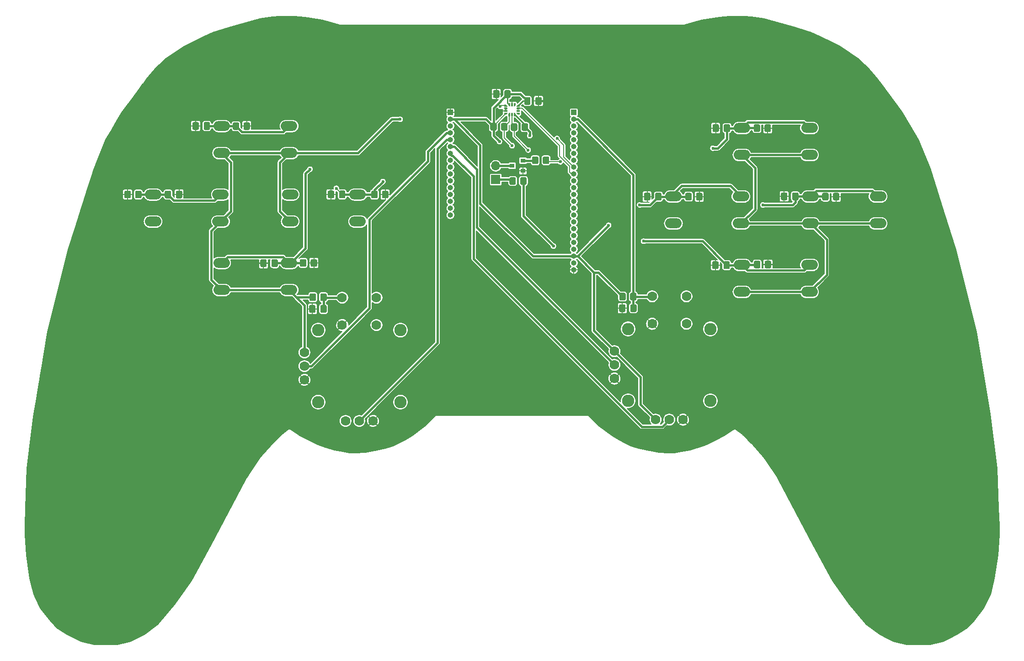
<source format=gbr>
%TF.GenerationSoftware,KiCad,Pcbnew,(5.1.8)-1*%
%TF.CreationDate,2020-12-25T12:52:01+03:00*%
%TF.ProjectId,mesp240_3Dpad,6d657370-3234-4305-9f33-447061642e6b,rev?*%
%TF.SameCoordinates,Original*%
%TF.FileFunction,Copper,L2,Bot*%
%TF.FilePolarity,Positive*%
%FSLAX46Y46*%
G04 Gerber Fmt 4.6, Leading zero omitted, Abs format (unit mm)*
G04 Created by KiCad (PCBNEW (5.1.8)-1) date 2020-12-25 12:52:01*
%MOMM*%
%LPD*%
G01*
G04 APERTURE LIST*
%TA.AperFunction,ComponentPad*%
%ADD10O,3.048000X1.850000*%
%TD*%
%TA.AperFunction,ComponentPad*%
%ADD11C,1.778000*%
%TD*%
%TA.AperFunction,ComponentPad*%
%ADD12C,2.286000*%
%TD*%
%TA.AperFunction,SMDPad,CuDef*%
%ADD13C,0.100000*%
%TD*%
%TA.AperFunction,SMDPad,CuDef*%
%ADD14R,0.900000X0.800000*%
%TD*%
%TA.AperFunction,ComponentPad*%
%ADD15O,1.700000X1.700000*%
%TD*%
%TA.AperFunction,ComponentPad*%
%ADD16R,1.700000X1.700000*%
%TD*%
%TA.AperFunction,ComponentPad*%
%ADD17O,1.000000X1.000000*%
%TD*%
%TA.AperFunction,ComponentPad*%
%ADD18R,1.000000X1.000000*%
%TD*%
%TA.AperFunction,ViaPad*%
%ADD19C,0.600000*%
%TD*%
%TA.AperFunction,Conductor*%
%ADD20C,0.200000*%
%TD*%
%TA.AperFunction,Conductor*%
%ADD21C,0.400000*%
%TD*%
%TA.AperFunction,Conductor*%
%ADD22C,0.250000*%
%TD*%
%TA.AperFunction,Conductor*%
%ADD23C,0.100000*%
%TD*%
G04 APERTURE END LIST*
D10*
%TO.P,SW1,2*%
%TO.N,LV*%
X87177900Y-121843000D03*
%TO.P,SW1,1*%
%TO.N,DOWN*%
X87177900Y-116843000D03*
%TO.P,SW1,2*%
%TO.N,LV*%
X99677900Y-121843000D03*
%TO.P,SW1,1*%
%TO.N,DOWN*%
X99677900Y-116843000D03*
%TD*%
%TO.P,C12,2*%
%TO.N,GND*%
%TA.AperFunction,SMDPad,CuDef*%
G36*
G01*
X161962000Y-124747000D02*
X161962000Y-125697000D01*
G75*
G02*
X161712000Y-125947000I-250000J0D01*
G01*
X161037000Y-125947000D01*
G75*
G02*
X160787000Y-125697000I0J250000D01*
G01*
X160787000Y-124747000D01*
G75*
G02*
X161037000Y-124497000I250000J0D01*
G01*
X161712000Y-124497000D01*
G75*
G02*
X161962000Y-124747000I0J-250000D01*
G01*
G37*
%TD.AperFunction*%
%TO.P,C12,1*%
%TO.N,BUTTONJR*%
%TA.AperFunction,SMDPad,CuDef*%
G36*
G01*
X164037000Y-124747000D02*
X164037000Y-125697000D01*
G75*
G02*
X163787000Y-125947000I-250000J0D01*
G01*
X163112000Y-125947000D01*
G75*
G02*
X162862000Y-125697000I0J250000D01*
G01*
X162862000Y-124747000D01*
G75*
G02*
X163112000Y-124497000I250000J0D01*
G01*
X163787000Y-124497000D01*
G75*
G02*
X164037000Y-124747000I0J-250000D01*
G01*
G37*
%TD.AperFunction*%
%TD*%
%TO.P,C11,2*%
%TO.N,GND*%
%TA.AperFunction,SMDPad,CuDef*%
G36*
G01*
X104558000Y-124874000D02*
X104558000Y-125824000D01*
G75*
G02*
X104308000Y-126074000I-250000J0D01*
G01*
X103633000Y-126074000D01*
G75*
G02*
X103383000Y-125824000I0J250000D01*
G01*
X103383000Y-124874000D01*
G75*
G02*
X103633000Y-124624000I250000J0D01*
G01*
X104308000Y-124624000D01*
G75*
G02*
X104558000Y-124874000I0J-250000D01*
G01*
G37*
%TD.AperFunction*%
%TO.P,C11,1*%
%TO.N,BUTTONJL*%
%TA.AperFunction,SMDPad,CuDef*%
G36*
G01*
X106633000Y-124874000D02*
X106633000Y-125824000D01*
G75*
G02*
X106383000Y-126074000I-250000J0D01*
G01*
X105708000Y-126074000D01*
G75*
G02*
X105458000Y-125824000I0J250000D01*
G01*
X105458000Y-124874000D01*
G75*
G02*
X105708000Y-124624000I250000J0D01*
G01*
X106383000Y-124624000D01*
G75*
G02*
X106633000Y-124874000I0J-250000D01*
G01*
G37*
%TD.AperFunction*%
%TD*%
D11*
%TO.P,U3,V3*%
%TO.N,GND*%
X159923000Y-138270000D03*
%TO.P,U3,V2*%
%TO.N,VRIGHT*%
X159923000Y-135730000D03*
%TO.P,U3,V1*%
%TO.N,LV*%
X159923000Y-133190000D03*
D12*
%TO.P,U3,MOUN*%
%TO.N,N/C*%
X177703000Y-129062500D03*
X177703000Y-142397500D03*
X162463000Y-142397500D03*
X162463000Y-129062500D03*
D11*
%TO.P,U3,H3*%
%TO.N,GND*%
X172623000Y-145890000D03*
%TO.P,U3,H2*%
%TO.N,HRIGHT*%
X170083000Y-145890000D03*
%TO.P,U3,H1*%
%TO.N,LV*%
X167543000Y-145890000D03*
%TO.P,U3,B2B*%
%TO.N,N/C*%
X173258000Y-128110000D03*
%TO.P,U3,B2A*%
%TO.N,GND*%
X166908000Y-128110000D03*
%TO.P,U3,B1B*%
%TO.N,N/C*%
X173258000Y-123030000D03*
%TO.P,U3,B1A*%
%TO.N,BUTTONJR*%
X166908000Y-123030000D03*
%TD*%
%TA.AperFunction,SMDPad,CuDef*%
D13*
%TO.P,U2,14*%
%TO.N,SDA*%
G36*
X140596632Y-88990941D02*
G01*
X140610701Y-88995209D01*
X140623668Y-89002140D01*
X140635033Y-89011467D01*
X140644360Y-89022832D01*
X140651291Y-89035799D01*
X140655559Y-89049868D01*
X140657000Y-89064500D01*
X140657000Y-89539500D01*
X140655559Y-89554132D01*
X140651291Y-89568201D01*
X140644360Y-89581168D01*
X140635033Y-89592533D01*
X140623668Y-89601860D01*
X140610701Y-89608791D01*
X140596632Y-89613059D01*
X140582000Y-89614500D01*
X140332000Y-89614500D01*
X140317368Y-89613059D01*
X140303299Y-89608791D01*
X140290332Y-89601860D01*
X140278967Y-89592533D01*
X140269640Y-89581168D01*
X140262709Y-89568201D01*
X140258441Y-89554132D01*
X140257000Y-89539500D01*
X140257000Y-89270566D01*
X140258441Y-89255934D01*
X140262709Y-89241865D01*
X140269640Y-89228898D01*
X140278967Y-89217533D01*
X140485033Y-89011467D01*
X140496398Y-89002140D01*
X140509365Y-88995209D01*
X140523434Y-88990941D01*
X140538066Y-88989500D01*
X140582000Y-88989500D01*
X140596632Y-88990941D01*
G37*
%TD.AperFunction*%
%TO.P,U2,13*%
%TO.N,SCL*%
%TA.AperFunction,SMDPad,CuDef*%
G36*
G01*
X140757000Y-89514500D02*
X140757000Y-89089500D01*
G75*
G02*
X140857000Y-88989500I100000J0D01*
G01*
X141057000Y-88989500D01*
G75*
G02*
X141157000Y-89089500I0J-100000D01*
G01*
X141157000Y-89514500D01*
G75*
G02*
X141057000Y-89614500I-100000J0D01*
G01*
X140857000Y-89614500D01*
G75*
G02*
X140757000Y-89514500I0J100000D01*
G01*
G37*
%TD.AperFunction*%
%TA.AperFunction,SMDPad,CuDef*%
%TO.P,U2,12*%
%TO.N,LV*%
G36*
X141390566Y-88990941D02*
G01*
X141404635Y-88995209D01*
X141417602Y-89002140D01*
X141428967Y-89011467D01*
X141635033Y-89217533D01*
X141644360Y-89228898D01*
X141651291Y-89241865D01*
X141655559Y-89255934D01*
X141657000Y-89270566D01*
X141657000Y-89539500D01*
X141655559Y-89554132D01*
X141651291Y-89568201D01*
X141644360Y-89581168D01*
X141635033Y-89592533D01*
X141623668Y-89601860D01*
X141610701Y-89608791D01*
X141596632Y-89613059D01*
X141582000Y-89614500D01*
X141332000Y-89614500D01*
X141317368Y-89613059D01*
X141303299Y-89608791D01*
X141290332Y-89601860D01*
X141278967Y-89592533D01*
X141269640Y-89581168D01*
X141262709Y-89568201D01*
X141258441Y-89554132D01*
X141257000Y-89539500D01*
X141257000Y-89064500D01*
X141258441Y-89049868D01*
X141262709Y-89035799D01*
X141269640Y-89022832D01*
X141278967Y-89011467D01*
X141290332Y-89002140D01*
X141303299Y-88995209D01*
X141317368Y-88990941D01*
X141332000Y-88989500D01*
X141375934Y-88989500D01*
X141390566Y-88990941D01*
G37*
%TD.AperFunction*%
%TA.AperFunction,SMDPad,CuDef*%
%TO.P,U2,11*%
%TO.N,N/C*%
G36*
X142371632Y-88940941D02*
G01*
X142385701Y-88945209D01*
X142398668Y-88952140D01*
X142410033Y-88961467D01*
X142419360Y-88972832D01*
X142426291Y-88985799D01*
X142430559Y-88999868D01*
X142432000Y-89014500D01*
X142432000Y-89264500D01*
X142430559Y-89279132D01*
X142426291Y-89293201D01*
X142419360Y-89306168D01*
X142410033Y-89317533D01*
X142398668Y-89326860D01*
X142385701Y-89333791D01*
X142371632Y-89338059D01*
X142357000Y-89339500D01*
X142088066Y-89339500D01*
X142073434Y-89338059D01*
X142059365Y-89333791D01*
X142046398Y-89326860D01*
X142035033Y-89317533D01*
X141828967Y-89111467D01*
X141819640Y-89100102D01*
X141812709Y-89087135D01*
X141808441Y-89073066D01*
X141807000Y-89058434D01*
X141807000Y-89014500D01*
X141808441Y-88999868D01*
X141812709Y-88985799D01*
X141819640Y-88972832D01*
X141828967Y-88961467D01*
X141840332Y-88952140D01*
X141853299Y-88945209D01*
X141867368Y-88940941D01*
X141882000Y-88939500D01*
X142357000Y-88939500D01*
X142371632Y-88940941D01*
G37*
%TD.AperFunction*%
%TO.P,U2,10*%
%TA.AperFunction,SMDPad,CuDef*%
G36*
G01*
X141807000Y-88739500D02*
X141807000Y-88539500D01*
G75*
G02*
X141907000Y-88439500I100000J0D01*
G01*
X142332000Y-88439500D01*
G75*
G02*
X142432000Y-88539500I0J-100000D01*
G01*
X142432000Y-88739500D01*
G75*
G02*
X142332000Y-88839500I-100000J0D01*
G01*
X141907000Y-88839500D01*
G75*
G02*
X141807000Y-88739500I0J100000D01*
G01*
G37*
%TD.AperFunction*%
%TO.P,U2,9*%
%TO.N,INT2M6*%
%TA.AperFunction,SMDPad,CuDef*%
G36*
G01*
X141807000Y-88239500D02*
X141807000Y-88039500D01*
G75*
G02*
X141907000Y-87939500I100000J0D01*
G01*
X142332000Y-87939500D01*
G75*
G02*
X142432000Y-88039500I0J-100000D01*
G01*
X142432000Y-88239500D01*
G75*
G02*
X142332000Y-88339500I-100000J0D01*
G01*
X141907000Y-88339500D01*
G75*
G02*
X141807000Y-88239500I0J100000D01*
G01*
G37*
%TD.AperFunction*%
%TA.AperFunction,SMDPad,CuDef*%
%TO.P,U2,8*%
%TO.N,LV*%
G36*
X142371632Y-87440941D02*
G01*
X142385701Y-87445209D01*
X142398668Y-87452140D01*
X142410033Y-87461467D01*
X142419360Y-87472832D01*
X142426291Y-87485799D01*
X142430559Y-87499868D01*
X142432000Y-87514500D01*
X142432000Y-87764500D01*
X142430559Y-87779132D01*
X142426291Y-87793201D01*
X142419360Y-87806168D01*
X142410033Y-87817533D01*
X142398668Y-87826860D01*
X142385701Y-87833791D01*
X142371632Y-87838059D01*
X142357000Y-87839500D01*
X141882000Y-87839500D01*
X141867368Y-87838059D01*
X141853299Y-87833791D01*
X141840332Y-87826860D01*
X141828967Y-87817533D01*
X141819640Y-87806168D01*
X141812709Y-87793201D01*
X141808441Y-87779132D01*
X141807000Y-87764500D01*
X141807000Y-87720566D01*
X141808441Y-87705934D01*
X141812709Y-87691865D01*
X141819640Y-87678898D01*
X141828967Y-87667533D01*
X142035033Y-87461467D01*
X142046398Y-87452140D01*
X142059365Y-87445209D01*
X142073434Y-87440941D01*
X142088066Y-87439500D01*
X142357000Y-87439500D01*
X142371632Y-87440941D01*
G37*
%TD.AperFunction*%
%TA.AperFunction,SMDPad,CuDef*%
%TO.P,U2,7*%
%TO.N,GND*%
G36*
X141596632Y-87165941D02*
G01*
X141610701Y-87170209D01*
X141623668Y-87177140D01*
X141635033Y-87186467D01*
X141644360Y-87197832D01*
X141651291Y-87210799D01*
X141655559Y-87224868D01*
X141657000Y-87239500D01*
X141657000Y-87508434D01*
X141655559Y-87523066D01*
X141651291Y-87537135D01*
X141644360Y-87550102D01*
X141635033Y-87561467D01*
X141428967Y-87767533D01*
X141417602Y-87776860D01*
X141404635Y-87783791D01*
X141390566Y-87788059D01*
X141375934Y-87789500D01*
X141332000Y-87789500D01*
X141317368Y-87788059D01*
X141303299Y-87783791D01*
X141290332Y-87776860D01*
X141278967Y-87767533D01*
X141269640Y-87756168D01*
X141262709Y-87743201D01*
X141258441Y-87729132D01*
X141257000Y-87714500D01*
X141257000Y-87239500D01*
X141258441Y-87224868D01*
X141262709Y-87210799D01*
X141269640Y-87197832D01*
X141278967Y-87186467D01*
X141290332Y-87177140D01*
X141303299Y-87170209D01*
X141317368Y-87165941D01*
X141332000Y-87164500D01*
X141582000Y-87164500D01*
X141596632Y-87165941D01*
G37*
%TD.AperFunction*%
%TO.P,U2,6*%
%TA.AperFunction,SMDPad,CuDef*%
G36*
G01*
X140757000Y-87689500D02*
X140757000Y-87264500D01*
G75*
G02*
X140857000Y-87164500I100000J0D01*
G01*
X141057000Y-87164500D01*
G75*
G02*
X141157000Y-87264500I0J-100000D01*
G01*
X141157000Y-87689500D01*
G75*
G02*
X141057000Y-87789500I-100000J0D01*
G01*
X140857000Y-87789500D01*
G75*
G02*
X140757000Y-87689500I0J100000D01*
G01*
G37*
%TD.AperFunction*%
%TA.AperFunction,SMDPad,CuDef*%
%TO.P,U2,5*%
%TO.N,LV*%
G36*
X140596632Y-87165941D02*
G01*
X140610701Y-87170209D01*
X140623668Y-87177140D01*
X140635033Y-87186467D01*
X140644360Y-87197832D01*
X140651291Y-87210799D01*
X140655559Y-87224868D01*
X140657000Y-87239500D01*
X140657000Y-87714500D01*
X140655559Y-87729132D01*
X140651291Y-87743201D01*
X140644360Y-87756168D01*
X140635033Y-87767533D01*
X140623668Y-87776860D01*
X140610701Y-87783791D01*
X140596632Y-87788059D01*
X140582000Y-87789500D01*
X140538066Y-87789500D01*
X140523434Y-87788059D01*
X140509365Y-87783791D01*
X140496398Y-87776860D01*
X140485033Y-87767533D01*
X140278967Y-87561467D01*
X140269640Y-87550102D01*
X140262709Y-87537135D01*
X140258441Y-87523066D01*
X140257000Y-87508434D01*
X140257000Y-87239500D01*
X140258441Y-87224868D01*
X140262709Y-87210799D01*
X140269640Y-87197832D01*
X140278967Y-87186467D01*
X140290332Y-87177140D01*
X140303299Y-87170209D01*
X140317368Y-87165941D01*
X140332000Y-87164500D01*
X140582000Y-87164500D01*
X140596632Y-87165941D01*
G37*
%TD.AperFunction*%
%TA.AperFunction,SMDPad,CuDef*%
%TO.P,U2,4*%
%TO.N,INT1M6*%
G36*
X139840566Y-87440941D02*
G01*
X139854635Y-87445209D01*
X139867602Y-87452140D01*
X139878967Y-87461467D01*
X140085033Y-87667533D01*
X140094360Y-87678898D01*
X140101291Y-87691865D01*
X140105559Y-87705934D01*
X140107000Y-87720566D01*
X140107000Y-87764500D01*
X140105559Y-87779132D01*
X140101291Y-87793201D01*
X140094360Y-87806168D01*
X140085033Y-87817533D01*
X140073668Y-87826860D01*
X140060701Y-87833791D01*
X140046632Y-87838059D01*
X140032000Y-87839500D01*
X139557000Y-87839500D01*
X139542368Y-87838059D01*
X139528299Y-87833791D01*
X139515332Y-87826860D01*
X139503967Y-87817533D01*
X139494640Y-87806168D01*
X139487709Y-87793201D01*
X139483441Y-87779132D01*
X139482000Y-87764500D01*
X139482000Y-87514500D01*
X139483441Y-87499868D01*
X139487709Y-87485799D01*
X139494640Y-87472832D01*
X139503967Y-87461467D01*
X139515332Y-87452140D01*
X139528299Y-87445209D01*
X139542368Y-87440941D01*
X139557000Y-87439500D01*
X139825934Y-87439500D01*
X139840566Y-87440941D01*
G37*
%TD.AperFunction*%
%TO.P,U2,3*%
%TO.N,GND*%
%TA.AperFunction,SMDPad,CuDef*%
G36*
G01*
X139482000Y-88239500D02*
X139482000Y-88039500D01*
G75*
G02*
X139582000Y-87939500I100000J0D01*
G01*
X140007000Y-87939500D01*
G75*
G02*
X140107000Y-88039500I0J-100000D01*
G01*
X140107000Y-88239500D01*
G75*
G02*
X140007000Y-88339500I-100000J0D01*
G01*
X139582000Y-88339500D01*
G75*
G02*
X139482000Y-88239500I0J100000D01*
G01*
G37*
%TD.AperFunction*%
%TO.P,U2,2*%
%TA.AperFunction,SMDPad,CuDef*%
G36*
G01*
X139482000Y-88739500D02*
X139482000Y-88539500D01*
G75*
G02*
X139582000Y-88439500I100000J0D01*
G01*
X140007000Y-88439500D01*
G75*
G02*
X140107000Y-88539500I0J-100000D01*
G01*
X140107000Y-88739500D01*
G75*
G02*
X140007000Y-88839500I-100000J0D01*
G01*
X139582000Y-88839500D01*
G75*
G02*
X139482000Y-88739500I0J100000D01*
G01*
G37*
%TD.AperFunction*%
%TA.AperFunction,SMDPad,CuDef*%
%TO.P,U2,1*%
%TO.N,LV*%
G36*
X140046632Y-88940941D02*
G01*
X140060701Y-88945209D01*
X140073668Y-88952140D01*
X140085033Y-88961467D01*
X140094360Y-88972832D01*
X140101291Y-88985799D01*
X140105559Y-88999868D01*
X140107000Y-89014500D01*
X140107000Y-89058434D01*
X140105559Y-89073066D01*
X140101291Y-89087135D01*
X140094360Y-89100102D01*
X140085033Y-89111467D01*
X139878967Y-89317533D01*
X139867602Y-89326860D01*
X139854635Y-89333791D01*
X139840566Y-89338059D01*
X139825934Y-89339500D01*
X139557000Y-89339500D01*
X139542368Y-89338059D01*
X139528299Y-89333791D01*
X139515332Y-89326860D01*
X139503967Y-89317533D01*
X139494640Y-89306168D01*
X139487709Y-89293201D01*
X139483441Y-89279132D01*
X139482000Y-89264500D01*
X139482000Y-89014500D01*
X139483441Y-88999868D01*
X139487709Y-88985799D01*
X139494640Y-88972832D01*
X139503967Y-88961467D01*
X139515332Y-88952140D01*
X139528299Y-88945209D01*
X139542368Y-88940941D01*
X139557000Y-88939500D01*
X140032000Y-88939500D01*
X140046632Y-88940941D01*
G37*
%TD.AperFunction*%
%TD*%
D11*
%TO.P,U1,V3*%
%TO.N,GND*%
X102512000Y-138504000D03*
%TO.P,U1,V2*%
%TO.N,VLEFT*%
X102512000Y-135964000D03*
%TO.P,U1,V1*%
%TO.N,LV*%
X102512000Y-133424000D03*
D12*
%TO.P,U1,MOUN*%
%TO.N,N/C*%
X120292000Y-129296500D03*
X120292000Y-142631500D03*
X105052000Y-142631500D03*
X105052000Y-129296500D03*
D11*
%TO.P,U1,H3*%
%TO.N,GND*%
X115212000Y-146124000D03*
%TO.P,U1,H2*%
%TO.N,HLEFT*%
X112672000Y-146124000D03*
%TO.P,U1,H1*%
%TO.N,LV*%
X110132000Y-146124000D03*
%TO.P,U1,B2B*%
%TO.N,N/C*%
X115847000Y-128344000D03*
%TO.P,U1,B2A*%
%TO.N,GND*%
X109497000Y-128344000D03*
%TO.P,U1,B1B*%
%TO.N,N/C*%
X115847000Y-123264000D03*
%TO.P,U1,B1A*%
%TO.N,BUTTONJL*%
X109497000Y-123264000D03*
%TD*%
D10*
%TO.P,SW8,2*%
%TO.N,LV*%
X183548000Y-122196000D03*
%TO.P,SW8,1*%
%TO.N,BUTTONA*%
X183548000Y-117196000D03*
%TO.P,SW8,2*%
%TO.N,LV*%
X196048000Y-122196000D03*
%TO.P,SW8,1*%
%TO.N,BUTTONA*%
X196048000Y-117196000D03*
%TD*%
%TO.P,SW7,2*%
%TO.N,LV*%
X183548000Y-96795600D03*
%TO.P,SW7,1*%
%TO.N,BUTTONY*%
X183548000Y-91795600D03*
%TO.P,SW7,2*%
%TO.N,LV*%
X196048000Y-96795600D03*
%TO.P,SW7,1*%
%TO.N,BUTTONY*%
X196048000Y-91795600D03*
%TD*%
%TO.P,SW6,2*%
%TO.N,LV*%
X170848000Y-109496000D03*
%TO.P,SW6,1*%
%TO.N,BUTTONX*%
X170848000Y-104496000D03*
%TO.P,SW6,2*%
%TO.N,LV*%
X183348000Y-109496000D03*
%TO.P,SW6,1*%
%TO.N,BUTTONX*%
X183348000Y-104496000D03*
%TD*%
%TO.P,SW5,2*%
%TO.N,LV*%
X196248000Y-109496000D03*
%TO.P,SW5,1*%
%TO.N,BUTTONB*%
X196248000Y-104496000D03*
%TO.P,SW5,2*%
%TO.N,LV*%
X208748000Y-109496000D03*
%TO.P,SW5,1*%
%TO.N,BUTTONB*%
X208748000Y-104496000D03*
%TD*%
%TO.P,SW4,2*%
%TO.N,LV*%
X87177900Y-96442500D03*
%TO.P,SW4,1*%
%TO.N,UP*%
X87177900Y-91442500D03*
%TO.P,SW4,2*%
%TO.N,LV*%
X99677900Y-96442500D03*
%TO.P,SW4,1*%
%TO.N,UP*%
X99677900Y-91442500D03*
%TD*%
%TO.P,SW3,2*%
%TO.N,LV*%
X99877900Y-109143000D03*
%TO.P,SW3,1*%
%TO.N,RIGHT*%
X99877900Y-104143000D03*
%TO.P,SW3,2*%
%TO.N,LV*%
X112377900Y-109143000D03*
%TO.P,SW3,1*%
%TO.N,RIGHT*%
X112377900Y-104143000D03*
%TD*%
%TO.P,SW2,2*%
%TO.N,LV*%
X74477900Y-109143000D03*
%TO.P,SW2,1*%
%TO.N,LEFT*%
X74477900Y-104143000D03*
%TO.P,SW2,2*%
%TO.N,LV*%
X86977900Y-109143000D03*
%TO.P,SW2,1*%
%TO.N,LEFT*%
X86977900Y-104143000D03*
%TD*%
%TO.P,R14,2*%
%TO.N,SCL*%
%TA.AperFunction,SMDPad,CuDef*%
G36*
G01*
X141938000Y-91170299D02*
X141938000Y-92070301D01*
G75*
G02*
X141688001Y-92320300I-249999J0D01*
G01*
X140987999Y-92320300D01*
G75*
G02*
X140738000Y-92070301I0J249999D01*
G01*
X140738000Y-91170299D01*
G75*
G02*
X140987999Y-90920300I249999J0D01*
G01*
X141688001Y-90920300D01*
G75*
G02*
X141938000Y-91170299I0J-249999D01*
G01*
G37*
%TD.AperFunction*%
%TO.P,R14,1*%
%TO.N,LV*%
%TA.AperFunction,SMDPad,CuDef*%
G36*
G01*
X143938000Y-91170299D02*
X143938000Y-92070301D01*
G75*
G02*
X143688001Y-92320300I-249999J0D01*
G01*
X142987999Y-92320300D01*
G75*
G02*
X142738000Y-92070301I0J249999D01*
G01*
X142738000Y-91170299D01*
G75*
G02*
X142987999Y-90920300I249999J0D01*
G01*
X143688001Y-90920300D01*
G75*
G02*
X143938000Y-91170299I0J-249999D01*
G01*
G37*
%TD.AperFunction*%
%TD*%
%TO.P,R13,2*%
%TO.N,SDA*%
%TA.AperFunction,SMDPad,CuDef*%
G36*
G01*
X138930000Y-92024601D02*
X138930000Y-91124599D01*
G75*
G02*
X139179999Y-90874600I249999J0D01*
G01*
X139880001Y-90874600D01*
G75*
G02*
X140130000Y-91124599I0J-249999D01*
G01*
X140130000Y-92024601D01*
G75*
G02*
X139880001Y-92274600I-249999J0D01*
G01*
X139179999Y-92274600D01*
G75*
G02*
X138930000Y-92024601I0J249999D01*
G01*
G37*
%TD.AperFunction*%
%TO.P,R13,1*%
%TO.N,LV*%
%TA.AperFunction,SMDPad,CuDef*%
G36*
G01*
X136930000Y-92024601D02*
X136930000Y-91124599D01*
G75*
G02*
X137179999Y-90874600I249999J0D01*
G01*
X137880001Y-90874600D01*
G75*
G02*
X138130000Y-91124599I0J-249999D01*
G01*
X138130000Y-92024601D01*
G75*
G02*
X137880001Y-92274600I-249999J0D01*
G01*
X137179999Y-92274600D01*
G75*
G02*
X136930000Y-92024601I0J249999D01*
G01*
G37*
%TD.AperFunction*%
%TD*%
%TO.P,R12,2*%
%TO.N,BUTTONJR*%
%TA.AperFunction,SMDPad,CuDef*%
G36*
G01*
X162817000Y-123513001D02*
X162817000Y-122612999D01*
G75*
G02*
X163066999Y-122363000I249999J0D01*
G01*
X163767001Y-122363000D01*
G75*
G02*
X164017000Y-122612999I0J-249999D01*
G01*
X164017000Y-123513001D01*
G75*
G02*
X163767001Y-123763000I-249999J0D01*
G01*
X163066999Y-123763000D01*
G75*
G02*
X162817000Y-123513001I0J249999D01*
G01*
G37*
%TD.AperFunction*%
%TO.P,R12,1*%
%TO.N,LV*%
%TA.AperFunction,SMDPad,CuDef*%
G36*
G01*
X160817000Y-123513001D02*
X160817000Y-122612999D01*
G75*
G02*
X161066999Y-122363000I249999J0D01*
G01*
X161767001Y-122363000D01*
G75*
G02*
X162017000Y-122612999I0J-249999D01*
G01*
X162017000Y-123513001D01*
G75*
G02*
X161767001Y-123763000I-249999J0D01*
G01*
X161066999Y-123763000D01*
G75*
G02*
X160817000Y-123513001I0J249999D01*
G01*
G37*
%TD.AperFunction*%
%TD*%
%TO.P,R11,2*%
%TO.N,BUTTONJL*%
%TA.AperFunction,SMDPad,CuDef*%
G36*
G01*
X105445000Y-123640001D02*
X105445000Y-122739999D01*
G75*
G02*
X105694999Y-122490000I249999J0D01*
G01*
X106395001Y-122490000D01*
G75*
G02*
X106645000Y-122739999I0J-249999D01*
G01*
X106645000Y-123640001D01*
G75*
G02*
X106395001Y-123890000I-249999J0D01*
G01*
X105694999Y-123890000D01*
G75*
G02*
X105445000Y-123640001I0J249999D01*
G01*
G37*
%TD.AperFunction*%
%TO.P,R11,1*%
%TO.N,LV*%
%TA.AperFunction,SMDPad,CuDef*%
G36*
G01*
X103445000Y-123640001D02*
X103445000Y-122739999D01*
G75*
G02*
X103694999Y-122490000I249999J0D01*
G01*
X104395001Y-122490000D01*
G75*
G02*
X104645000Y-122739999I0J-249999D01*
G01*
X104645000Y-123640001D01*
G75*
G02*
X104395001Y-123890000I-249999J0D01*
G01*
X103694999Y-123890000D01*
G75*
G02*
X103445000Y-123640001I0J249999D01*
G01*
G37*
%TD.AperFunction*%
%TD*%
%TO.P,C10,2*%
%TO.N,GND*%
%TA.AperFunction,SMDPad,CuDef*%
G36*
G01*
X138629000Y-85021400D02*
X138629000Y-85971400D01*
G75*
G02*
X138379000Y-86221400I-250000J0D01*
G01*
X137704000Y-86221400D01*
G75*
G02*
X137454000Y-85971400I0J250000D01*
G01*
X137454000Y-85021400D01*
G75*
G02*
X137704000Y-84771400I250000J0D01*
G01*
X138379000Y-84771400D01*
G75*
G02*
X138629000Y-85021400I0J-250000D01*
G01*
G37*
%TD.AperFunction*%
%TO.P,C10,1*%
%TO.N,LV*%
%TA.AperFunction,SMDPad,CuDef*%
G36*
G01*
X140704000Y-85021400D02*
X140704000Y-85971400D01*
G75*
G02*
X140454000Y-86221400I-250000J0D01*
G01*
X139779000Y-86221400D01*
G75*
G02*
X139529000Y-85971400I0J250000D01*
G01*
X139529000Y-85021400D01*
G75*
G02*
X139779000Y-84771400I250000J0D01*
G01*
X140454000Y-84771400D01*
G75*
G02*
X140704000Y-85021400I0J-250000D01*
G01*
G37*
%TD.AperFunction*%
%TD*%
%TO.P,C9,2*%
%TO.N,GND*%
%TA.AperFunction,SMDPad,CuDef*%
G36*
G01*
X145282000Y-87256600D02*
X145282000Y-86306600D01*
G75*
G02*
X145532000Y-86056600I250000J0D01*
G01*
X146207000Y-86056600D01*
G75*
G02*
X146457000Y-86306600I0J-250000D01*
G01*
X146457000Y-87256600D01*
G75*
G02*
X146207000Y-87506600I-250000J0D01*
G01*
X145532000Y-87506600D01*
G75*
G02*
X145282000Y-87256600I0J250000D01*
G01*
G37*
%TD.AperFunction*%
%TO.P,C9,1*%
%TO.N,LV*%
%TA.AperFunction,SMDPad,CuDef*%
G36*
G01*
X143207000Y-87256600D02*
X143207000Y-86306600D01*
G75*
G02*
X143457000Y-86056600I250000J0D01*
G01*
X144132000Y-86056600D01*
G75*
G02*
X144382000Y-86306600I0J-250000D01*
G01*
X144382000Y-87256600D01*
G75*
G02*
X144132000Y-87506600I-250000J0D01*
G01*
X143457000Y-87506600D01*
G75*
G02*
X143207000Y-87256600I0J250000D01*
G01*
G37*
%TD.AperFunction*%
%TD*%
%TO.P,R10,2*%
%TO.N,HV*%
%TA.AperFunction,SMDPad,CuDef*%
G36*
G01*
X142468040Y-102080481D02*
X142468040Y-101180479D01*
G75*
G02*
X142718039Y-100930480I249999J0D01*
G01*
X143418041Y-100930480D01*
G75*
G02*
X143668040Y-101180479I0J-249999D01*
G01*
X143668040Y-102080481D01*
G75*
G02*
X143418041Y-102330480I-249999J0D01*
G01*
X142718039Y-102330480D01*
G75*
G02*
X142468040Y-102080481I0J249999D01*
G01*
G37*
%TD.AperFunction*%
%TO.P,R10,1*%
%TO.N,Net-(J3-Pad1)*%
%TA.AperFunction,SMDPad,CuDef*%
G36*
G01*
X140468040Y-102080481D02*
X140468040Y-101180479D01*
G75*
G02*
X140718039Y-100930480I249999J0D01*
G01*
X141418041Y-100930480D01*
G75*
G02*
X141668040Y-101180479I0J-249999D01*
G01*
X141668040Y-102080481D01*
G75*
G02*
X141418041Y-102330480I-249999J0D01*
G01*
X140718039Y-102330480D01*
G75*
G02*
X140468040Y-102080481I0J249999D01*
G01*
G37*
%TD.AperFunction*%
%TD*%
%TO.P,R9,2*%
%TO.N,/IO39*%
%TA.AperFunction,SMDPad,CuDef*%
G36*
G01*
X146652000Y-98240001D02*
X146652000Y-97339999D01*
G75*
G02*
X146901999Y-97090000I249999J0D01*
G01*
X147602001Y-97090000D01*
G75*
G02*
X147852000Y-97339999I0J-249999D01*
G01*
X147852000Y-98240001D01*
G75*
G02*
X147602001Y-98490000I-249999J0D01*
G01*
X146901999Y-98490000D01*
G75*
G02*
X146652000Y-98240001I0J249999D01*
G01*
G37*
%TD.AperFunction*%
%TO.P,R9,1*%
%TO.N,Net-(Q1-Pad1)*%
%TA.AperFunction,SMDPad,CuDef*%
G36*
G01*
X144652000Y-98240001D02*
X144652000Y-97339999D01*
G75*
G02*
X144901999Y-97090000I249999J0D01*
G01*
X145602001Y-97090000D01*
G75*
G02*
X145852000Y-97339999I0J-249999D01*
G01*
X145852000Y-98240001D01*
G75*
G02*
X145602001Y-98490000I-249999J0D01*
G01*
X144901999Y-98490000D01*
G75*
G02*
X144652000Y-98240001I0J249999D01*
G01*
G37*
%TD.AperFunction*%
%TD*%
%TO.P,R8,2*%
%TO.N,GND*%
%TA.AperFunction,SMDPad,CuDef*%
G36*
G01*
X187755000Y-117569001D02*
X187755000Y-116668999D01*
G75*
G02*
X188004999Y-116419000I249999J0D01*
G01*
X188705001Y-116419000D01*
G75*
G02*
X188955000Y-116668999I0J-249999D01*
G01*
X188955000Y-117569001D01*
G75*
G02*
X188705001Y-117819000I-249999J0D01*
G01*
X188004999Y-117819000D01*
G75*
G02*
X187755000Y-117569001I0J249999D01*
G01*
G37*
%TD.AperFunction*%
%TO.P,R8,1*%
%TO.N,BUTTONA*%
%TA.AperFunction,SMDPad,CuDef*%
G36*
G01*
X185755000Y-117569001D02*
X185755000Y-116668999D01*
G75*
G02*
X186004999Y-116419000I249999J0D01*
G01*
X186705001Y-116419000D01*
G75*
G02*
X186955000Y-116668999I0J-249999D01*
G01*
X186955000Y-117569001D01*
G75*
G02*
X186705001Y-117819000I-249999J0D01*
G01*
X186004999Y-117819000D01*
G75*
G02*
X185755000Y-117569001I0J249999D01*
G01*
G37*
%TD.AperFunction*%
%TD*%
%TO.P,R7,2*%
%TO.N,GND*%
%TA.AperFunction,SMDPad,CuDef*%
G36*
G01*
X175041000Y-104971001D02*
X175041000Y-104070999D01*
G75*
G02*
X175290999Y-103821000I249999J0D01*
G01*
X175991001Y-103821000D01*
G75*
G02*
X176241000Y-104070999I0J-249999D01*
G01*
X176241000Y-104971001D01*
G75*
G02*
X175991001Y-105221000I-249999J0D01*
G01*
X175290999Y-105221000D01*
G75*
G02*
X175041000Y-104971001I0J249999D01*
G01*
G37*
%TD.AperFunction*%
%TO.P,R7,1*%
%TO.N,BUTTONX*%
%TA.AperFunction,SMDPad,CuDef*%
G36*
G01*
X173041000Y-104971001D02*
X173041000Y-104070999D01*
G75*
G02*
X173290999Y-103821000I249999J0D01*
G01*
X173991001Y-103821000D01*
G75*
G02*
X174241000Y-104070999I0J-249999D01*
G01*
X174241000Y-104971001D01*
G75*
G02*
X173991001Y-105221000I-249999J0D01*
G01*
X173290999Y-105221000D01*
G75*
G02*
X173041000Y-104971001I0J249999D01*
G01*
G37*
%TD.AperFunction*%
%TD*%
%TO.P,R6,2*%
%TO.N,GND*%
%TA.AperFunction,SMDPad,CuDef*%
G36*
G01*
X200386000Y-104979001D02*
X200386000Y-104078999D01*
G75*
G02*
X200635999Y-103829000I249999J0D01*
G01*
X201336001Y-103829000D01*
G75*
G02*
X201586000Y-104078999I0J-249999D01*
G01*
X201586000Y-104979001D01*
G75*
G02*
X201336001Y-105229000I-249999J0D01*
G01*
X200635999Y-105229000D01*
G75*
G02*
X200386000Y-104979001I0J249999D01*
G01*
G37*
%TD.AperFunction*%
%TO.P,R6,1*%
%TO.N,BUTTONB*%
%TA.AperFunction,SMDPad,CuDef*%
G36*
G01*
X198386000Y-104979001D02*
X198386000Y-104078999D01*
G75*
G02*
X198635999Y-103829000I249999J0D01*
G01*
X199336001Y-103829000D01*
G75*
G02*
X199586000Y-104078999I0J-249999D01*
G01*
X199586000Y-104979001D01*
G75*
G02*
X199336001Y-105229000I-249999J0D01*
G01*
X198635999Y-105229000D01*
G75*
G02*
X198386000Y-104979001I0J249999D01*
G01*
G37*
%TD.AperFunction*%
%TD*%
%TO.P,R5,2*%
%TO.N,GND*%
%TA.AperFunction,SMDPad,CuDef*%
G36*
G01*
X187709000Y-92271001D02*
X187709000Y-91370999D01*
G75*
G02*
X187958999Y-91121000I249999J0D01*
G01*
X188659001Y-91121000D01*
G75*
G02*
X188909000Y-91370999I0J-249999D01*
G01*
X188909000Y-92271001D01*
G75*
G02*
X188659001Y-92521000I-249999J0D01*
G01*
X187958999Y-92521000D01*
G75*
G02*
X187709000Y-92271001I0J249999D01*
G01*
G37*
%TD.AperFunction*%
%TO.P,R5,1*%
%TO.N,BUTTONY*%
%TA.AperFunction,SMDPad,CuDef*%
G36*
G01*
X185709000Y-92271001D02*
X185709000Y-91370999D01*
G75*
G02*
X185958999Y-91121000I249999J0D01*
G01*
X186659001Y-91121000D01*
G75*
G02*
X186909000Y-91370999I0J-249999D01*
G01*
X186909000Y-92271001D01*
G75*
G02*
X186659001Y-92521000I-249999J0D01*
G01*
X185958999Y-92521000D01*
G75*
G02*
X185709000Y-92271001I0J249999D01*
G01*
G37*
%TD.AperFunction*%
%TD*%
%TO.P,R4,2*%
%TO.N,GND*%
%TA.AperFunction,SMDPad,CuDef*%
G36*
G01*
X91221000Y-91905201D02*
X91221000Y-91005199D01*
G75*
G02*
X91470999Y-90755200I249999J0D01*
G01*
X92171001Y-90755200D01*
G75*
G02*
X92421000Y-91005199I0J-249999D01*
G01*
X92421000Y-91905201D01*
G75*
G02*
X92171001Y-92155200I-249999J0D01*
G01*
X91470999Y-92155200D01*
G75*
G02*
X91221000Y-91905201I0J249999D01*
G01*
G37*
%TD.AperFunction*%
%TO.P,R4,1*%
%TO.N,UP*%
%TA.AperFunction,SMDPad,CuDef*%
G36*
G01*
X89221000Y-91905201D02*
X89221000Y-91005199D01*
G75*
G02*
X89470999Y-90755200I249999J0D01*
G01*
X90171001Y-90755200D01*
G75*
G02*
X90421000Y-91005199I0J-249999D01*
G01*
X90421000Y-91905201D01*
G75*
G02*
X90171001Y-92155200I-249999J0D01*
G01*
X89470999Y-92155200D01*
G75*
G02*
X89221000Y-91905201I0J249999D01*
G01*
G37*
%TD.AperFunction*%
%TD*%
%TO.P,R3,2*%
%TO.N,GND*%
%TA.AperFunction,SMDPad,CuDef*%
G36*
G01*
X70355000Y-103689999D02*
X70355000Y-104590001D01*
G75*
G02*
X70105001Y-104840000I-249999J0D01*
G01*
X69404999Y-104840000D01*
G75*
G02*
X69155000Y-104590001I0J249999D01*
G01*
X69155000Y-103689999D01*
G75*
G02*
X69404999Y-103440000I249999J0D01*
G01*
X70105001Y-103440000D01*
G75*
G02*
X70355000Y-103689999I0J-249999D01*
G01*
G37*
%TD.AperFunction*%
%TO.P,R3,1*%
%TO.N,LEFT*%
%TA.AperFunction,SMDPad,CuDef*%
G36*
G01*
X72355000Y-103689999D02*
X72355000Y-104590001D01*
G75*
G02*
X72105001Y-104840000I-249999J0D01*
G01*
X71404999Y-104840000D01*
G75*
G02*
X71155000Y-104590001I0J249999D01*
G01*
X71155000Y-103689999D01*
G75*
G02*
X71404999Y-103440000I249999J0D01*
G01*
X72105001Y-103440000D01*
G75*
G02*
X72355000Y-103689999I0J-249999D01*
G01*
G37*
%TD.AperFunction*%
%TD*%
%TO.P,R2,2*%
%TO.N,GND*%
%TA.AperFunction,SMDPad,CuDef*%
G36*
G01*
X103658000Y-117280001D02*
X103658000Y-116379999D01*
G75*
G02*
X103907999Y-116130000I249999J0D01*
G01*
X104608001Y-116130000D01*
G75*
G02*
X104858000Y-116379999I0J-249999D01*
G01*
X104858000Y-117280001D01*
G75*
G02*
X104608001Y-117530000I-249999J0D01*
G01*
X103907999Y-117530000D01*
G75*
G02*
X103658000Y-117280001I0J249999D01*
G01*
G37*
%TD.AperFunction*%
%TO.P,R2,1*%
%TO.N,DOWN*%
%TA.AperFunction,SMDPad,CuDef*%
G36*
G01*
X101658000Y-117280001D02*
X101658000Y-116379999D01*
G75*
G02*
X101907999Y-116130000I249999J0D01*
G01*
X102608001Y-116130000D01*
G75*
G02*
X102858000Y-116379999I0J-249999D01*
G01*
X102858000Y-117280001D01*
G75*
G02*
X102608001Y-117530000I-249999J0D01*
G01*
X101907999Y-117530000D01*
G75*
G02*
X101658000Y-117280001I0J249999D01*
G01*
G37*
%TD.AperFunction*%
%TD*%
%TO.P,R1,2*%
%TO.N,GND*%
%TA.AperFunction,SMDPad,CuDef*%
G36*
G01*
X116875000Y-104590001D02*
X116875000Y-103689999D01*
G75*
G02*
X117124999Y-103440000I249999J0D01*
G01*
X117825001Y-103440000D01*
G75*
G02*
X118075000Y-103689999I0J-249999D01*
G01*
X118075000Y-104590001D01*
G75*
G02*
X117825001Y-104840000I-249999J0D01*
G01*
X117124999Y-104840000D01*
G75*
G02*
X116875000Y-104590001I0J249999D01*
G01*
G37*
%TD.AperFunction*%
%TO.P,R1,1*%
%TO.N,RIGHT*%
%TA.AperFunction,SMDPad,CuDef*%
G36*
G01*
X114875000Y-104590001D02*
X114875000Y-103689999D01*
G75*
G02*
X115124999Y-103440000I249999J0D01*
G01*
X115825001Y-103440000D01*
G75*
G02*
X116075000Y-103689999I0J-249999D01*
G01*
X116075000Y-104590001D01*
G75*
G02*
X115825001Y-104840000I-249999J0D01*
G01*
X115124999Y-104840000D01*
G75*
G02*
X114875000Y-104590001I0J249999D01*
G01*
G37*
%TD.AperFunction*%
%TD*%
D14*
%TO.P,Q1,3*%
%TO.N,Net-(J3-Pad2)*%
X140986000Y-98806000D03*
%TO.P,Q1,2*%
%TO.N,GND*%
X142986000Y-99756000D03*
%TO.P,Q1,1*%
%TO.N,Net-(Q1-Pad1)*%
X142986000Y-97856000D03*
%TD*%
D15*
%TO.P,J3,2*%
%TO.N,Net-(J3-Pad2)*%
X137922000Y-98806000D03*
D16*
%TO.P,J3,1*%
%TO.N,Net-(J3-Pad1)*%
X137922000Y-101346000D03*
%TD*%
D17*
%TO.P,J2,24*%
%TO.N,GND*%
X152400000Y-118110000D03*
%TO.P,J2,23*%
%TO.N,HV*%
X152400000Y-116840000D03*
%TO.P,J2,22*%
%TO.N,LV*%
X152400000Y-115570000D03*
%TO.P,J2,21*%
%TO.N,N/C*%
X152400000Y-114300000D03*
%TO.P,J2,20*%
X152400000Y-113030000D03*
%TO.P,J2,19*%
X152400000Y-111760000D03*
%TO.P,J2,18*%
X152400000Y-110490000D03*
%TO.P,J2,17*%
X152400000Y-109220000D03*
%TO.P,J2,16*%
%TO.N,BUTTONA*%
X152400000Y-107950000D03*
%TO.P,J2,15*%
%TO.N,BUTTONB*%
X152400000Y-106680000D03*
%TO.P,J2,14*%
%TO.N,BUTTONX*%
X152400000Y-105410000D03*
%TO.P,J2,13*%
%TO.N,BUTTONY*%
X152400000Y-104140000D03*
%TO.P,J2,12*%
%TO.N,N/C*%
X152400000Y-102870000D03*
%TO.P,J2,11*%
X152400000Y-101600000D03*
%TO.P,J2,10*%
%TO.N,INT2M6*%
X152400000Y-100330000D03*
%TO.P,J2,9*%
%TO.N,INT1M6*%
X152400000Y-99060000D03*
%TO.P,J2,8*%
%TO.N,/IO39*%
X152400000Y-97790000D03*
%TO.P,J2,7*%
%TO.N,SCL*%
X152400000Y-96520000D03*
%TO.P,J2,6*%
%TO.N,SDA*%
X152400000Y-95250000D03*
%TO.P,J2,5*%
%TO.N,N/C*%
X152400000Y-93980000D03*
%TO.P,J2,4*%
X152400000Y-92710000D03*
%TO.P,J2,3*%
X152400000Y-91440000D03*
%TO.P,J2,2*%
%TO.N,BUTTONJR*%
X152400000Y-90170000D03*
D18*
%TO.P,J2,1*%
%TO.N,BUTTONJL*%
X152400000Y-88900000D03*
%TD*%
D17*
%TO.P,J1,16*%
%TO.N,N/C*%
X129540000Y-107950000D03*
%TO.P,J1,15*%
X129540000Y-106680000D03*
%TO.P,J1,14*%
X129540000Y-105410000D03*
%TO.P,J1,13*%
X129540000Y-104140000D03*
%TO.P,J1,12*%
X129540000Y-102870000D03*
%TO.P,J1,11*%
%TO.N,RIGHT*%
X129540000Y-101600000D03*
%TO.P,J1,10*%
%TO.N,LEFT*%
X129540000Y-100330000D03*
%TO.P,J1,9*%
%TO.N,DOWN*%
X129540000Y-99060000D03*
%TO.P,J1,8*%
%TO.N,UP*%
X129540000Y-97790000D03*
%TO.P,J1,7*%
%TO.N,HRIGHT*%
X129540000Y-96520000D03*
%TO.P,J1,6*%
%TO.N,VRIGHT*%
X129540000Y-95250000D03*
%TO.P,J1,5*%
%TO.N,HLEFT*%
X129540000Y-93980000D03*
%TO.P,J1,4*%
%TO.N,VLEFT*%
X129540000Y-92710000D03*
%TO.P,J1,3*%
%TO.N,N/C*%
X129540000Y-91440000D03*
%TO.P,J1,2*%
%TO.N,LV*%
X129540000Y-90170000D03*
D18*
%TO.P,J1,1*%
%TO.N,GND*%
X129540000Y-88900000D03*
%TD*%
%TO.P,C8,2*%
%TO.N,GND*%
%TA.AperFunction,SMDPad,CuDef*%
G36*
G01*
X179213000Y-116759000D02*
X179213000Y-117709000D01*
G75*
G02*
X178963000Y-117959000I-250000J0D01*
G01*
X178288000Y-117959000D01*
G75*
G02*
X178038000Y-117709000I0J250000D01*
G01*
X178038000Y-116759000D01*
G75*
G02*
X178288000Y-116509000I250000J0D01*
G01*
X178963000Y-116509000D01*
G75*
G02*
X179213000Y-116759000I0J-250000D01*
G01*
G37*
%TD.AperFunction*%
%TO.P,C8,1*%
%TO.N,BUTTONA*%
%TA.AperFunction,SMDPad,CuDef*%
G36*
G01*
X181288000Y-116759000D02*
X181288000Y-117709000D01*
G75*
G02*
X181038000Y-117959000I-250000J0D01*
G01*
X180363000Y-117959000D01*
G75*
G02*
X180113000Y-117709000I0J250000D01*
G01*
X180113000Y-116759000D01*
G75*
G02*
X180363000Y-116509000I250000J0D01*
G01*
X181038000Y-116509000D01*
G75*
G02*
X181288000Y-116759000I0J-250000D01*
G01*
G37*
%TD.AperFunction*%
%TD*%
%TO.P,C7,2*%
%TO.N,GND*%
%TA.AperFunction,SMDPad,CuDef*%
G36*
G01*
X179276000Y-91346000D02*
X179276000Y-92296000D01*
G75*
G02*
X179026000Y-92546000I-250000J0D01*
G01*
X178351000Y-92546000D01*
G75*
G02*
X178101000Y-92296000I0J250000D01*
G01*
X178101000Y-91346000D01*
G75*
G02*
X178351000Y-91096000I250000J0D01*
G01*
X179026000Y-91096000D01*
G75*
G02*
X179276000Y-91346000I0J-250000D01*
G01*
G37*
%TD.AperFunction*%
%TO.P,C7,1*%
%TO.N,BUTTONY*%
%TA.AperFunction,SMDPad,CuDef*%
G36*
G01*
X181351000Y-91346000D02*
X181351000Y-92296000D01*
G75*
G02*
X181101000Y-92546000I-250000J0D01*
G01*
X180426000Y-92546000D01*
G75*
G02*
X180176000Y-92296000I0J250000D01*
G01*
X180176000Y-91346000D01*
G75*
G02*
X180426000Y-91096000I250000J0D01*
G01*
X181101000Y-91096000D01*
G75*
G02*
X181351000Y-91346000I0J-250000D01*
G01*
G37*
%TD.AperFunction*%
%TD*%
%TO.P,C6,2*%
%TO.N,GND*%
%TA.AperFunction,SMDPad,CuDef*%
G36*
G01*
X166576000Y-104046000D02*
X166576000Y-104996000D01*
G75*
G02*
X166326000Y-105246000I-250000J0D01*
G01*
X165651000Y-105246000D01*
G75*
G02*
X165401000Y-104996000I0J250000D01*
G01*
X165401000Y-104046000D01*
G75*
G02*
X165651000Y-103796000I250000J0D01*
G01*
X166326000Y-103796000D01*
G75*
G02*
X166576000Y-104046000I0J-250000D01*
G01*
G37*
%TD.AperFunction*%
%TO.P,C6,1*%
%TO.N,BUTTONX*%
%TA.AperFunction,SMDPad,CuDef*%
G36*
G01*
X168651000Y-104046000D02*
X168651000Y-104996000D01*
G75*
G02*
X168401000Y-105246000I-250000J0D01*
G01*
X167726000Y-105246000D01*
G75*
G02*
X167476000Y-104996000I0J250000D01*
G01*
X167476000Y-104046000D01*
G75*
G02*
X167726000Y-103796000I250000J0D01*
G01*
X168401000Y-103796000D01*
G75*
G02*
X168651000Y-104046000I0J-250000D01*
G01*
G37*
%TD.AperFunction*%
%TD*%
%TO.P,C5,2*%
%TO.N,GND*%
%TA.AperFunction,SMDPad,CuDef*%
G36*
G01*
X191949000Y-104010000D02*
X191949000Y-104960000D01*
G75*
G02*
X191699000Y-105210000I-250000J0D01*
G01*
X191024000Y-105210000D01*
G75*
G02*
X190774000Y-104960000I0J250000D01*
G01*
X190774000Y-104010000D01*
G75*
G02*
X191024000Y-103760000I250000J0D01*
G01*
X191699000Y-103760000D01*
G75*
G02*
X191949000Y-104010000I0J-250000D01*
G01*
G37*
%TD.AperFunction*%
%TO.P,C5,1*%
%TO.N,BUTTONB*%
%TA.AperFunction,SMDPad,CuDef*%
G36*
G01*
X194024000Y-104010000D02*
X194024000Y-104960000D01*
G75*
G02*
X193774000Y-105210000I-250000J0D01*
G01*
X193099000Y-105210000D01*
G75*
G02*
X192849000Y-104960000I0J250000D01*
G01*
X192849000Y-104010000D01*
G75*
G02*
X193099000Y-103760000I250000J0D01*
G01*
X193774000Y-103760000D01*
G75*
G02*
X194024000Y-104010000I0J-250000D01*
G01*
G37*
%TD.AperFunction*%
%TD*%
%TO.P,C4,2*%
%TO.N,GND*%
%TA.AperFunction,SMDPad,CuDef*%
G36*
G01*
X82949700Y-90952300D02*
X82949700Y-91902300D01*
G75*
G02*
X82699700Y-92152300I-250000J0D01*
G01*
X82024700Y-92152300D01*
G75*
G02*
X81774700Y-91902300I0J250000D01*
G01*
X81774700Y-90952300D01*
G75*
G02*
X82024700Y-90702300I250000J0D01*
G01*
X82699700Y-90702300D01*
G75*
G02*
X82949700Y-90952300I0J-250000D01*
G01*
G37*
%TD.AperFunction*%
%TO.P,C4,1*%
%TO.N,UP*%
%TA.AperFunction,SMDPad,CuDef*%
G36*
G01*
X85024700Y-90952300D02*
X85024700Y-91902300D01*
G75*
G02*
X84774700Y-92152300I-250000J0D01*
G01*
X84099700Y-92152300D01*
G75*
G02*
X83849700Y-91902300I0J250000D01*
G01*
X83849700Y-90952300D01*
G75*
G02*
X84099700Y-90702300I250000J0D01*
G01*
X84774700Y-90702300D01*
G75*
G02*
X85024700Y-90952300I0J-250000D01*
G01*
G37*
%TD.AperFunction*%
%TD*%
%TO.P,C3,2*%
%TO.N,GND*%
%TA.AperFunction,SMDPad,CuDef*%
G36*
G01*
X108016000Y-103640000D02*
X108016000Y-104590000D01*
G75*
G02*
X107766000Y-104840000I-250000J0D01*
G01*
X107091000Y-104840000D01*
G75*
G02*
X106841000Y-104590000I0J250000D01*
G01*
X106841000Y-103640000D01*
G75*
G02*
X107091000Y-103390000I250000J0D01*
G01*
X107766000Y-103390000D01*
G75*
G02*
X108016000Y-103640000I0J-250000D01*
G01*
G37*
%TD.AperFunction*%
%TO.P,C3,1*%
%TO.N,RIGHT*%
%TA.AperFunction,SMDPad,CuDef*%
G36*
G01*
X110091000Y-103640000D02*
X110091000Y-104590000D01*
G75*
G02*
X109841000Y-104840000I-250000J0D01*
G01*
X109166000Y-104840000D01*
G75*
G02*
X108916000Y-104590000I0J250000D01*
G01*
X108916000Y-103640000D01*
G75*
G02*
X109166000Y-103390000I250000J0D01*
G01*
X109841000Y-103390000D01*
G75*
G02*
X110091000Y-103640000I0J-250000D01*
G01*
G37*
%TD.AperFunction*%
%TD*%
%TO.P,C2,2*%
%TO.N,GND*%
%TA.AperFunction,SMDPad,CuDef*%
G36*
G01*
X78703500Y-104615000D02*
X78703500Y-103665000D01*
G75*
G02*
X78953500Y-103415000I250000J0D01*
G01*
X79628500Y-103415000D01*
G75*
G02*
X79878500Y-103665000I0J-250000D01*
G01*
X79878500Y-104615000D01*
G75*
G02*
X79628500Y-104865000I-250000J0D01*
G01*
X78953500Y-104865000D01*
G75*
G02*
X78703500Y-104615000I0J250000D01*
G01*
G37*
%TD.AperFunction*%
%TO.P,C2,1*%
%TO.N,LEFT*%
%TA.AperFunction,SMDPad,CuDef*%
G36*
G01*
X76628500Y-104615000D02*
X76628500Y-103665000D01*
G75*
G02*
X76878500Y-103415000I250000J0D01*
G01*
X77553500Y-103415000D01*
G75*
G02*
X77803500Y-103665000I0J-250000D01*
G01*
X77803500Y-104615000D01*
G75*
G02*
X77553500Y-104865000I-250000J0D01*
G01*
X76878500Y-104865000D01*
G75*
G02*
X76628500Y-104615000I0J250000D01*
G01*
G37*
%TD.AperFunction*%
%TD*%
%TO.P,C1,2*%
%TO.N,GND*%
%TA.AperFunction,SMDPad,CuDef*%
G36*
G01*
X95504900Y-116388000D02*
X95504900Y-117338000D01*
G75*
G02*
X95254900Y-117588000I-250000J0D01*
G01*
X94579900Y-117588000D01*
G75*
G02*
X94329900Y-117338000I0J250000D01*
G01*
X94329900Y-116388000D01*
G75*
G02*
X94579900Y-116138000I250000J0D01*
G01*
X95254900Y-116138000D01*
G75*
G02*
X95504900Y-116388000I0J-250000D01*
G01*
G37*
%TD.AperFunction*%
%TO.P,C1,1*%
%TO.N,DOWN*%
%TA.AperFunction,SMDPad,CuDef*%
G36*
G01*
X97579900Y-116388000D02*
X97579900Y-117338000D01*
G75*
G02*
X97329900Y-117588000I-250000J0D01*
G01*
X96654900Y-117588000D01*
G75*
G02*
X96404900Y-117338000I0J250000D01*
G01*
X96404900Y-116388000D01*
G75*
G02*
X96654900Y-116138000I250000J0D01*
G01*
X97329900Y-116138000D01*
G75*
G02*
X97579900Y-116388000I0J-250000D01*
G01*
G37*
%TD.AperFunction*%
%TD*%
D19*
%TO.N,GND*%
X141330680Y-86390480D03*
X138562080Y-88663780D03*
X147421600Y-86774020D03*
X135262620Y-92120720D03*
X132755640Y-94498160D03*
X146532600Y-95826580D03*
%TO.N,DOWN*%
X103538020Y-99438460D03*
%TO.N,RIGHT*%
X108410300Y-102984900D03*
X117045740Y-101734620D03*
%TO.N,BUTTONB*%
X187418980Y-106080560D03*
%TO.N,BUTTONX*%
X164581840Y-106062762D03*
%TO.N,BUTTONY*%
X178168300Y-95542100D03*
%TO.N,BUTTONA*%
X165318440Y-112793780D03*
%TO.N,LV*%
X158853300Y-109847900D03*
X138625580Y-94312740D03*
X144238980Y-93228160D03*
X120233440Y-90185240D03*
%TO.N,HV*%
X148625560Y-113692940D03*
%TO.N,/IO39*%
X149911800Y-98069000D03*
%TO.N,INT1M6*%
X138786515Y-87816335D03*
X149293672Y-93741148D03*
%TO.N,SCL*%
X143950800Y-95878700D03*
%TO.N,SDA*%
X140970300Y-95090900D03*
%TD*%
D20*
%TO.N,GND*%
X140957000Y-86764160D02*
X141330680Y-86390480D01*
X140957000Y-87477000D02*
X140957000Y-86764160D01*
X139794500Y-88139500D02*
X139794500Y-88639500D01*
X138586360Y-88639500D02*
X138562080Y-88663780D01*
X139794500Y-88639500D02*
X138586360Y-88639500D01*
D21*
X147414020Y-86781600D02*
X147421600Y-86774020D01*
X145869500Y-86781600D02*
X147414020Y-86781600D01*
%TO.N,DOWN*%
X97919800Y-116863000D02*
X99657600Y-116863000D01*
X99657600Y-116863000D02*
X99677900Y-116843000D01*
X96992400Y-116863000D02*
X97919800Y-116863000D01*
X99677900Y-116843000D02*
X102245000Y-116843000D01*
X102245000Y-116843000D02*
X102258000Y-116830000D01*
X99677900Y-116843000D02*
X99961240Y-116843000D01*
X99961240Y-116843000D02*
X102715060Y-114089180D01*
X102715060Y-100261420D02*
X103538020Y-99438460D01*
X102715060Y-114089180D02*
X102715060Y-100261420D01*
X88282910Y-115737990D02*
X87177900Y-116843000D01*
X98572890Y-115737990D02*
X88282910Y-115737990D01*
X99677900Y-116843000D02*
X98572890Y-115737990D01*
D20*
%TO.N,LEFT*%
X77216000Y-104090600D02*
X77216000Y-104140000D01*
D21*
X74477900Y-104143000D02*
X77213500Y-104143000D01*
X77213500Y-104143000D02*
X77216000Y-104140000D01*
X74477900Y-104143000D02*
X71757500Y-104143000D01*
X71757500Y-104143000D02*
X71755000Y-104140000D01*
X85855890Y-105265010D02*
X86977900Y-104143000D01*
X78341010Y-105265010D02*
X85855890Y-105265010D01*
X77216000Y-104140000D02*
X78341010Y-105265010D01*
D20*
%TO.N,RIGHT*%
X109503300Y-104115000D02*
X108410300Y-103022000D01*
X108410300Y-103022000D02*
X108410300Y-102984900D01*
D21*
X109503300Y-104115000D02*
X109503500Y-104115000D01*
X109503000Y-104115000D02*
X109503300Y-104115000D01*
D20*
X112377900Y-104142900D02*
X112377900Y-104143000D01*
D21*
X112377900Y-104142900D02*
X112378000Y-104143000D01*
X112378000Y-104143000D02*
X112380000Y-104140000D01*
X112380000Y-104140000D02*
X115475000Y-104140000D01*
X109503500Y-104115000D02*
X112350000Y-104115000D01*
X112350000Y-104115000D02*
X112377900Y-104142900D01*
X115475000Y-103305360D02*
X117045740Y-101734620D01*
X115475000Y-104140000D02*
X115475000Y-103305360D01*
%TO.N,UP*%
X87177900Y-91442500D02*
X89808300Y-91442500D01*
X89808300Y-91442500D02*
X89821000Y-91455200D01*
X84437200Y-91427300D02*
X87162600Y-91427300D01*
X87162600Y-91427300D02*
X87177900Y-91442500D01*
X98565190Y-92555210D02*
X99677900Y-91442500D01*
X90921010Y-92555210D02*
X98565190Y-92555210D01*
X89821000Y-91455200D02*
X90921010Y-92555210D01*
%TO.N,BUTTONB*%
X193436000Y-104485000D02*
X193436500Y-104485000D01*
X196248000Y-104496000D02*
X198953000Y-104496000D01*
X198953000Y-104496000D02*
X198986000Y-104529000D01*
X193436500Y-104485000D02*
X196238000Y-104485000D01*
X196238000Y-104485000D02*
X196248000Y-104496000D01*
X207680990Y-103428990D02*
X208748000Y-104496000D01*
X197315010Y-103428990D02*
X207680990Y-103428990D01*
X196248000Y-104496000D02*
X197315010Y-103428990D01*
X193436500Y-104485000D02*
X193436500Y-105590080D01*
X192946020Y-106080560D02*
X187418980Y-106080560D01*
X193436500Y-105590080D02*
X192946020Y-106080560D01*
%TO.N,BUTTONX*%
X172379500Y-104521000D02*
X170873000Y-104521000D01*
X170873000Y-104521000D02*
X170848000Y-104496000D01*
X173641000Y-104521000D02*
X172379500Y-104521000D01*
D20*
X168064000Y-104521000D02*
X168063500Y-104521000D01*
D21*
X168064000Y-104521000D02*
X170823000Y-104521000D01*
X170823000Y-104521000D02*
X170848000Y-104496000D01*
X170848000Y-104496000D02*
X170848000Y-104076520D01*
X170848000Y-104076520D02*
X172379640Y-102544880D01*
X181396880Y-102544880D02*
X183348000Y-104496000D01*
X172379640Y-102544880D02*
X181396880Y-102544880D01*
X166521738Y-106062762D02*
X164581840Y-106062762D01*
X168063500Y-104521000D02*
X166521738Y-106062762D01*
D20*
%TO.N,BUTTONY*%
X186296500Y-91808300D02*
X186512300Y-92024100D01*
D21*
X186296500Y-91808300D02*
X186309000Y-91821000D01*
X183548000Y-91795600D02*
X186284000Y-91795600D01*
X186284000Y-91795600D02*
X186296500Y-91808300D01*
D20*
X180764000Y-91821000D02*
X180763500Y-91821000D01*
D21*
X180764000Y-91821000D02*
X183523000Y-91821000D01*
X183523000Y-91821000D02*
X183548000Y-91795600D01*
X178168300Y-95542100D02*
X179070000Y-95542100D01*
X180763500Y-93848600D02*
X180763500Y-91821000D01*
X179070000Y-95542100D02*
X180763500Y-93848600D01*
X194973390Y-90720990D02*
X196048000Y-91795600D01*
X184622610Y-90720990D02*
X194973390Y-90720990D01*
X183548000Y-91795600D02*
X184622610Y-90720990D01*
D20*
%TO.N,BUTTONA*%
X186317000Y-117157500D02*
X185922600Y-116763100D01*
D21*
X186317000Y-117157500D02*
X186355000Y-117119000D01*
X183548000Y-117196000D02*
X186279000Y-117196000D01*
X186279000Y-117196000D02*
X186317000Y-117157500D01*
X180700000Y-117234000D02*
X180700500Y-117234000D01*
X180700500Y-117234000D02*
X183510000Y-117234000D01*
X183510000Y-117234000D02*
X183548000Y-117196000D01*
X195024990Y-118219010D02*
X196048000Y-117196000D01*
X184571010Y-118219010D02*
X195024990Y-118219010D01*
X183548000Y-117196000D02*
X184571010Y-118219010D01*
X176260280Y-112793780D02*
X165318440Y-112793780D01*
X180700500Y-117234000D02*
X176260280Y-112793780D01*
D22*
%TO.N,LV*%
X143338000Y-91620300D02*
X143338000Y-91183000D01*
X143338000Y-91183000D02*
X141482000Y-89327000D01*
X141482000Y-89327000D02*
X141482000Y-89302000D01*
D20*
X140117000Y-86328800D02*
X140116500Y-86328300D01*
X140116500Y-86328300D02*
X140116500Y-85496400D01*
D22*
X140117000Y-86328800D02*
X140117000Y-87161200D01*
X140117000Y-87161200D02*
X140432000Y-87477000D01*
X140117000Y-85496400D02*
X140117000Y-86328800D01*
X143794500Y-86781600D02*
X142953000Y-86781600D01*
X142953000Y-86781600D02*
X142120000Y-87614400D01*
X143795000Y-86781600D02*
X143794500Y-86781600D01*
D21*
X142509300Y-85496400D02*
X143794500Y-86781600D01*
X140116500Y-85496400D02*
X142509300Y-85496400D01*
X137530000Y-88082900D02*
X137530000Y-91574600D01*
X140116500Y-85496400D02*
X137530000Y-88082900D01*
X136125400Y-90170000D02*
X137530000Y-91574600D01*
X129540000Y-90170000D02*
X136125400Y-90170000D01*
D20*
X137530000Y-91404000D02*
X137530000Y-91574600D01*
X139794500Y-89139500D02*
X137530000Y-91404000D01*
D21*
X137530000Y-93217160D02*
X138625580Y-94312740D01*
X137530000Y-91574600D02*
X137530000Y-93217160D01*
X144238980Y-92521280D02*
X143338000Y-91620300D01*
X144238980Y-93228160D02*
X144238980Y-92521280D01*
X130247106Y-90170000D02*
X135054340Y-94977234D01*
X129540000Y-90170000D02*
X130247106Y-90170000D01*
X135054340Y-94977234D02*
X135054340Y-105783380D01*
X144840960Y-115570000D02*
X152400000Y-115570000D01*
X135054340Y-105783380D02*
X144840960Y-115570000D01*
X87177900Y-121843000D02*
X99677900Y-121843000D01*
X85253890Y-119918990D02*
X87177900Y-121843000D01*
X85253890Y-110867010D02*
X85253890Y-119918990D01*
X86977900Y-109143000D02*
X85253890Y-110867010D01*
X88901910Y-98166510D02*
X87177900Y-96442500D01*
X88901910Y-107218990D02*
X88901910Y-98166510D01*
X86977900Y-109143000D02*
X88901910Y-107218990D01*
X87177900Y-96442500D02*
X99677900Y-96442500D01*
X99677900Y-96442500D02*
X112442020Y-96442500D01*
X118699280Y-90185240D02*
X120233440Y-90185240D01*
X112442020Y-96442500D02*
X118699280Y-90185240D01*
X97953890Y-107218990D02*
X99877900Y-109143000D01*
X97953890Y-98166510D02*
X97953890Y-107218990D01*
X99677900Y-96442500D02*
X97953890Y-98166510D01*
X101024900Y-123190000D02*
X99677900Y-121843000D01*
X104045000Y-123190000D02*
X101024900Y-123190000D01*
X102512000Y-124677100D02*
X99677900Y-121843000D01*
X102512000Y-133424000D02*
X102512000Y-124677100D01*
X183548000Y-96795600D02*
X196048000Y-96795600D01*
X183548000Y-96795600D02*
X185963560Y-99211160D01*
X185963560Y-106880440D02*
X183348000Y-109496000D01*
X185963560Y-99211160D02*
X185963560Y-106880440D01*
X196248000Y-109496000D02*
X208748000Y-109496000D01*
X183548000Y-122196000D02*
X196048000Y-122196000D01*
X196248000Y-109496000D02*
X199247760Y-112495760D01*
X199247760Y-118996240D02*
X196048000Y-122196000D01*
X199247760Y-112495760D02*
X199247760Y-118996240D01*
X183348000Y-109496000D02*
X196248000Y-109496000D01*
X159923000Y-133190000D02*
X164759640Y-138026640D01*
X164759640Y-143106640D02*
X167543000Y-145890000D01*
X164759640Y-138026640D02*
X164759640Y-143106640D01*
X153107106Y-115570000D02*
X156118560Y-118581454D01*
X152400000Y-115570000D02*
X153107106Y-115570000D01*
X156118560Y-129385560D02*
X159923000Y-133190000D01*
X156118560Y-118581454D02*
X156118560Y-129385560D01*
X153131200Y-115570000D02*
X158853300Y-109847900D01*
X152400000Y-115570000D02*
X153131200Y-115570000D01*
X156935454Y-118581454D02*
X161417000Y-123063000D01*
X156118560Y-118581454D02*
X156935454Y-118581454D01*
%TO.N,HV*%
X143068040Y-108135420D02*
X148625560Y-113692940D01*
X143068040Y-101630480D02*
X143068040Y-108135420D01*
D20*
%TO.N,/IO39*%
X149911800Y-98069000D02*
X147531000Y-98069000D01*
X147531000Y-98069000D02*
X147252000Y-97790000D01*
D21*
%TO.N,Net-(J3-Pad2)*%
X140986000Y-98806000D02*
X137922000Y-98806000D01*
%TO.N,Net-(Q1-Pad1)*%
X142986000Y-97856000D02*
X145186000Y-97856000D01*
X145186000Y-97856000D02*
X145252000Y-97790000D01*
%TO.N,Net-(J3-Pad1)*%
X141083000Y-101346000D02*
X141088000Y-101341000D01*
X140783560Y-101346000D02*
X141068040Y-101630480D01*
X137922000Y-101346000D02*
X140783560Y-101346000D01*
%TO.N,HRIGHT*%
X168793999Y-147179001D02*
X170083000Y-145890000D01*
X164960859Y-147179001D02*
X168793999Y-147179001D01*
X133854320Y-100772318D02*
X133854320Y-116072462D01*
X129782999Y-96889999D02*
X129972001Y-96889999D01*
X129972001Y-96889999D02*
X133854320Y-100772318D01*
X129540000Y-96647000D02*
X129782999Y-96889999D01*
X133854320Y-116072462D02*
X164960859Y-147179001D01*
X129540000Y-96520000D02*
X129540000Y-96647000D01*
%TO.N,VRIGHT*%
X134454330Y-110261330D02*
X159923000Y-135730000D01*
X134454330Y-99457224D02*
X134454330Y-110261330D01*
X130247106Y-95250000D02*
X134454330Y-99457224D01*
X129540000Y-95250000D02*
X130247106Y-95250000D01*
%TO.N,HLEFT*%
X112672000Y-146124000D02*
X127157480Y-131638520D01*
X128832894Y-93980000D02*
X129540000Y-93980000D01*
X127157480Y-95655414D02*
X128832894Y-93980000D01*
X127157480Y-131638520D02*
X127157480Y-95655414D01*
%TO.N,VLEFT*%
X128832894Y-92710000D02*
X129540000Y-92710000D01*
X125352790Y-96190104D02*
X128832894Y-92710000D01*
X125352790Y-97981466D02*
X125352790Y-96190104D01*
X114557999Y-108776257D02*
X125352790Y-97981466D01*
X114557999Y-125190723D02*
X114557999Y-108776257D01*
X103784722Y-135964000D02*
X114557999Y-125190723D01*
X102512000Y-135964000D02*
X103784722Y-135964000D01*
D20*
%TO.N,INT2M6*%
X142119500Y-88139500D02*
X142846020Y-88139500D01*
X151599999Y-99982119D02*
X151947880Y-100330000D01*
X149763480Y-97032678D02*
X151599999Y-98869197D01*
X151599999Y-98869197D02*
X151599999Y-99982119D01*
X142849600Y-88145620D02*
X149763480Y-95059500D01*
X142849600Y-88143080D02*
X142849600Y-88145620D01*
X149763480Y-95059500D02*
X149763480Y-97032678D01*
X151947880Y-100330000D02*
X152400000Y-100330000D01*
%TO.N,INT1M6*%
X138963350Y-87639500D02*
X138786515Y-87816335D01*
X139794500Y-87639500D02*
X138963350Y-87639500D01*
X150511801Y-94959277D02*
X149293672Y-93741148D01*
X152400000Y-99060000D02*
X150511801Y-97171801D01*
X150511801Y-97171801D02*
X150511801Y-94959277D01*
%TO.N,SCL*%
X143950800Y-95878700D02*
X141338000Y-93265900D01*
X141338000Y-93265900D02*
X141338000Y-91620300D01*
X140957000Y-89302000D02*
X140957000Y-91239300D01*
X140957000Y-91239300D02*
X141338000Y-91620300D01*
%TO.N,SDA*%
X140970300Y-95090900D02*
X139530000Y-93650600D01*
X139530000Y-93650600D02*
X139530000Y-91574600D01*
X140457000Y-89302000D02*
X140457000Y-90647100D01*
X140457000Y-90647100D02*
X139530000Y-91574600D01*
%TO.N,BUTTONJR*%
X163433000Y-125206000D02*
X163433500Y-125206000D01*
X163433500Y-125206000D02*
X163449500Y-125222000D01*
D21*
X163433000Y-125206000D02*
X163449000Y-125222000D01*
X163417000Y-123063000D02*
X163417000Y-125190000D01*
X163417000Y-125190000D02*
X163433000Y-125206000D01*
X163417000Y-123063000D02*
X166875000Y-123063000D01*
X166875000Y-123063000D02*
X166908000Y-123030000D01*
X153107106Y-90170000D02*
X152400000Y-90170000D01*
X163417000Y-100479894D02*
X153107106Y-90170000D01*
X163417000Y-123063000D02*
X163417000Y-100479894D01*
%TO.N,BUTTONJL*%
X109497000Y-123264000D02*
X106119000Y-123264000D01*
X106119000Y-123264000D02*
X106045000Y-123190000D01*
D20*
X106045000Y-124269500D02*
X106045500Y-124270000D01*
X106045500Y-124270000D02*
X106045500Y-125349000D01*
D21*
X106045000Y-124269500D02*
X106045000Y-125349000D01*
X106045000Y-123190000D02*
X106045000Y-124269500D01*
%TD*%
D20*
%TO.N,GND*%
X184134739Y-71127153D02*
X185258552Y-71189586D01*
X187636747Y-71565091D01*
X193075521Y-73082889D01*
X196355719Y-74092181D01*
X198363116Y-74970418D01*
X201638363Y-76608042D01*
X205155667Y-78994785D01*
X207029026Y-80743254D01*
X208532451Y-82497252D01*
X209342035Y-83618215D01*
X209343213Y-83620174D01*
X209351336Y-83631093D01*
X209359374Y-83642223D01*
X209360901Y-83643951D01*
X213215566Y-88825634D01*
X216242600Y-93996820D01*
X218387994Y-99297209D01*
X220792585Y-106890657D01*
X220792753Y-106891430D01*
X220797393Y-106905839D01*
X220801982Y-106920330D01*
X220802295Y-106921060D01*
X223207333Y-114389341D01*
X227011560Y-129606254D01*
X229548335Y-144826913D01*
X230815697Y-154965811D01*
X231068675Y-162302139D01*
X231068622Y-162303042D01*
X231069229Y-162318223D01*
X231069744Y-162333151D01*
X231069862Y-162334033D01*
X231196000Y-165487487D01*
X231196001Y-167248171D01*
X230943581Y-171034478D01*
X230312803Y-175323775D01*
X229563358Y-178321559D01*
X228322420Y-180803440D01*
X226448860Y-183301521D01*
X225217949Y-184532433D01*
X223356563Y-185773358D01*
X220866568Y-187018356D01*
X218399992Y-187635000D01*
X214035012Y-187635000D01*
X211568441Y-187018358D01*
X209086560Y-185777420D01*
X206600370Y-183912779D01*
X203457432Y-180141254D01*
X200300897Y-175722105D01*
X196501479Y-168756506D01*
X190167097Y-156721182D01*
X190166843Y-156720341D01*
X190152188Y-156692855D01*
X190145164Y-156679509D01*
X190144685Y-156678781D01*
X190144269Y-156678002D01*
X190135794Y-156665290D01*
X190118763Y-156639444D01*
X190118149Y-156638822D01*
X187608938Y-152875007D01*
X187605695Y-152868088D01*
X187591202Y-152848403D01*
X187586562Y-152841443D01*
X187581766Y-152835586D01*
X187577248Y-152829450D01*
X187571617Y-152823193D01*
X187556162Y-152804321D01*
X187550273Y-152799478D01*
X185285521Y-150283088D01*
X185280095Y-150276476D01*
X185274852Y-150271233D01*
X185269893Y-150265723D01*
X185263580Y-150259961D01*
X183765998Y-148762380D01*
X183764838Y-148760690D01*
X183743345Y-148739727D01*
X183733523Y-148729905D01*
X183731957Y-148728620D01*
X183730489Y-148727188D01*
X183719509Y-148718404D01*
X183696433Y-148699466D01*
X183694635Y-148698505D01*
X182449678Y-147702540D01*
X182426717Y-147683656D01*
X182410636Y-147675039D01*
X182395338Y-147665091D01*
X182382490Y-147659956D01*
X182370289Y-147653418D01*
X182352830Y-147648102D01*
X182335890Y-147641332D01*
X182322280Y-147638801D01*
X182309045Y-147634771D01*
X182290898Y-147632964D01*
X182272950Y-147629626D01*
X182259110Y-147629799D01*
X182245341Y-147628428D01*
X182227177Y-147630198D01*
X182208937Y-147630426D01*
X182195401Y-147633294D01*
X182181624Y-147634637D01*
X182164158Y-147639915D01*
X182146308Y-147643698D01*
X182133590Y-147649153D01*
X182120341Y-147653157D01*
X182104235Y-147661744D01*
X182087473Y-147668934D01*
X182062983Y-147685744D01*
X180176563Y-148943358D01*
X177666752Y-150198264D01*
X176730957Y-150572582D01*
X175538554Y-151011889D01*
X173847060Y-151513072D01*
X172346316Y-151825727D01*
X171036421Y-152012855D01*
X169991146Y-152074342D01*
X168186742Y-151949900D01*
X165990951Y-151573479D01*
X164424977Y-151197647D01*
X163240955Y-150823746D01*
X162315115Y-150453411D01*
X161000923Y-149765025D01*
X159563205Y-148952404D01*
X157058479Y-147073860D01*
X155181101Y-145196483D01*
X155170921Y-145184079D01*
X155121434Y-145143465D01*
X155064974Y-145113287D01*
X155003711Y-145094703D01*
X154955961Y-145090000D01*
X154955953Y-145090000D01*
X154940000Y-145088429D01*
X154924047Y-145090000D01*
X127015953Y-145090000D01*
X127000000Y-145088429D01*
X126984047Y-145090000D01*
X126984039Y-145090000D01*
X126936289Y-145094703D01*
X126875026Y-145113287D01*
X126818566Y-145143465D01*
X126769079Y-145184079D01*
X126758904Y-145196477D01*
X124881528Y-147073854D01*
X122376803Y-148952399D01*
X120939113Y-149765006D01*
X119624892Y-150453408D01*
X118699060Y-150823741D01*
X117515030Y-151197645D01*
X115949051Y-151573479D01*
X113753260Y-151949901D01*
X111948854Y-152074342D01*
X110903580Y-152012855D01*
X109593701Y-151825730D01*
X108092961Y-151513077D01*
X106401464Y-151011894D01*
X105209085Y-150572598D01*
X104273271Y-150198274D01*
X101763446Y-148943363D01*
X99877117Y-147685811D01*
X99852527Y-147668933D01*
X99835753Y-147661739D01*
X99819658Y-147653157D01*
X99806414Y-147649155D01*
X99793692Y-147643698D01*
X99775838Y-147639914D01*
X99758375Y-147634637D01*
X99744601Y-147633295D01*
X99731064Y-147630426D01*
X99712823Y-147630198D01*
X99694659Y-147628428D01*
X99680890Y-147629799D01*
X99667049Y-147629626D01*
X99649097Y-147632965D01*
X99630955Y-147634771D01*
X99617727Y-147638799D01*
X99604110Y-147641331D01*
X99587159Y-147648105D01*
X99569711Y-147653418D01*
X99557517Y-147659952D01*
X99544662Y-147665090D01*
X99529356Y-147675043D01*
X99513283Y-147683656D01*
X99490357Y-147702511D01*
X98245372Y-148698500D01*
X98243565Y-148699466D01*
X98220388Y-148718487D01*
X98209511Y-148727189D01*
X98208055Y-148728609D01*
X98206476Y-148729905D01*
X98196560Y-148739821D01*
X98175163Y-148760691D01*
X98174010Y-148762371D01*
X96676433Y-150259949D01*
X96670107Y-150265723D01*
X96665139Y-150271243D01*
X96659905Y-150276477D01*
X96654490Y-150283076D01*
X94389737Y-152799468D01*
X94383837Y-152804321D01*
X94368353Y-152823229D01*
X94362753Y-152829451D01*
X94358259Y-152835555D01*
X94353437Y-152841443D01*
X94348776Y-152848435D01*
X94334305Y-152868089D01*
X94331067Y-152874999D01*
X91821855Y-156638817D01*
X91821236Y-156639444D01*
X91804063Y-156665505D01*
X91795731Y-156678003D01*
X91795322Y-156678769D01*
X91794835Y-156679509D01*
X91787693Y-156693078D01*
X91773157Y-156720342D01*
X91772905Y-156721176D01*
X85438548Y-168756455D01*
X81639104Y-175722105D01*
X78482579Y-180141239D01*
X75339634Y-183912775D01*
X72853446Y-185777417D01*
X70371568Y-187018356D01*
X67904992Y-187635000D01*
X63540012Y-187635000D01*
X61073441Y-187018358D01*
X58583446Y-185773363D01*
X56722056Y-184532437D01*
X55491146Y-183301528D01*
X53617583Y-180803446D01*
X52376644Y-178321569D01*
X51627198Y-175323785D01*
X50996420Y-171034491D01*
X50744000Y-167248186D01*
X50744000Y-165487487D01*
X50870138Y-162334033D01*
X50870256Y-162333151D01*
X50870771Y-162318223D01*
X50871378Y-162303042D01*
X50871325Y-162302139D01*
X51124303Y-154965801D01*
X52244166Y-146006894D01*
X108943000Y-146006894D01*
X108943000Y-146241106D01*
X108988693Y-146470818D01*
X109078322Y-146687203D01*
X109208443Y-146881943D01*
X109374057Y-147047557D01*
X109568797Y-147177678D01*
X109785182Y-147267307D01*
X110014894Y-147313000D01*
X110249106Y-147313000D01*
X110478818Y-147267307D01*
X110695203Y-147177678D01*
X110889943Y-147047557D01*
X111055557Y-146881943D01*
X111185678Y-146687203D01*
X111275307Y-146470818D01*
X111321000Y-146241106D01*
X111321000Y-146006894D01*
X111275307Y-145777182D01*
X111185678Y-145560797D01*
X111055557Y-145366057D01*
X110889943Y-145200443D01*
X110695203Y-145070322D01*
X110478818Y-144980693D01*
X110249106Y-144935000D01*
X110014894Y-144935000D01*
X109785182Y-144980693D01*
X109568797Y-145070322D01*
X109374057Y-145200443D01*
X109208443Y-145366057D01*
X109078322Y-145560797D01*
X108988693Y-145777182D01*
X108943000Y-146006894D01*
X52244166Y-146006894D01*
X52391665Y-144826910D01*
X52781253Y-142489377D01*
X103609000Y-142489377D01*
X103609000Y-142773623D01*
X103664454Y-143052408D01*
X103773230Y-143315017D01*
X103931149Y-143551359D01*
X104132141Y-143752351D01*
X104368483Y-143910270D01*
X104631092Y-144019046D01*
X104909877Y-144074500D01*
X105194123Y-144074500D01*
X105472908Y-144019046D01*
X105735517Y-143910270D01*
X105971859Y-143752351D01*
X106172851Y-143551359D01*
X106330770Y-143315017D01*
X106439546Y-143052408D01*
X106495000Y-142773623D01*
X106495000Y-142489377D01*
X106439546Y-142210592D01*
X106330770Y-141947983D01*
X106172851Y-141711641D01*
X105971859Y-141510649D01*
X105735517Y-141352730D01*
X105472908Y-141243954D01*
X105194123Y-141188500D01*
X104909877Y-141188500D01*
X104631092Y-141243954D01*
X104368483Y-141352730D01*
X104132141Y-141510649D01*
X103931149Y-141711641D01*
X103773230Y-141947983D01*
X103664454Y-142210592D01*
X103609000Y-142489377D01*
X52781253Y-142489377D01*
X53312041Y-139304650D01*
X101718421Y-139304650D01*
X101807886Y-139481635D01*
X102012143Y-139600216D01*
X102235608Y-139676669D01*
X102469695Y-139708059D01*
X102705409Y-139693176D01*
X102933689Y-139632595D01*
X103145764Y-139528642D01*
X103216114Y-139481635D01*
X103305579Y-139304650D01*
X102512000Y-138511071D01*
X101718421Y-139304650D01*
X53312041Y-139304650D01*
X53452534Y-138461695D01*
X101307941Y-138461695D01*
X101322824Y-138697409D01*
X101383405Y-138925689D01*
X101487358Y-139137764D01*
X101534365Y-139208114D01*
X101711350Y-139297579D01*
X102504929Y-138504000D01*
X102519071Y-138504000D01*
X103312650Y-139297579D01*
X103489635Y-139208114D01*
X103608216Y-139003857D01*
X103684669Y-138780392D01*
X103716059Y-138546305D01*
X103701176Y-138310591D01*
X103640595Y-138082311D01*
X103536642Y-137870236D01*
X103489635Y-137799886D01*
X103312650Y-137710421D01*
X102519071Y-138504000D01*
X102504929Y-138504000D01*
X101711350Y-137710421D01*
X101534365Y-137799886D01*
X101415784Y-138004143D01*
X101339331Y-138227608D01*
X101307941Y-138461695D01*
X53452534Y-138461695D01*
X53578924Y-137703350D01*
X101718421Y-137703350D01*
X102512000Y-138496929D01*
X103305579Y-137703350D01*
X103216114Y-137526365D01*
X103011857Y-137407784D01*
X102788392Y-137331331D01*
X102554305Y-137299941D01*
X102318591Y-137314824D01*
X102090311Y-137375405D01*
X101878236Y-137479358D01*
X101807886Y-137526365D01*
X101718421Y-137703350D01*
X53578924Y-137703350D01*
X53888334Y-135846894D01*
X101323000Y-135846894D01*
X101323000Y-136081106D01*
X101368693Y-136310818D01*
X101458322Y-136527203D01*
X101588443Y-136721943D01*
X101754057Y-136887557D01*
X101948797Y-137017678D01*
X102165182Y-137107307D01*
X102394894Y-137153000D01*
X102629106Y-137153000D01*
X102858818Y-137107307D01*
X103075203Y-137017678D01*
X103269943Y-136887557D01*
X103435557Y-136721943D01*
X103565678Y-136527203D01*
X103591857Y-136464000D01*
X103760162Y-136464000D01*
X103784722Y-136466419D01*
X103809282Y-136464000D01*
X103882739Y-136456765D01*
X103976989Y-136428175D01*
X104063851Y-136381746D01*
X104139986Y-136319264D01*
X104155651Y-136300176D01*
X112228934Y-128226894D01*
X114658000Y-128226894D01*
X114658000Y-128461106D01*
X114703693Y-128690818D01*
X114793322Y-128907203D01*
X114923443Y-129101943D01*
X115089057Y-129267557D01*
X115283797Y-129397678D01*
X115500182Y-129487307D01*
X115729894Y-129533000D01*
X115964106Y-129533000D01*
X116193818Y-129487307D01*
X116410203Y-129397678D01*
X116604943Y-129267557D01*
X116718123Y-129154377D01*
X118849000Y-129154377D01*
X118849000Y-129438623D01*
X118904454Y-129717408D01*
X119013230Y-129980017D01*
X119171149Y-130216359D01*
X119372141Y-130417351D01*
X119608483Y-130575270D01*
X119871092Y-130684046D01*
X120149877Y-130739500D01*
X120434123Y-130739500D01*
X120712908Y-130684046D01*
X120975517Y-130575270D01*
X121211859Y-130417351D01*
X121412851Y-130216359D01*
X121570770Y-129980017D01*
X121679546Y-129717408D01*
X121735000Y-129438623D01*
X121735000Y-129154377D01*
X121679546Y-128875592D01*
X121570770Y-128612983D01*
X121412851Y-128376641D01*
X121211859Y-128175649D01*
X120975517Y-128017730D01*
X120712908Y-127908954D01*
X120434123Y-127853500D01*
X120149877Y-127853500D01*
X119871092Y-127908954D01*
X119608483Y-128017730D01*
X119372141Y-128175649D01*
X119171149Y-128376641D01*
X119013230Y-128612983D01*
X118904454Y-128875592D01*
X118849000Y-129154377D01*
X116718123Y-129154377D01*
X116770557Y-129101943D01*
X116900678Y-128907203D01*
X116990307Y-128690818D01*
X117036000Y-128461106D01*
X117036000Y-128226894D01*
X116990307Y-127997182D01*
X116900678Y-127780797D01*
X116770557Y-127586057D01*
X116604943Y-127420443D01*
X116410203Y-127290322D01*
X116193818Y-127200693D01*
X115964106Y-127155000D01*
X115729894Y-127155000D01*
X115500182Y-127200693D01*
X115283797Y-127290322D01*
X115089057Y-127420443D01*
X114923443Y-127586057D01*
X114793322Y-127780797D01*
X114703693Y-127997182D01*
X114658000Y-128226894D01*
X112228934Y-128226894D01*
X114894186Y-125561643D01*
X114913263Y-125545987D01*
X114975745Y-125469852D01*
X115022174Y-125382990D01*
X115050764Y-125288740D01*
X115057999Y-125215283D01*
X115057999Y-125215274D01*
X115060417Y-125190724D01*
X115057999Y-125166174D01*
X115057999Y-124156499D01*
X115089057Y-124187557D01*
X115283797Y-124317678D01*
X115500182Y-124407307D01*
X115729894Y-124453000D01*
X115964106Y-124453000D01*
X116193818Y-124407307D01*
X116410203Y-124317678D01*
X116604943Y-124187557D01*
X116770557Y-124021943D01*
X116900678Y-123827203D01*
X116990307Y-123610818D01*
X117036000Y-123381106D01*
X117036000Y-123146894D01*
X116990307Y-122917182D01*
X116900678Y-122700797D01*
X116770557Y-122506057D01*
X116604943Y-122340443D01*
X116410203Y-122210322D01*
X116193818Y-122120693D01*
X115964106Y-122075000D01*
X115729894Y-122075000D01*
X115500182Y-122120693D01*
X115283797Y-122210322D01*
X115089057Y-122340443D01*
X115057999Y-122371501D01*
X115057999Y-108983362D01*
X125688977Y-98352386D01*
X125708054Y-98336730D01*
X125770536Y-98260595D01*
X125816965Y-98173733D01*
X125845555Y-98079483D01*
X125852790Y-98006026D01*
X125852790Y-98006025D01*
X125855209Y-97981466D01*
X125852790Y-97956906D01*
X125852790Y-96397209D01*
X126661668Y-95588331D01*
X126655061Y-95655414D01*
X126657481Y-95679984D01*
X126657480Y-131431413D01*
X113082022Y-145006873D01*
X113018818Y-144980693D01*
X112789106Y-144935000D01*
X112554894Y-144935000D01*
X112325182Y-144980693D01*
X112108797Y-145070322D01*
X111914057Y-145200443D01*
X111748443Y-145366057D01*
X111618322Y-145560797D01*
X111528693Y-145777182D01*
X111483000Y-146006894D01*
X111483000Y-146241106D01*
X111528693Y-146470818D01*
X111618322Y-146687203D01*
X111748443Y-146881943D01*
X111914057Y-147047557D01*
X112108797Y-147177678D01*
X112325182Y-147267307D01*
X112554894Y-147313000D01*
X112789106Y-147313000D01*
X113018818Y-147267307D01*
X113235203Y-147177678D01*
X113429943Y-147047557D01*
X113552850Y-146924650D01*
X114418421Y-146924650D01*
X114507886Y-147101635D01*
X114712143Y-147220216D01*
X114935608Y-147296669D01*
X115169695Y-147328059D01*
X115405409Y-147313176D01*
X115633689Y-147252595D01*
X115845764Y-147148642D01*
X115916114Y-147101635D01*
X116005579Y-146924650D01*
X115212000Y-146131071D01*
X114418421Y-146924650D01*
X113552850Y-146924650D01*
X113595557Y-146881943D01*
X113725678Y-146687203D01*
X113815307Y-146470818D01*
X113861000Y-146241106D01*
X113861000Y-146081695D01*
X114007941Y-146081695D01*
X114022824Y-146317409D01*
X114083405Y-146545689D01*
X114187358Y-146757764D01*
X114234365Y-146828114D01*
X114411350Y-146917579D01*
X115204929Y-146124000D01*
X115219071Y-146124000D01*
X116012650Y-146917579D01*
X116189635Y-146828114D01*
X116308216Y-146623857D01*
X116384669Y-146400392D01*
X116416059Y-146166305D01*
X116401176Y-145930591D01*
X116340595Y-145702311D01*
X116236642Y-145490236D01*
X116189635Y-145419886D01*
X116012650Y-145330421D01*
X115219071Y-146124000D01*
X115204929Y-146124000D01*
X114411350Y-145330421D01*
X114234365Y-145419886D01*
X114115784Y-145624143D01*
X114039331Y-145847608D01*
X114007941Y-146081695D01*
X113861000Y-146081695D01*
X113861000Y-146006894D01*
X113815307Y-145777182D01*
X113789127Y-145713978D01*
X114179755Y-145323350D01*
X114418421Y-145323350D01*
X115212000Y-146116929D01*
X116005579Y-145323350D01*
X115916114Y-145146365D01*
X115711857Y-145027784D01*
X115488392Y-144951331D01*
X115254305Y-144919941D01*
X115018591Y-144934824D01*
X114790311Y-144995405D01*
X114578236Y-145099358D01*
X114507886Y-145146365D01*
X114418421Y-145323350D01*
X114179755Y-145323350D01*
X117013728Y-142489377D01*
X118849000Y-142489377D01*
X118849000Y-142773623D01*
X118904454Y-143052408D01*
X119013230Y-143315017D01*
X119171149Y-143551359D01*
X119372141Y-143752351D01*
X119608483Y-143910270D01*
X119871092Y-144019046D01*
X120149877Y-144074500D01*
X120434123Y-144074500D01*
X120712908Y-144019046D01*
X120975517Y-143910270D01*
X121211859Y-143752351D01*
X121412851Y-143551359D01*
X121570770Y-143315017D01*
X121679546Y-143052408D01*
X121735000Y-142773623D01*
X121735000Y-142489377D01*
X121679546Y-142210592D01*
X121570770Y-141947983D01*
X121412851Y-141711641D01*
X121211859Y-141510649D01*
X120975517Y-141352730D01*
X120712908Y-141243954D01*
X120434123Y-141188500D01*
X120149877Y-141188500D01*
X119871092Y-141243954D01*
X119608483Y-141352730D01*
X119372141Y-141510649D01*
X119171149Y-141711641D01*
X119013230Y-141947983D01*
X118904454Y-142210592D01*
X118849000Y-142489377D01*
X117013728Y-142489377D01*
X127493667Y-132009440D01*
X127512744Y-131993784D01*
X127575226Y-131917649D01*
X127621655Y-131830787D01*
X127650245Y-131736537D01*
X127657480Y-131663080D01*
X127657480Y-131663071D01*
X127659898Y-131638521D01*
X127657480Y-131613971D01*
X127657480Y-95862519D01*
X128974314Y-94545685D01*
X129030030Y-94601401D01*
X129050382Y-94615000D01*
X129030030Y-94628599D01*
X128918599Y-94740030D01*
X128831049Y-94871058D01*
X128770743Y-95016649D01*
X128740000Y-95171207D01*
X128740000Y-95328793D01*
X128770743Y-95483351D01*
X128831049Y-95628942D01*
X128918599Y-95759970D01*
X129030030Y-95871401D01*
X129050382Y-95885000D01*
X129030030Y-95898599D01*
X128918599Y-96010030D01*
X128831049Y-96141058D01*
X128770743Y-96286649D01*
X128740000Y-96441207D01*
X128740000Y-96598793D01*
X128770743Y-96753351D01*
X128831049Y-96898942D01*
X128918599Y-97029970D01*
X129030030Y-97141401D01*
X129050382Y-97155000D01*
X129030030Y-97168599D01*
X128918599Y-97280030D01*
X128831049Y-97411058D01*
X128770743Y-97556649D01*
X128740000Y-97711207D01*
X128740000Y-97868793D01*
X128770743Y-98023351D01*
X128831049Y-98168942D01*
X128918599Y-98299970D01*
X129030030Y-98411401D01*
X129050382Y-98425000D01*
X129030030Y-98438599D01*
X128918599Y-98550030D01*
X128831049Y-98681058D01*
X128770743Y-98826649D01*
X128740000Y-98981207D01*
X128740000Y-99138793D01*
X128770743Y-99293351D01*
X128831049Y-99438942D01*
X128918599Y-99569970D01*
X129030030Y-99681401D01*
X129050382Y-99695000D01*
X129030030Y-99708599D01*
X128918599Y-99820030D01*
X128831049Y-99951058D01*
X128770743Y-100096649D01*
X128740000Y-100251207D01*
X128740000Y-100408793D01*
X128770743Y-100563351D01*
X128831049Y-100708942D01*
X128918599Y-100839970D01*
X129030030Y-100951401D01*
X129050382Y-100965000D01*
X129030030Y-100978599D01*
X128918599Y-101090030D01*
X128831049Y-101221058D01*
X128770743Y-101366649D01*
X128740000Y-101521207D01*
X128740000Y-101678793D01*
X128770743Y-101833351D01*
X128831049Y-101978942D01*
X128918599Y-102109970D01*
X129030030Y-102221401D01*
X129050382Y-102235000D01*
X129030030Y-102248599D01*
X128918599Y-102360030D01*
X128831049Y-102491058D01*
X128770743Y-102636649D01*
X128740000Y-102791207D01*
X128740000Y-102948793D01*
X128770743Y-103103351D01*
X128831049Y-103248942D01*
X128918599Y-103379970D01*
X129030030Y-103491401D01*
X129050382Y-103505000D01*
X129030030Y-103518599D01*
X128918599Y-103630030D01*
X128831049Y-103761058D01*
X128770743Y-103906649D01*
X128740000Y-104061207D01*
X128740000Y-104218793D01*
X128770743Y-104373351D01*
X128831049Y-104518942D01*
X128918599Y-104649970D01*
X129030030Y-104761401D01*
X129050382Y-104775000D01*
X129030030Y-104788599D01*
X128918599Y-104900030D01*
X128831049Y-105031058D01*
X128770743Y-105176649D01*
X128740000Y-105331207D01*
X128740000Y-105488793D01*
X128770743Y-105643351D01*
X128831049Y-105788942D01*
X128918599Y-105919970D01*
X129030030Y-106031401D01*
X129050382Y-106045000D01*
X129030030Y-106058599D01*
X128918599Y-106170030D01*
X128831049Y-106301058D01*
X128770743Y-106446649D01*
X128740000Y-106601207D01*
X128740000Y-106758793D01*
X128770743Y-106913351D01*
X128831049Y-107058942D01*
X128918599Y-107189970D01*
X129030030Y-107301401D01*
X129050382Y-107315000D01*
X129030030Y-107328599D01*
X128918599Y-107440030D01*
X128831049Y-107571058D01*
X128770743Y-107716649D01*
X128740000Y-107871207D01*
X128740000Y-108028793D01*
X128770743Y-108183351D01*
X128831049Y-108328942D01*
X128918599Y-108459970D01*
X129030030Y-108571401D01*
X129161058Y-108658951D01*
X129306649Y-108719257D01*
X129461207Y-108750000D01*
X129618793Y-108750000D01*
X129773351Y-108719257D01*
X129918942Y-108658951D01*
X130049970Y-108571401D01*
X130161401Y-108459970D01*
X130248951Y-108328942D01*
X130309257Y-108183351D01*
X130340000Y-108028793D01*
X130340000Y-107871207D01*
X130309257Y-107716649D01*
X130248951Y-107571058D01*
X130161401Y-107440030D01*
X130049970Y-107328599D01*
X130029618Y-107315000D01*
X130049970Y-107301401D01*
X130161401Y-107189970D01*
X130248951Y-107058942D01*
X130309257Y-106913351D01*
X130340000Y-106758793D01*
X130340000Y-106601207D01*
X130309257Y-106446649D01*
X130248951Y-106301058D01*
X130161401Y-106170030D01*
X130049970Y-106058599D01*
X130029618Y-106045000D01*
X130049970Y-106031401D01*
X130161401Y-105919970D01*
X130248951Y-105788942D01*
X130309257Y-105643351D01*
X130340000Y-105488793D01*
X130340000Y-105331207D01*
X130309257Y-105176649D01*
X130248951Y-105031058D01*
X130161401Y-104900030D01*
X130049970Y-104788599D01*
X130029618Y-104775000D01*
X130049970Y-104761401D01*
X130161401Y-104649970D01*
X130248951Y-104518942D01*
X130309257Y-104373351D01*
X130340000Y-104218793D01*
X130340000Y-104061207D01*
X130309257Y-103906649D01*
X130248951Y-103761058D01*
X130161401Y-103630030D01*
X130049970Y-103518599D01*
X130029618Y-103505000D01*
X130049970Y-103491401D01*
X130161401Y-103379970D01*
X130248951Y-103248942D01*
X130309257Y-103103351D01*
X130340000Y-102948793D01*
X130340000Y-102791207D01*
X130309257Y-102636649D01*
X130248951Y-102491058D01*
X130161401Y-102360030D01*
X130049970Y-102248599D01*
X130029618Y-102235000D01*
X130049970Y-102221401D01*
X130161401Y-102109970D01*
X130248951Y-101978942D01*
X130309257Y-101833351D01*
X130340000Y-101678793D01*
X130340000Y-101521207D01*
X130309257Y-101366649D01*
X130248951Y-101221058D01*
X130161401Y-101090030D01*
X130049970Y-100978599D01*
X130029618Y-100965000D01*
X130049970Y-100951401D01*
X130161401Y-100839970D01*
X130248951Y-100708942D01*
X130309257Y-100563351D01*
X130340000Y-100408793D01*
X130340000Y-100251207D01*
X130309257Y-100096649D01*
X130248951Y-99951058D01*
X130161401Y-99820030D01*
X130049970Y-99708599D01*
X130029618Y-99695000D01*
X130049970Y-99681401D01*
X130161401Y-99569970D01*
X130248951Y-99438942D01*
X130309257Y-99293351D01*
X130340000Y-99138793D01*
X130340000Y-98981207D01*
X130309257Y-98826649D01*
X130248951Y-98681058D01*
X130161401Y-98550030D01*
X130049970Y-98438599D01*
X130029618Y-98425000D01*
X130049970Y-98411401D01*
X130161401Y-98299970D01*
X130248951Y-98168942D01*
X130309257Y-98023351D01*
X130324021Y-97949125D01*
X133354320Y-100979424D01*
X133354321Y-116047892D01*
X133351901Y-116072462D01*
X133361555Y-116170479D01*
X133385534Y-116249526D01*
X133390146Y-116264729D01*
X133436575Y-116351591D01*
X133499057Y-116427726D01*
X133518140Y-116443387D01*
X164589939Y-147515188D01*
X164605595Y-147534265D01*
X164681730Y-147596747D01*
X164768592Y-147643176D01*
X164862842Y-147671766D01*
X164936299Y-147679001D01*
X164936308Y-147679001D01*
X164960858Y-147681419D01*
X164985408Y-147679001D01*
X168769439Y-147679001D01*
X168793999Y-147681420D01*
X168818559Y-147679001D01*
X168892016Y-147671766D01*
X168986266Y-147643176D01*
X169073128Y-147596747D01*
X169149263Y-147534265D01*
X169164928Y-147515177D01*
X169672978Y-147007127D01*
X169736182Y-147033307D01*
X169965894Y-147079000D01*
X170200106Y-147079000D01*
X170429818Y-147033307D01*
X170646203Y-146943678D01*
X170840943Y-146813557D01*
X170963850Y-146690650D01*
X171829421Y-146690650D01*
X171918886Y-146867635D01*
X172123143Y-146986216D01*
X172346608Y-147062669D01*
X172580695Y-147094059D01*
X172816409Y-147079176D01*
X173044689Y-147018595D01*
X173256764Y-146914642D01*
X173327114Y-146867635D01*
X173416579Y-146690650D01*
X172623000Y-145897071D01*
X171829421Y-146690650D01*
X170963850Y-146690650D01*
X171006557Y-146647943D01*
X171136678Y-146453203D01*
X171226307Y-146236818D01*
X171272000Y-146007106D01*
X171272000Y-145847695D01*
X171418941Y-145847695D01*
X171433824Y-146083409D01*
X171494405Y-146311689D01*
X171598358Y-146523764D01*
X171645365Y-146594114D01*
X171822350Y-146683579D01*
X172615929Y-145890000D01*
X172630071Y-145890000D01*
X173423650Y-146683579D01*
X173600635Y-146594114D01*
X173719216Y-146389857D01*
X173795669Y-146166392D01*
X173827059Y-145932305D01*
X173812176Y-145696591D01*
X173751595Y-145468311D01*
X173647642Y-145256236D01*
X173600635Y-145185886D01*
X173423650Y-145096421D01*
X172630071Y-145890000D01*
X172615929Y-145890000D01*
X171822350Y-145096421D01*
X171645365Y-145185886D01*
X171526784Y-145390143D01*
X171450331Y-145613608D01*
X171418941Y-145847695D01*
X171272000Y-145847695D01*
X171272000Y-145772894D01*
X171226307Y-145543182D01*
X171136678Y-145326797D01*
X171006557Y-145132057D01*
X170963850Y-145089350D01*
X171829421Y-145089350D01*
X172623000Y-145882929D01*
X173416579Y-145089350D01*
X173327114Y-144912365D01*
X173122857Y-144793784D01*
X172899392Y-144717331D01*
X172665305Y-144685941D01*
X172429591Y-144700824D01*
X172201311Y-144761405D01*
X171989236Y-144865358D01*
X171918886Y-144912365D01*
X171829421Y-145089350D01*
X170963850Y-145089350D01*
X170840943Y-144966443D01*
X170646203Y-144836322D01*
X170429818Y-144746693D01*
X170200106Y-144701000D01*
X169965894Y-144701000D01*
X169736182Y-144746693D01*
X169519797Y-144836322D01*
X169325057Y-144966443D01*
X169159443Y-145132057D01*
X169029322Y-145326797D01*
X168939693Y-145543182D01*
X168894000Y-145772894D01*
X168894000Y-146007106D01*
X168939693Y-146236818D01*
X168965873Y-146300022D01*
X168586894Y-146679001D01*
X168435499Y-146679001D01*
X168466557Y-146647943D01*
X168596678Y-146453203D01*
X168686307Y-146236818D01*
X168732000Y-146007106D01*
X168732000Y-145772894D01*
X168686307Y-145543182D01*
X168596678Y-145326797D01*
X168466557Y-145132057D01*
X168300943Y-144966443D01*
X168106203Y-144836322D01*
X167889818Y-144746693D01*
X167660106Y-144701000D01*
X167425894Y-144701000D01*
X167196182Y-144746693D01*
X167132979Y-144772872D01*
X165259640Y-142899535D01*
X165259640Y-142255377D01*
X176260000Y-142255377D01*
X176260000Y-142539623D01*
X176315454Y-142818408D01*
X176424230Y-143081017D01*
X176582149Y-143317359D01*
X176783141Y-143518351D01*
X177019483Y-143676270D01*
X177282092Y-143785046D01*
X177560877Y-143840500D01*
X177845123Y-143840500D01*
X178123908Y-143785046D01*
X178386517Y-143676270D01*
X178622859Y-143518351D01*
X178823851Y-143317359D01*
X178981770Y-143081017D01*
X179090546Y-142818408D01*
X179146000Y-142539623D01*
X179146000Y-142255377D01*
X179090546Y-141976592D01*
X178981770Y-141713983D01*
X178823851Y-141477641D01*
X178622859Y-141276649D01*
X178386517Y-141118730D01*
X178123908Y-141009954D01*
X177845123Y-140954500D01*
X177560877Y-140954500D01*
X177282092Y-141009954D01*
X177019483Y-141118730D01*
X176783141Y-141276649D01*
X176582149Y-141477641D01*
X176424230Y-141713983D01*
X176315454Y-141976592D01*
X176260000Y-142255377D01*
X165259640Y-142255377D01*
X165259640Y-138051200D01*
X165262059Y-138026640D01*
X165252405Y-137928623D01*
X165223815Y-137834373D01*
X165177386Y-137747511D01*
X165114904Y-137671376D01*
X165095827Y-137655720D01*
X161040127Y-133600022D01*
X161066307Y-133536818D01*
X161112000Y-133307106D01*
X161112000Y-133072894D01*
X161066307Y-132843182D01*
X160976678Y-132626797D01*
X160846557Y-132432057D01*
X160680943Y-132266443D01*
X160486203Y-132136322D01*
X160269818Y-132046693D01*
X160040106Y-132001000D01*
X159805894Y-132001000D01*
X159576182Y-132046693D01*
X159512979Y-132072872D01*
X156618560Y-129178455D01*
X156618560Y-128920377D01*
X161020000Y-128920377D01*
X161020000Y-129204623D01*
X161075454Y-129483408D01*
X161184230Y-129746017D01*
X161342149Y-129982359D01*
X161543141Y-130183351D01*
X161779483Y-130341270D01*
X162042092Y-130450046D01*
X162320877Y-130505500D01*
X162605123Y-130505500D01*
X162883908Y-130450046D01*
X163146517Y-130341270D01*
X163382859Y-130183351D01*
X163583851Y-129982359D01*
X163741770Y-129746017D01*
X163850546Y-129483408D01*
X163906000Y-129204623D01*
X163906000Y-128920377D01*
X163904066Y-128910650D01*
X166114421Y-128910650D01*
X166203886Y-129087635D01*
X166408143Y-129206216D01*
X166631608Y-129282669D01*
X166865695Y-129314059D01*
X167101409Y-129299176D01*
X167329689Y-129238595D01*
X167541764Y-129134642D01*
X167612114Y-129087635D01*
X167701579Y-128910650D01*
X166908000Y-128117071D01*
X166114421Y-128910650D01*
X163904066Y-128910650D01*
X163850546Y-128641592D01*
X163741770Y-128378983D01*
X163583851Y-128142641D01*
X163508905Y-128067695D01*
X165703941Y-128067695D01*
X165718824Y-128303409D01*
X165779405Y-128531689D01*
X165883358Y-128743764D01*
X165930365Y-128814114D01*
X166107350Y-128903579D01*
X166900929Y-128110000D01*
X166915071Y-128110000D01*
X167708650Y-128903579D01*
X167885635Y-128814114D01*
X168004216Y-128609857D01*
X168080669Y-128386392D01*
X168112059Y-128152305D01*
X168101994Y-127992894D01*
X172069000Y-127992894D01*
X172069000Y-128227106D01*
X172114693Y-128456818D01*
X172204322Y-128673203D01*
X172334443Y-128867943D01*
X172500057Y-129033557D01*
X172694797Y-129163678D01*
X172911182Y-129253307D01*
X173140894Y-129299000D01*
X173375106Y-129299000D01*
X173604818Y-129253307D01*
X173821203Y-129163678D01*
X174015943Y-129033557D01*
X174129123Y-128920377D01*
X176260000Y-128920377D01*
X176260000Y-129204623D01*
X176315454Y-129483408D01*
X176424230Y-129746017D01*
X176582149Y-129982359D01*
X176783141Y-130183351D01*
X177019483Y-130341270D01*
X177282092Y-130450046D01*
X177560877Y-130505500D01*
X177845123Y-130505500D01*
X178123908Y-130450046D01*
X178386517Y-130341270D01*
X178622859Y-130183351D01*
X178823851Y-129982359D01*
X178981770Y-129746017D01*
X179090546Y-129483408D01*
X179146000Y-129204623D01*
X179146000Y-128920377D01*
X179090546Y-128641592D01*
X178981770Y-128378983D01*
X178823851Y-128142641D01*
X178622859Y-127941649D01*
X178386517Y-127783730D01*
X178123908Y-127674954D01*
X177845123Y-127619500D01*
X177560877Y-127619500D01*
X177282092Y-127674954D01*
X177019483Y-127783730D01*
X176783141Y-127941649D01*
X176582149Y-128142641D01*
X176424230Y-128378983D01*
X176315454Y-128641592D01*
X176260000Y-128920377D01*
X174129123Y-128920377D01*
X174181557Y-128867943D01*
X174311678Y-128673203D01*
X174401307Y-128456818D01*
X174447000Y-128227106D01*
X174447000Y-127992894D01*
X174401307Y-127763182D01*
X174311678Y-127546797D01*
X174181557Y-127352057D01*
X174015943Y-127186443D01*
X173821203Y-127056322D01*
X173604818Y-126966693D01*
X173375106Y-126921000D01*
X173140894Y-126921000D01*
X172911182Y-126966693D01*
X172694797Y-127056322D01*
X172500057Y-127186443D01*
X172334443Y-127352057D01*
X172204322Y-127546797D01*
X172114693Y-127763182D01*
X172069000Y-127992894D01*
X168101994Y-127992894D01*
X168097176Y-127916591D01*
X168036595Y-127688311D01*
X167932642Y-127476236D01*
X167885635Y-127405886D01*
X167708650Y-127316421D01*
X166915071Y-128110000D01*
X166900929Y-128110000D01*
X166107350Y-127316421D01*
X165930365Y-127405886D01*
X165811784Y-127610143D01*
X165735331Y-127833608D01*
X165703941Y-128067695D01*
X163508905Y-128067695D01*
X163382859Y-127941649D01*
X163146517Y-127783730D01*
X162883908Y-127674954D01*
X162605123Y-127619500D01*
X162320877Y-127619500D01*
X162042092Y-127674954D01*
X161779483Y-127783730D01*
X161543141Y-127941649D01*
X161342149Y-128142641D01*
X161184230Y-128378983D01*
X161075454Y-128641592D01*
X161020000Y-128920377D01*
X156618560Y-128920377D01*
X156618560Y-127309350D01*
X166114421Y-127309350D01*
X166908000Y-128102929D01*
X167701579Y-127309350D01*
X167612114Y-127132365D01*
X167407857Y-127013784D01*
X167184392Y-126937331D01*
X166950305Y-126905941D01*
X166714591Y-126920824D01*
X166486311Y-126981405D01*
X166274236Y-127085358D01*
X166203886Y-127132365D01*
X166114421Y-127309350D01*
X156618560Y-127309350D01*
X156618560Y-125947000D01*
X160475500Y-125947000D01*
X160481485Y-126007771D01*
X160499212Y-126066206D01*
X160527997Y-126120060D01*
X160566736Y-126167264D01*
X160613940Y-126206003D01*
X160667794Y-126234788D01*
X160726229Y-126252515D01*
X160787000Y-126258500D01*
X161292000Y-126257000D01*
X161369500Y-126179500D01*
X161369500Y-125227000D01*
X161379500Y-125227000D01*
X161379500Y-126179500D01*
X161457000Y-126257000D01*
X161962000Y-126258500D01*
X162022771Y-126252515D01*
X162081206Y-126234788D01*
X162135060Y-126206003D01*
X162182264Y-126167264D01*
X162221003Y-126120060D01*
X162249788Y-126066206D01*
X162267515Y-126007771D01*
X162273500Y-125947000D01*
X162272000Y-125304500D01*
X162194500Y-125227000D01*
X161379500Y-125227000D01*
X161369500Y-125227000D01*
X160554500Y-125227000D01*
X160477000Y-125304500D01*
X160475500Y-125947000D01*
X156618560Y-125947000D01*
X156618560Y-124497000D01*
X160475500Y-124497000D01*
X160477000Y-125139500D01*
X160554500Y-125217000D01*
X161369500Y-125217000D01*
X161369500Y-124264500D01*
X161379500Y-124264500D01*
X161379500Y-125217000D01*
X162194500Y-125217000D01*
X162272000Y-125139500D01*
X162273500Y-124497000D01*
X162267515Y-124436229D01*
X162249788Y-124377794D01*
X162221003Y-124323940D01*
X162182264Y-124276736D01*
X162135060Y-124237997D01*
X162081206Y-124209212D01*
X162022771Y-124191485D01*
X161962000Y-124185500D01*
X161457000Y-124187000D01*
X161379500Y-124264500D01*
X161369500Y-124264500D01*
X161292000Y-124187000D01*
X160787000Y-124185500D01*
X160726229Y-124191485D01*
X160667794Y-124209212D01*
X160613940Y-124237997D01*
X160566736Y-124276736D01*
X160527997Y-124323940D01*
X160499212Y-124377794D01*
X160481485Y-124436229D01*
X160475500Y-124497000D01*
X156618560Y-124497000D01*
X156618560Y-119081454D01*
X156728349Y-119081454D01*
X160515549Y-122868655D01*
X160515549Y-123513001D01*
X160526145Y-123620584D01*
X160557526Y-123724032D01*
X160608485Y-123819370D01*
X160677065Y-123902935D01*
X160760630Y-123971515D01*
X160855968Y-124022474D01*
X160959416Y-124053855D01*
X161066999Y-124064451D01*
X161767001Y-124064451D01*
X161874584Y-124053855D01*
X161978032Y-124022474D01*
X162073370Y-123971515D01*
X162156935Y-123902935D01*
X162225515Y-123819370D01*
X162276474Y-123724032D01*
X162307855Y-123620584D01*
X162318451Y-123513001D01*
X162318451Y-122612999D01*
X162307855Y-122505416D01*
X162276474Y-122401968D01*
X162225515Y-122306630D01*
X162156935Y-122223065D01*
X162073370Y-122154485D01*
X161978032Y-122103526D01*
X161874584Y-122072145D01*
X161767001Y-122061549D01*
X161122655Y-122061549D01*
X157306383Y-118245278D01*
X157290718Y-118226190D01*
X157214583Y-118163708D01*
X157127721Y-118117279D01*
X157033471Y-118088689D01*
X156960014Y-118081454D01*
X156935454Y-118079035D01*
X156910894Y-118081454D01*
X156325666Y-118081454D01*
X153826258Y-115582047D01*
X158972329Y-110435978D01*
X159028314Y-110424842D01*
X159137507Y-110379613D01*
X159235778Y-110313950D01*
X159319350Y-110230378D01*
X159385013Y-110132107D01*
X159430242Y-110022914D01*
X159453300Y-109906995D01*
X159453300Y-109788805D01*
X159430242Y-109672886D01*
X159385013Y-109563693D01*
X159319350Y-109465422D01*
X159235778Y-109381850D01*
X159137507Y-109316187D01*
X159028314Y-109270958D01*
X158912395Y-109247900D01*
X158794205Y-109247900D01*
X158678286Y-109270958D01*
X158569093Y-109316187D01*
X158470822Y-109381850D01*
X158387250Y-109465422D01*
X158321587Y-109563693D01*
X158276358Y-109672886D01*
X158265222Y-109728871D01*
X152977733Y-115016362D01*
X152909970Y-114948599D01*
X152889618Y-114935000D01*
X152909970Y-114921401D01*
X153021401Y-114809970D01*
X153108951Y-114678942D01*
X153169257Y-114533351D01*
X153200000Y-114378793D01*
X153200000Y-114221207D01*
X153169257Y-114066649D01*
X153108951Y-113921058D01*
X153021401Y-113790030D01*
X152909970Y-113678599D01*
X152889618Y-113665000D01*
X152909970Y-113651401D01*
X153021401Y-113539970D01*
X153108951Y-113408942D01*
X153169257Y-113263351D01*
X153200000Y-113108793D01*
X153200000Y-112951207D01*
X153169257Y-112796649D01*
X153108951Y-112651058D01*
X153021401Y-112520030D01*
X152909970Y-112408599D01*
X152889618Y-112395000D01*
X152909970Y-112381401D01*
X153021401Y-112269970D01*
X153108951Y-112138942D01*
X153169257Y-111993351D01*
X153200000Y-111838793D01*
X153200000Y-111681207D01*
X153169257Y-111526649D01*
X153108951Y-111381058D01*
X153021401Y-111250030D01*
X152909970Y-111138599D01*
X152889618Y-111125000D01*
X152909970Y-111111401D01*
X153021401Y-110999970D01*
X153108951Y-110868942D01*
X153169257Y-110723351D01*
X153200000Y-110568793D01*
X153200000Y-110411207D01*
X153169257Y-110256649D01*
X153108951Y-110111058D01*
X153021401Y-109980030D01*
X152909970Y-109868599D01*
X152889618Y-109855000D01*
X152909970Y-109841401D01*
X153021401Y-109729970D01*
X153108951Y-109598942D01*
X153169257Y-109453351D01*
X153200000Y-109298793D01*
X153200000Y-109141207D01*
X153169257Y-108986649D01*
X153108951Y-108841058D01*
X153021401Y-108710030D01*
X152909970Y-108598599D01*
X152889618Y-108585000D01*
X152909970Y-108571401D01*
X153021401Y-108459970D01*
X153108951Y-108328942D01*
X153169257Y-108183351D01*
X153200000Y-108028793D01*
X153200000Y-107871207D01*
X153169257Y-107716649D01*
X153108951Y-107571058D01*
X153021401Y-107440030D01*
X152909970Y-107328599D01*
X152889618Y-107315000D01*
X152909970Y-107301401D01*
X153021401Y-107189970D01*
X153108951Y-107058942D01*
X153169257Y-106913351D01*
X153200000Y-106758793D01*
X153200000Y-106601207D01*
X153169257Y-106446649D01*
X153108951Y-106301058D01*
X153021401Y-106170030D01*
X152909970Y-106058599D01*
X152889618Y-106045000D01*
X152909970Y-106031401D01*
X153021401Y-105919970D01*
X153108951Y-105788942D01*
X153169257Y-105643351D01*
X153200000Y-105488793D01*
X153200000Y-105331207D01*
X153169257Y-105176649D01*
X153108951Y-105031058D01*
X153021401Y-104900030D01*
X152909970Y-104788599D01*
X152889618Y-104775000D01*
X152909970Y-104761401D01*
X153021401Y-104649970D01*
X153108951Y-104518942D01*
X153169257Y-104373351D01*
X153200000Y-104218793D01*
X153200000Y-104061207D01*
X153169257Y-103906649D01*
X153108951Y-103761058D01*
X153021401Y-103630030D01*
X152909970Y-103518599D01*
X152889618Y-103505000D01*
X152909970Y-103491401D01*
X153021401Y-103379970D01*
X153108951Y-103248942D01*
X153169257Y-103103351D01*
X153200000Y-102948793D01*
X153200000Y-102791207D01*
X153169257Y-102636649D01*
X153108951Y-102491058D01*
X153021401Y-102360030D01*
X152909970Y-102248599D01*
X152889618Y-102235000D01*
X152909970Y-102221401D01*
X153021401Y-102109970D01*
X153108951Y-101978942D01*
X153169257Y-101833351D01*
X153200000Y-101678793D01*
X153200000Y-101521207D01*
X153169257Y-101366649D01*
X153108951Y-101221058D01*
X153021401Y-101090030D01*
X152909970Y-100978599D01*
X152889618Y-100965000D01*
X152909970Y-100951401D01*
X153021401Y-100839970D01*
X153108951Y-100708942D01*
X153169257Y-100563351D01*
X153200000Y-100408793D01*
X153200000Y-100251207D01*
X153169257Y-100096649D01*
X153108951Y-99951058D01*
X153021401Y-99820030D01*
X152909970Y-99708599D01*
X152889618Y-99695000D01*
X152909970Y-99681401D01*
X153021401Y-99569970D01*
X153108951Y-99438942D01*
X153169257Y-99293351D01*
X153200000Y-99138793D01*
X153200000Y-98981207D01*
X153169257Y-98826649D01*
X153108951Y-98681058D01*
X153021401Y-98550030D01*
X152909970Y-98438599D01*
X152889618Y-98425000D01*
X152909970Y-98411401D01*
X153021401Y-98299970D01*
X153108951Y-98168942D01*
X153169257Y-98023351D01*
X153200000Y-97868793D01*
X153200000Y-97711207D01*
X153169257Y-97556649D01*
X153108951Y-97411058D01*
X153021401Y-97280030D01*
X152909970Y-97168599D01*
X152889618Y-97155000D01*
X152909970Y-97141401D01*
X153021401Y-97029970D01*
X153108951Y-96898942D01*
X153169257Y-96753351D01*
X153200000Y-96598793D01*
X153200000Y-96441207D01*
X153169257Y-96286649D01*
X153108951Y-96141058D01*
X153021401Y-96010030D01*
X152909970Y-95898599D01*
X152889618Y-95885000D01*
X152909970Y-95871401D01*
X153021401Y-95759970D01*
X153108951Y-95628942D01*
X153169257Y-95483351D01*
X153200000Y-95328793D01*
X153200000Y-95171207D01*
X153169257Y-95016649D01*
X153108951Y-94871058D01*
X153021401Y-94740030D01*
X152909970Y-94628599D01*
X152889618Y-94615000D01*
X152909970Y-94601401D01*
X153021401Y-94489970D01*
X153108951Y-94358942D01*
X153169257Y-94213351D01*
X153200000Y-94058793D01*
X153200000Y-93901207D01*
X153169257Y-93746649D01*
X153108951Y-93601058D01*
X153021401Y-93470030D01*
X152909970Y-93358599D01*
X152889618Y-93345000D01*
X152909970Y-93331401D01*
X153021401Y-93219970D01*
X153108951Y-93088942D01*
X153169257Y-92943351D01*
X153200000Y-92788793D01*
X153200000Y-92631207D01*
X153169257Y-92476649D01*
X153108951Y-92331058D01*
X153021401Y-92200030D01*
X152909970Y-92088599D01*
X152889618Y-92075000D01*
X152909970Y-92061401D01*
X153021401Y-91949970D01*
X153108951Y-91818942D01*
X153169257Y-91673351D01*
X153200000Y-91518793D01*
X153200000Y-91361207D01*
X153169257Y-91206649D01*
X153108951Y-91061058D01*
X153021401Y-90930030D01*
X152909970Y-90818599D01*
X152889618Y-90805000D01*
X152909970Y-90791401D01*
X152965686Y-90735685D01*
X162917001Y-100687001D01*
X162917000Y-122085012D01*
X162855968Y-122103526D01*
X162760630Y-122154485D01*
X162677065Y-122223065D01*
X162608485Y-122306630D01*
X162557526Y-122401968D01*
X162526145Y-122505416D01*
X162515549Y-122612999D01*
X162515549Y-123513001D01*
X162526145Y-123620584D01*
X162557526Y-123724032D01*
X162608485Y-123819370D01*
X162677065Y-123902935D01*
X162760630Y-123971515D01*
X162855968Y-124022474D01*
X162917000Y-124040988D01*
X162917001Y-124232663D01*
X162900969Y-124237526D01*
X162805630Y-124288485D01*
X162722065Y-124357065D01*
X162653485Y-124440630D01*
X162602526Y-124535969D01*
X162571145Y-124639417D01*
X162560549Y-124747000D01*
X162560549Y-125697000D01*
X162571145Y-125804583D01*
X162602526Y-125908031D01*
X162653485Y-126003370D01*
X162722065Y-126086935D01*
X162805630Y-126155515D01*
X162900969Y-126206474D01*
X163004417Y-126237855D01*
X163112000Y-126248451D01*
X163787000Y-126248451D01*
X163894583Y-126237855D01*
X163998031Y-126206474D01*
X164093370Y-126155515D01*
X164176935Y-126086935D01*
X164245515Y-126003370D01*
X164296474Y-125908031D01*
X164327855Y-125804583D01*
X164338451Y-125697000D01*
X164338451Y-124747000D01*
X164327855Y-124639417D01*
X164296474Y-124535969D01*
X164245515Y-124440630D01*
X164176935Y-124357065D01*
X164093370Y-124288485D01*
X163998031Y-124237526D01*
X163917000Y-124212945D01*
X163917000Y-124040988D01*
X163978032Y-124022474D01*
X164073370Y-123971515D01*
X164156935Y-123902935D01*
X164225515Y-123819370D01*
X164276474Y-123724032D01*
X164307855Y-123620584D01*
X164313527Y-123563000D01*
X165841812Y-123563000D01*
X165854322Y-123593203D01*
X165984443Y-123787943D01*
X166150057Y-123953557D01*
X166344797Y-124083678D01*
X166561182Y-124173307D01*
X166790894Y-124219000D01*
X167025106Y-124219000D01*
X167254818Y-124173307D01*
X167471203Y-124083678D01*
X167665943Y-123953557D01*
X167831557Y-123787943D01*
X167961678Y-123593203D01*
X168051307Y-123376818D01*
X168097000Y-123147106D01*
X168097000Y-122912894D01*
X172069000Y-122912894D01*
X172069000Y-123147106D01*
X172114693Y-123376818D01*
X172204322Y-123593203D01*
X172334443Y-123787943D01*
X172500057Y-123953557D01*
X172694797Y-124083678D01*
X172911182Y-124173307D01*
X173140894Y-124219000D01*
X173375106Y-124219000D01*
X173604818Y-124173307D01*
X173821203Y-124083678D01*
X174015943Y-123953557D01*
X174181557Y-123787943D01*
X174311678Y-123593203D01*
X174401307Y-123376818D01*
X174447000Y-123147106D01*
X174447000Y-122912894D01*
X174401307Y-122683182D01*
X174311678Y-122466797D01*
X174181557Y-122272057D01*
X174015943Y-122106443D01*
X173821203Y-121976322D01*
X173604818Y-121886693D01*
X173375106Y-121841000D01*
X173140894Y-121841000D01*
X172911182Y-121886693D01*
X172694797Y-121976322D01*
X172500057Y-122106443D01*
X172334443Y-122272057D01*
X172204322Y-122466797D01*
X172114693Y-122683182D01*
X172069000Y-122912894D01*
X168097000Y-122912894D01*
X168051307Y-122683182D01*
X167961678Y-122466797D01*
X167831557Y-122272057D01*
X167665943Y-122106443D01*
X167471203Y-121976322D01*
X167254818Y-121886693D01*
X167025106Y-121841000D01*
X166790894Y-121841000D01*
X166561182Y-121886693D01*
X166344797Y-121976322D01*
X166150057Y-122106443D01*
X165984443Y-122272057D01*
X165854322Y-122466797D01*
X165814474Y-122563000D01*
X164313527Y-122563000D01*
X164307855Y-122505416D01*
X164276474Y-122401968D01*
X164225515Y-122306630D01*
X164156935Y-122223065D01*
X164073370Y-122154485D01*
X163978032Y-122103526D01*
X163917000Y-122085012D01*
X163917000Y-117959000D01*
X177726500Y-117959000D01*
X177732485Y-118019771D01*
X177750212Y-118078206D01*
X177778997Y-118132060D01*
X177817736Y-118179264D01*
X177864940Y-118218003D01*
X177918794Y-118246788D01*
X177977229Y-118264515D01*
X178038000Y-118270500D01*
X178543000Y-118269000D01*
X178620500Y-118191500D01*
X178620500Y-117239000D01*
X178630500Y-117239000D01*
X178630500Y-118191500D01*
X178708000Y-118269000D01*
X179213000Y-118270500D01*
X179273771Y-118264515D01*
X179332206Y-118246788D01*
X179386060Y-118218003D01*
X179433264Y-118179264D01*
X179472003Y-118132060D01*
X179500788Y-118078206D01*
X179518515Y-118019771D01*
X179524500Y-117959000D01*
X179523000Y-117316500D01*
X179445500Y-117239000D01*
X178630500Y-117239000D01*
X178620500Y-117239000D01*
X177805500Y-117239000D01*
X177728000Y-117316500D01*
X177726500Y-117959000D01*
X163917000Y-117959000D01*
X163917000Y-116509000D01*
X177726500Y-116509000D01*
X177728000Y-117151500D01*
X177805500Y-117229000D01*
X178620500Y-117229000D01*
X178620500Y-116276500D01*
X178543000Y-116199000D01*
X178038000Y-116197500D01*
X177977229Y-116203485D01*
X177918794Y-116221212D01*
X177864940Y-116249997D01*
X177817736Y-116288736D01*
X177778997Y-116335940D01*
X177750212Y-116389794D01*
X177732485Y-116448229D01*
X177726500Y-116509000D01*
X163917000Y-116509000D01*
X163917000Y-112734685D01*
X164718440Y-112734685D01*
X164718440Y-112852875D01*
X164741498Y-112968794D01*
X164786727Y-113077987D01*
X164852390Y-113176258D01*
X164935962Y-113259830D01*
X165034233Y-113325493D01*
X165143426Y-113370722D01*
X165259345Y-113393780D01*
X165377535Y-113393780D01*
X165493454Y-113370722D01*
X165602647Y-113325493D01*
X165650109Y-113293780D01*
X176053175Y-113293780D01*
X178957652Y-116198258D01*
X178708000Y-116199000D01*
X178630500Y-116276500D01*
X178630500Y-117229000D01*
X179445500Y-117229000D01*
X179523000Y-117151500D01*
X179523903Y-116764510D01*
X179811549Y-117052156D01*
X179811549Y-117709000D01*
X179822145Y-117816583D01*
X179853526Y-117920031D01*
X179904485Y-118015370D01*
X179973065Y-118098935D01*
X180056630Y-118167515D01*
X180151969Y-118218474D01*
X180255417Y-118249855D01*
X180363000Y-118260451D01*
X181038000Y-118260451D01*
X181145583Y-118249855D01*
X181249031Y-118218474D01*
X181344370Y-118167515D01*
X181427935Y-118098935D01*
X181496515Y-118015370D01*
X181547474Y-117920031D01*
X181578855Y-117816583D01*
X181586989Y-117734000D01*
X181847555Y-117734000D01*
X181925522Y-117879866D01*
X182078603Y-118066397D01*
X182265134Y-118219478D01*
X182477945Y-118333228D01*
X182708858Y-118403275D01*
X182888822Y-118421000D01*
X184065893Y-118421000D01*
X184200090Y-118555197D01*
X184215746Y-118574274D01*
X184291881Y-118636756D01*
X184378743Y-118683185D01*
X184472993Y-118711775D01*
X184571010Y-118721429D01*
X184595570Y-118719010D01*
X195000430Y-118719010D01*
X195024990Y-118721429D01*
X195049550Y-118719010D01*
X195123007Y-118711775D01*
X195217257Y-118683185D01*
X195304119Y-118636756D01*
X195380254Y-118574274D01*
X195395919Y-118555186D01*
X195530105Y-118421000D01*
X196707178Y-118421000D01*
X196887142Y-118403275D01*
X197118055Y-118333228D01*
X197330866Y-118219478D01*
X197517397Y-118066397D01*
X197670478Y-117879866D01*
X197784228Y-117667055D01*
X197854275Y-117436142D01*
X197877927Y-117196000D01*
X197854275Y-116955858D01*
X197784228Y-116724945D01*
X197670478Y-116512134D01*
X197517397Y-116325603D01*
X197330866Y-116172522D01*
X197118055Y-116058772D01*
X196887142Y-115988725D01*
X196707178Y-115971000D01*
X195388822Y-115971000D01*
X195208858Y-115988725D01*
X194977945Y-116058772D01*
X194765134Y-116172522D01*
X194578603Y-116325603D01*
X194425522Y-116512134D01*
X194311772Y-116724945D01*
X194241725Y-116955858D01*
X194218073Y-117196000D01*
X194241725Y-117436142D01*
X194311772Y-117667055D01*
X194339543Y-117719010D01*
X189266257Y-117719010D01*
X189265000Y-117201500D01*
X189187500Y-117124000D01*
X188360000Y-117124000D01*
X188360000Y-117144000D01*
X188350000Y-117144000D01*
X188350000Y-117124000D01*
X187522500Y-117124000D01*
X187445000Y-117201500D01*
X187443743Y-117719010D01*
X187232985Y-117719010D01*
X187245855Y-117676584D01*
X187256451Y-117569001D01*
X187256451Y-116668999D01*
X187245855Y-116561416D01*
X187214474Y-116457968D01*
X187193646Y-116419000D01*
X187443500Y-116419000D01*
X187445000Y-117036500D01*
X187522500Y-117114000D01*
X188350000Y-117114000D01*
X188350000Y-116186500D01*
X188360000Y-116186500D01*
X188360000Y-117114000D01*
X189187500Y-117114000D01*
X189265000Y-117036500D01*
X189266500Y-116419000D01*
X189260515Y-116358229D01*
X189242788Y-116299794D01*
X189214003Y-116245940D01*
X189175264Y-116198736D01*
X189128060Y-116159997D01*
X189074206Y-116131212D01*
X189015771Y-116113485D01*
X188955000Y-116107500D01*
X188437500Y-116109000D01*
X188360000Y-116186500D01*
X188350000Y-116186500D01*
X188272500Y-116109000D01*
X187755000Y-116107500D01*
X187694229Y-116113485D01*
X187635794Y-116131212D01*
X187581940Y-116159997D01*
X187534736Y-116198736D01*
X187495997Y-116245940D01*
X187467212Y-116299794D01*
X187449485Y-116358229D01*
X187443500Y-116419000D01*
X187193646Y-116419000D01*
X187163515Y-116362630D01*
X187094935Y-116279065D01*
X187011370Y-116210485D01*
X186916032Y-116159526D01*
X186812584Y-116128145D01*
X186705001Y-116117549D01*
X186004999Y-116117549D01*
X185897416Y-116128145D01*
X185793968Y-116159526D01*
X185698630Y-116210485D01*
X185615065Y-116279065D01*
X185546485Y-116362630D01*
X185495526Y-116457968D01*
X185464145Y-116561416D01*
X185453549Y-116668999D01*
X185453549Y-116696000D01*
X185268757Y-116696000D01*
X185170478Y-116512134D01*
X185017397Y-116325603D01*
X184830866Y-116172522D01*
X184618055Y-116058772D01*
X184387142Y-115988725D01*
X184207178Y-115971000D01*
X182888822Y-115971000D01*
X182708858Y-115988725D01*
X182477945Y-116058772D01*
X182265134Y-116172522D01*
X182078603Y-116325603D01*
X181925522Y-116512134D01*
X181811772Y-116724945D01*
X181809025Y-116734000D01*
X181586989Y-116734000D01*
X181578855Y-116651417D01*
X181547474Y-116547969D01*
X181496515Y-116452630D01*
X181427935Y-116369065D01*
X181344370Y-116300485D01*
X181249031Y-116249526D01*
X181145583Y-116218145D01*
X181038000Y-116207549D01*
X180381156Y-116207549D01*
X176631209Y-112457604D01*
X176615544Y-112438516D01*
X176539409Y-112376034D01*
X176452547Y-112329605D01*
X176358297Y-112301015D01*
X176284840Y-112293780D01*
X176260280Y-112291361D01*
X176235720Y-112293780D01*
X165650109Y-112293780D01*
X165602647Y-112262067D01*
X165493454Y-112216838D01*
X165377535Y-112193780D01*
X165259345Y-112193780D01*
X165143426Y-112216838D01*
X165034233Y-112262067D01*
X164935962Y-112327730D01*
X164852390Y-112411302D01*
X164786727Y-112509573D01*
X164741498Y-112618766D01*
X164718440Y-112734685D01*
X163917000Y-112734685D01*
X163917000Y-109496000D01*
X169018073Y-109496000D01*
X169041725Y-109736142D01*
X169111772Y-109967055D01*
X169225522Y-110179866D01*
X169378603Y-110366397D01*
X169565134Y-110519478D01*
X169777945Y-110633228D01*
X170008858Y-110703275D01*
X170188822Y-110721000D01*
X171507178Y-110721000D01*
X171687142Y-110703275D01*
X171918055Y-110633228D01*
X172130866Y-110519478D01*
X172317397Y-110366397D01*
X172470478Y-110179866D01*
X172584228Y-109967055D01*
X172654275Y-109736142D01*
X172677927Y-109496000D01*
X181518073Y-109496000D01*
X181541725Y-109736142D01*
X181611772Y-109967055D01*
X181725522Y-110179866D01*
X181878603Y-110366397D01*
X182065134Y-110519478D01*
X182277945Y-110633228D01*
X182508858Y-110703275D01*
X182688822Y-110721000D01*
X184007178Y-110721000D01*
X184187142Y-110703275D01*
X184418055Y-110633228D01*
X184630866Y-110519478D01*
X184817397Y-110366397D01*
X184970478Y-110179866D01*
X185068757Y-109996000D01*
X194527243Y-109996000D01*
X194625522Y-110179866D01*
X194778603Y-110366397D01*
X194965134Y-110519478D01*
X195177945Y-110633228D01*
X195408858Y-110703275D01*
X195588822Y-110721000D01*
X196765894Y-110721000D01*
X198747760Y-112702867D01*
X198747761Y-118789133D01*
X196565895Y-120971000D01*
X195388822Y-120971000D01*
X195208858Y-120988725D01*
X194977945Y-121058772D01*
X194765134Y-121172522D01*
X194578603Y-121325603D01*
X194425522Y-121512134D01*
X194327243Y-121696000D01*
X185268757Y-121696000D01*
X185170478Y-121512134D01*
X185017397Y-121325603D01*
X184830866Y-121172522D01*
X184618055Y-121058772D01*
X184387142Y-120988725D01*
X184207178Y-120971000D01*
X182888822Y-120971000D01*
X182708858Y-120988725D01*
X182477945Y-121058772D01*
X182265134Y-121172522D01*
X182078603Y-121325603D01*
X181925522Y-121512134D01*
X181811772Y-121724945D01*
X181741725Y-121955858D01*
X181718073Y-122196000D01*
X181741725Y-122436142D01*
X181811772Y-122667055D01*
X181925522Y-122879866D01*
X182078603Y-123066397D01*
X182265134Y-123219478D01*
X182477945Y-123333228D01*
X182708858Y-123403275D01*
X182888822Y-123421000D01*
X184207178Y-123421000D01*
X184387142Y-123403275D01*
X184618055Y-123333228D01*
X184830866Y-123219478D01*
X185017397Y-123066397D01*
X185170478Y-122879866D01*
X185268757Y-122696000D01*
X194327243Y-122696000D01*
X194425522Y-122879866D01*
X194578603Y-123066397D01*
X194765134Y-123219478D01*
X194977945Y-123333228D01*
X195208858Y-123403275D01*
X195388822Y-123421000D01*
X196707178Y-123421000D01*
X196887142Y-123403275D01*
X197118055Y-123333228D01*
X197330866Y-123219478D01*
X197517397Y-123066397D01*
X197670478Y-122879866D01*
X197784228Y-122667055D01*
X197854275Y-122436142D01*
X197877927Y-122196000D01*
X197854275Y-121955858D01*
X197784228Y-121724945D01*
X197670478Y-121512134D01*
X197566126Y-121384980D01*
X199583941Y-119367165D01*
X199603024Y-119351504D01*
X199665506Y-119275369D01*
X199711935Y-119188507D01*
X199740525Y-119094257D01*
X199747760Y-119020800D01*
X199750179Y-118996240D01*
X199747760Y-118971680D01*
X199747760Y-112520309D01*
X199750178Y-112495759D01*
X199747760Y-112471209D01*
X199747760Y-112471200D01*
X199740525Y-112397743D01*
X199711935Y-112303493D01*
X199710611Y-112301015D01*
X199689792Y-112262067D01*
X199665506Y-112216631D01*
X199603024Y-112140496D01*
X199583947Y-112124840D01*
X197766126Y-110307020D01*
X197870478Y-110179866D01*
X197968757Y-109996000D01*
X207027243Y-109996000D01*
X207125522Y-110179866D01*
X207278603Y-110366397D01*
X207465134Y-110519478D01*
X207677945Y-110633228D01*
X207908858Y-110703275D01*
X208088822Y-110721000D01*
X209407178Y-110721000D01*
X209587142Y-110703275D01*
X209818055Y-110633228D01*
X210030866Y-110519478D01*
X210217397Y-110366397D01*
X210370478Y-110179866D01*
X210484228Y-109967055D01*
X210554275Y-109736142D01*
X210577927Y-109496000D01*
X210554275Y-109255858D01*
X210484228Y-109024945D01*
X210370478Y-108812134D01*
X210217397Y-108625603D01*
X210030866Y-108472522D01*
X209818055Y-108358772D01*
X209587142Y-108288725D01*
X209407178Y-108271000D01*
X208088822Y-108271000D01*
X207908858Y-108288725D01*
X207677945Y-108358772D01*
X207465134Y-108472522D01*
X207278603Y-108625603D01*
X207125522Y-108812134D01*
X207027243Y-108996000D01*
X197968757Y-108996000D01*
X197870478Y-108812134D01*
X197717397Y-108625603D01*
X197530866Y-108472522D01*
X197318055Y-108358772D01*
X197087142Y-108288725D01*
X196907178Y-108271000D01*
X195588822Y-108271000D01*
X195408858Y-108288725D01*
X195177945Y-108358772D01*
X194965134Y-108472522D01*
X194778603Y-108625603D01*
X194625522Y-108812134D01*
X194527243Y-108996000D01*
X185068757Y-108996000D01*
X184970478Y-108812134D01*
X184866126Y-108684980D01*
X186299747Y-107251360D01*
X186318824Y-107235704D01*
X186381306Y-107159569D01*
X186427735Y-107072707D01*
X186456325Y-106978457D01*
X186463560Y-106905000D01*
X186463560Y-106904991D01*
X186465978Y-106880441D01*
X186463560Y-106855891D01*
X186463560Y-106021465D01*
X186818980Y-106021465D01*
X186818980Y-106139655D01*
X186842038Y-106255574D01*
X186887267Y-106364767D01*
X186952930Y-106463038D01*
X187036502Y-106546610D01*
X187134773Y-106612273D01*
X187243966Y-106657502D01*
X187359885Y-106680560D01*
X187478075Y-106680560D01*
X187593994Y-106657502D01*
X187703187Y-106612273D01*
X187750649Y-106580560D01*
X192921460Y-106580560D01*
X192946020Y-106582979D01*
X192970580Y-106580560D01*
X193044037Y-106573325D01*
X193138287Y-106544735D01*
X193225149Y-106498306D01*
X193301284Y-106435824D01*
X193316949Y-106416737D01*
X193772686Y-105961001D01*
X193791764Y-105945344D01*
X193854246Y-105869209D01*
X193900675Y-105782347D01*
X193929265Y-105688097D01*
X193936500Y-105614640D01*
X193936500Y-105614631D01*
X193938918Y-105590081D01*
X193936500Y-105565531D01*
X193936500Y-105484196D01*
X193985031Y-105469474D01*
X194080370Y-105418515D01*
X194163935Y-105349935D01*
X194232515Y-105266370D01*
X194283474Y-105171031D01*
X194314855Y-105067583D01*
X194322989Y-104985000D01*
X194521364Y-104985000D01*
X194625522Y-105179866D01*
X194778603Y-105366397D01*
X194965134Y-105519478D01*
X195177945Y-105633228D01*
X195408858Y-105703275D01*
X195588822Y-105721000D01*
X196907178Y-105721000D01*
X197087142Y-105703275D01*
X197318055Y-105633228D01*
X197530866Y-105519478D01*
X197717397Y-105366397D01*
X197870478Y-105179866D01*
X197968757Y-104996000D01*
X198086223Y-104996000D01*
X198095145Y-105086584D01*
X198126526Y-105190032D01*
X198177485Y-105285370D01*
X198246065Y-105368935D01*
X198329630Y-105437515D01*
X198424968Y-105488474D01*
X198528416Y-105519855D01*
X198635999Y-105530451D01*
X199336001Y-105530451D01*
X199443584Y-105519855D01*
X199547032Y-105488474D01*
X199642370Y-105437515D01*
X199725935Y-105368935D01*
X199794515Y-105285370D01*
X199824645Y-105229000D01*
X200074500Y-105229000D01*
X200080485Y-105289771D01*
X200098212Y-105348206D01*
X200126997Y-105402060D01*
X200165736Y-105449264D01*
X200212940Y-105488003D01*
X200266794Y-105516788D01*
X200325229Y-105534515D01*
X200386000Y-105540500D01*
X200903500Y-105539000D01*
X200981000Y-105461500D01*
X200981000Y-104534000D01*
X200991000Y-104534000D01*
X200991000Y-105461500D01*
X201068500Y-105539000D01*
X201586000Y-105540500D01*
X201646771Y-105534515D01*
X201705206Y-105516788D01*
X201759060Y-105488003D01*
X201806264Y-105449264D01*
X201845003Y-105402060D01*
X201873788Y-105348206D01*
X201891515Y-105289771D01*
X201897500Y-105229000D01*
X201896000Y-104611500D01*
X201818500Y-104534000D01*
X200991000Y-104534000D01*
X200981000Y-104534000D01*
X200153500Y-104534000D01*
X200076000Y-104611500D01*
X200074500Y-105229000D01*
X199824645Y-105229000D01*
X199845474Y-105190032D01*
X199876855Y-105086584D01*
X199887451Y-104979001D01*
X199887451Y-104078999D01*
X199876855Y-103971416D01*
X199863985Y-103928990D01*
X200074743Y-103928990D01*
X200076000Y-104446500D01*
X200153500Y-104524000D01*
X200981000Y-104524000D01*
X200981000Y-104504000D01*
X200991000Y-104504000D01*
X200991000Y-104524000D01*
X201818500Y-104524000D01*
X201896000Y-104446500D01*
X201897257Y-103928990D01*
X207063061Y-103928990D01*
X207011772Y-104024945D01*
X206941725Y-104255858D01*
X206918073Y-104496000D01*
X206941725Y-104736142D01*
X207011772Y-104967055D01*
X207125522Y-105179866D01*
X207278603Y-105366397D01*
X207465134Y-105519478D01*
X207677945Y-105633228D01*
X207908858Y-105703275D01*
X208088822Y-105721000D01*
X209407178Y-105721000D01*
X209587142Y-105703275D01*
X209818055Y-105633228D01*
X210030866Y-105519478D01*
X210217397Y-105366397D01*
X210370478Y-105179866D01*
X210484228Y-104967055D01*
X210554275Y-104736142D01*
X210577927Y-104496000D01*
X210554275Y-104255858D01*
X210484228Y-104024945D01*
X210370478Y-103812134D01*
X210217397Y-103625603D01*
X210030866Y-103472522D01*
X209818055Y-103358772D01*
X209587142Y-103288725D01*
X209407178Y-103271000D01*
X208230105Y-103271000D01*
X208051919Y-103092814D01*
X208036254Y-103073726D01*
X207960119Y-103011244D01*
X207873257Y-102964815D01*
X207779007Y-102936225D01*
X207680990Y-102926571D01*
X207656430Y-102928990D01*
X197339569Y-102928990D01*
X197315009Y-102926571D01*
X197216992Y-102936225D01*
X197192723Y-102943587D01*
X197122743Y-102964815D01*
X197035881Y-103011244D01*
X196959746Y-103073726D01*
X196944085Y-103092809D01*
X196765894Y-103271000D01*
X195588822Y-103271000D01*
X195408858Y-103288725D01*
X195177945Y-103358772D01*
X194965134Y-103472522D01*
X194778603Y-103625603D01*
X194625522Y-103812134D01*
X194533123Y-103985000D01*
X194322989Y-103985000D01*
X194314855Y-103902417D01*
X194283474Y-103798969D01*
X194232515Y-103703630D01*
X194163935Y-103620065D01*
X194080370Y-103551485D01*
X193985031Y-103500526D01*
X193881583Y-103469145D01*
X193774000Y-103458549D01*
X193099000Y-103458549D01*
X192991417Y-103469145D01*
X192887969Y-103500526D01*
X192792630Y-103551485D01*
X192709065Y-103620065D01*
X192640485Y-103703630D01*
X192589526Y-103798969D01*
X192558145Y-103902417D01*
X192547549Y-104010000D01*
X192547549Y-104960000D01*
X192558145Y-105067583D01*
X192589526Y-105171031D01*
X192640485Y-105266370D01*
X192709065Y-105349935D01*
X192792630Y-105418515D01*
X192863225Y-105456248D01*
X192738914Y-105580560D01*
X187750649Y-105580560D01*
X187703187Y-105548847D01*
X187593994Y-105503618D01*
X187478075Y-105480560D01*
X187359885Y-105480560D01*
X187243966Y-105503618D01*
X187134773Y-105548847D01*
X187036502Y-105614510D01*
X186952930Y-105698082D01*
X186887267Y-105796353D01*
X186842038Y-105905546D01*
X186818980Y-106021465D01*
X186463560Y-106021465D01*
X186463560Y-105210000D01*
X190462500Y-105210000D01*
X190468485Y-105270771D01*
X190486212Y-105329206D01*
X190514997Y-105383060D01*
X190553736Y-105430264D01*
X190600940Y-105469003D01*
X190654794Y-105497788D01*
X190713229Y-105515515D01*
X190774000Y-105521500D01*
X191279000Y-105520000D01*
X191356500Y-105442500D01*
X191356500Y-104490000D01*
X191366500Y-104490000D01*
X191366500Y-105442500D01*
X191444000Y-105520000D01*
X191949000Y-105521500D01*
X192009771Y-105515515D01*
X192068206Y-105497788D01*
X192122060Y-105469003D01*
X192169264Y-105430264D01*
X192208003Y-105383060D01*
X192236788Y-105329206D01*
X192254515Y-105270771D01*
X192260500Y-105210000D01*
X192259000Y-104567500D01*
X192181500Y-104490000D01*
X191366500Y-104490000D01*
X191356500Y-104490000D01*
X190541500Y-104490000D01*
X190464000Y-104567500D01*
X190462500Y-105210000D01*
X186463560Y-105210000D01*
X186463560Y-103760000D01*
X190462500Y-103760000D01*
X190464000Y-104402500D01*
X190541500Y-104480000D01*
X191356500Y-104480000D01*
X191356500Y-103527500D01*
X191366500Y-103527500D01*
X191366500Y-104480000D01*
X192181500Y-104480000D01*
X192259000Y-104402500D01*
X192260500Y-103760000D01*
X192254515Y-103699229D01*
X192236788Y-103640794D01*
X192208003Y-103586940D01*
X192169264Y-103539736D01*
X192122060Y-103500997D01*
X192068206Y-103472212D01*
X192009771Y-103454485D01*
X191949000Y-103448500D01*
X191444000Y-103450000D01*
X191366500Y-103527500D01*
X191356500Y-103527500D01*
X191279000Y-103450000D01*
X190774000Y-103448500D01*
X190713229Y-103454485D01*
X190654794Y-103472212D01*
X190600940Y-103500997D01*
X190553736Y-103539736D01*
X190514997Y-103586940D01*
X190486212Y-103640794D01*
X190468485Y-103699229D01*
X190462500Y-103760000D01*
X186463560Y-103760000D01*
X186463560Y-99235720D01*
X186465979Y-99211160D01*
X186456325Y-99113143D01*
X186451427Y-99096997D01*
X186427735Y-99018893D01*
X186381306Y-98932031D01*
X186318824Y-98855896D01*
X186299747Y-98840240D01*
X185066126Y-97606620D01*
X185170478Y-97479466D01*
X185268757Y-97295600D01*
X194327243Y-97295600D01*
X194425522Y-97479466D01*
X194578603Y-97665997D01*
X194765134Y-97819078D01*
X194977945Y-97932828D01*
X195208858Y-98002875D01*
X195388822Y-98020600D01*
X196707178Y-98020600D01*
X196887142Y-98002875D01*
X197118055Y-97932828D01*
X197330866Y-97819078D01*
X197517397Y-97665997D01*
X197670478Y-97479466D01*
X197784228Y-97266655D01*
X197854275Y-97035742D01*
X197877927Y-96795600D01*
X197854275Y-96555458D01*
X197784228Y-96324545D01*
X197670478Y-96111734D01*
X197517397Y-95925203D01*
X197330866Y-95772122D01*
X197118055Y-95658372D01*
X196887142Y-95588325D01*
X196707178Y-95570600D01*
X195388822Y-95570600D01*
X195208858Y-95588325D01*
X194977945Y-95658372D01*
X194765134Y-95772122D01*
X194578603Y-95925203D01*
X194425522Y-96111734D01*
X194327243Y-96295600D01*
X185268757Y-96295600D01*
X185170478Y-96111734D01*
X185017397Y-95925203D01*
X184830866Y-95772122D01*
X184618055Y-95658372D01*
X184387142Y-95588325D01*
X184207178Y-95570600D01*
X182888822Y-95570600D01*
X182708858Y-95588325D01*
X182477945Y-95658372D01*
X182265134Y-95772122D01*
X182078603Y-95925203D01*
X181925522Y-96111734D01*
X181811772Y-96324545D01*
X181741725Y-96555458D01*
X181718073Y-96795600D01*
X181741725Y-97035742D01*
X181811772Y-97266655D01*
X181925522Y-97479466D01*
X182078603Y-97665997D01*
X182265134Y-97819078D01*
X182477945Y-97932828D01*
X182708858Y-98002875D01*
X182888822Y-98020600D01*
X184065894Y-98020600D01*
X185463560Y-99418267D01*
X185463561Y-106673332D01*
X183865894Y-108271000D01*
X182688822Y-108271000D01*
X182508858Y-108288725D01*
X182277945Y-108358772D01*
X182065134Y-108472522D01*
X181878603Y-108625603D01*
X181725522Y-108812134D01*
X181611772Y-109024945D01*
X181541725Y-109255858D01*
X181518073Y-109496000D01*
X172677927Y-109496000D01*
X172654275Y-109255858D01*
X172584228Y-109024945D01*
X172470478Y-108812134D01*
X172317397Y-108625603D01*
X172130866Y-108472522D01*
X171918055Y-108358772D01*
X171687142Y-108288725D01*
X171507178Y-108271000D01*
X170188822Y-108271000D01*
X170008858Y-108288725D01*
X169777945Y-108358772D01*
X169565134Y-108472522D01*
X169378603Y-108625603D01*
X169225522Y-108812134D01*
X169111772Y-109024945D01*
X169041725Y-109255858D01*
X169018073Y-109496000D01*
X163917000Y-109496000D01*
X163917000Y-106003667D01*
X163981840Y-106003667D01*
X163981840Y-106121857D01*
X164004898Y-106237776D01*
X164050127Y-106346969D01*
X164115790Y-106445240D01*
X164199362Y-106528812D01*
X164297633Y-106594475D01*
X164406826Y-106639704D01*
X164522745Y-106662762D01*
X164640935Y-106662762D01*
X164756854Y-106639704D01*
X164866047Y-106594475D01*
X164913509Y-106562762D01*
X166497178Y-106562762D01*
X166521738Y-106565181D01*
X166546298Y-106562762D01*
X166619755Y-106555527D01*
X166714005Y-106526937D01*
X166800867Y-106480508D01*
X166877002Y-106418026D01*
X166892667Y-106398938D01*
X167744155Y-105547451D01*
X168401000Y-105547451D01*
X168508583Y-105536855D01*
X168612031Y-105505474D01*
X168707370Y-105454515D01*
X168790935Y-105385935D01*
X168859515Y-105302370D01*
X168910474Y-105207031D01*
X168941855Y-105103583D01*
X168949989Y-105021000D01*
X169140606Y-105021000D01*
X169225522Y-105179866D01*
X169378603Y-105366397D01*
X169565134Y-105519478D01*
X169777945Y-105633228D01*
X170008858Y-105703275D01*
X170188822Y-105721000D01*
X171507178Y-105721000D01*
X171687142Y-105703275D01*
X171918055Y-105633228D01*
X172130866Y-105519478D01*
X172317397Y-105366397D01*
X172470478Y-105179866D01*
X172555394Y-105021000D01*
X172744473Y-105021000D01*
X172750145Y-105078584D01*
X172781526Y-105182032D01*
X172832485Y-105277370D01*
X172901065Y-105360935D01*
X172984630Y-105429515D01*
X173079968Y-105480474D01*
X173183416Y-105511855D01*
X173290999Y-105522451D01*
X173991001Y-105522451D01*
X174098584Y-105511855D01*
X174202032Y-105480474D01*
X174297370Y-105429515D01*
X174380935Y-105360935D01*
X174449515Y-105277370D01*
X174479645Y-105221000D01*
X174729500Y-105221000D01*
X174735485Y-105281771D01*
X174753212Y-105340206D01*
X174781997Y-105394060D01*
X174820736Y-105441264D01*
X174867940Y-105480003D01*
X174921794Y-105508788D01*
X174980229Y-105526515D01*
X175041000Y-105532500D01*
X175558500Y-105531000D01*
X175636000Y-105453500D01*
X175636000Y-104526000D01*
X175646000Y-104526000D01*
X175646000Y-105453500D01*
X175723500Y-105531000D01*
X176241000Y-105532500D01*
X176301771Y-105526515D01*
X176360206Y-105508788D01*
X176414060Y-105480003D01*
X176461264Y-105441264D01*
X176500003Y-105394060D01*
X176528788Y-105340206D01*
X176546515Y-105281771D01*
X176552500Y-105221000D01*
X176551000Y-104603500D01*
X176473500Y-104526000D01*
X175646000Y-104526000D01*
X175636000Y-104526000D01*
X174808500Y-104526000D01*
X174731000Y-104603500D01*
X174729500Y-105221000D01*
X174479645Y-105221000D01*
X174500474Y-105182032D01*
X174531855Y-105078584D01*
X174542451Y-104971001D01*
X174542451Y-104070999D01*
X174531855Y-103963416D01*
X174500474Y-103859968D01*
X174479646Y-103821000D01*
X174729500Y-103821000D01*
X174731000Y-104438500D01*
X174808500Y-104516000D01*
X175636000Y-104516000D01*
X175636000Y-103588500D01*
X175646000Y-103588500D01*
X175646000Y-104516000D01*
X176473500Y-104516000D01*
X176551000Y-104438500D01*
X176552500Y-103821000D01*
X176546515Y-103760229D01*
X176528788Y-103701794D01*
X176500003Y-103647940D01*
X176461264Y-103600736D01*
X176414060Y-103561997D01*
X176360206Y-103533212D01*
X176301771Y-103515485D01*
X176241000Y-103509500D01*
X175723500Y-103511000D01*
X175646000Y-103588500D01*
X175636000Y-103588500D01*
X175558500Y-103511000D01*
X175041000Y-103509500D01*
X174980229Y-103515485D01*
X174921794Y-103533212D01*
X174867940Y-103561997D01*
X174820736Y-103600736D01*
X174781997Y-103647940D01*
X174753212Y-103701794D01*
X174735485Y-103760229D01*
X174729500Y-103821000D01*
X174479646Y-103821000D01*
X174449515Y-103764630D01*
X174380935Y-103681065D01*
X174297370Y-103612485D01*
X174202032Y-103561526D01*
X174098584Y-103530145D01*
X173991001Y-103519549D01*
X173290999Y-103519549D01*
X173183416Y-103530145D01*
X173079968Y-103561526D01*
X172984630Y-103612485D01*
X172901065Y-103681065D01*
X172832485Y-103764630D01*
X172781526Y-103859968D01*
X172750145Y-103963416D01*
X172744473Y-104021000D01*
X172582119Y-104021000D01*
X172470478Y-103812134D01*
X172317397Y-103625603D01*
X172146375Y-103485250D01*
X172586746Y-103044880D01*
X181189775Y-103044880D01*
X181829874Y-103684980D01*
X181725522Y-103812134D01*
X181611772Y-104024945D01*
X181541725Y-104255858D01*
X181518073Y-104496000D01*
X181541725Y-104736142D01*
X181611772Y-104967055D01*
X181725522Y-105179866D01*
X181878603Y-105366397D01*
X182065134Y-105519478D01*
X182277945Y-105633228D01*
X182508858Y-105703275D01*
X182688822Y-105721000D01*
X184007178Y-105721000D01*
X184187142Y-105703275D01*
X184418055Y-105633228D01*
X184630866Y-105519478D01*
X184817397Y-105366397D01*
X184970478Y-105179866D01*
X185084228Y-104967055D01*
X185154275Y-104736142D01*
X185177927Y-104496000D01*
X185154275Y-104255858D01*
X185084228Y-104024945D01*
X184970478Y-103812134D01*
X184817397Y-103625603D01*
X184630866Y-103472522D01*
X184418055Y-103358772D01*
X184187142Y-103288725D01*
X184007178Y-103271000D01*
X182830106Y-103271000D01*
X181767809Y-102208704D01*
X181752144Y-102189616D01*
X181676009Y-102127134D01*
X181589147Y-102080705D01*
X181494897Y-102052115D01*
X181421440Y-102044880D01*
X181396880Y-102042461D01*
X181372320Y-102044880D01*
X172404197Y-102044880D01*
X172379639Y-102042461D01*
X172355081Y-102044880D01*
X172355080Y-102044880D01*
X172281623Y-102052115D01*
X172187373Y-102080705D01*
X172100511Y-102127134D01*
X172024376Y-102189616D01*
X172008715Y-102208699D01*
X170946415Y-103271000D01*
X170188822Y-103271000D01*
X170008858Y-103288725D01*
X169777945Y-103358772D01*
X169565134Y-103472522D01*
X169378603Y-103625603D01*
X169225522Y-103812134D01*
X169113881Y-104021000D01*
X168949989Y-104021000D01*
X168941855Y-103938417D01*
X168910474Y-103834969D01*
X168859515Y-103739630D01*
X168790935Y-103656065D01*
X168707370Y-103587485D01*
X168612031Y-103536526D01*
X168508583Y-103505145D01*
X168401000Y-103494549D01*
X167726000Y-103494549D01*
X167618417Y-103505145D01*
X167514969Y-103536526D01*
X167419630Y-103587485D01*
X167336065Y-103656065D01*
X167267485Y-103739630D01*
X167216526Y-103834969D01*
X167185145Y-103938417D01*
X167174549Y-104046000D01*
X167174549Y-104702845D01*
X166886903Y-104990491D01*
X166886000Y-104603500D01*
X166808500Y-104526000D01*
X165993500Y-104526000D01*
X165993500Y-105478500D01*
X166071000Y-105556000D01*
X166320653Y-105556742D01*
X166314633Y-105562762D01*
X164913509Y-105562762D01*
X164866047Y-105531049D01*
X164756854Y-105485820D01*
X164640935Y-105462762D01*
X164522745Y-105462762D01*
X164406826Y-105485820D01*
X164297633Y-105531049D01*
X164199362Y-105596712D01*
X164115790Y-105680284D01*
X164050127Y-105778555D01*
X164004898Y-105887748D01*
X163981840Y-106003667D01*
X163917000Y-106003667D01*
X163917000Y-105246000D01*
X165089500Y-105246000D01*
X165095485Y-105306771D01*
X165113212Y-105365206D01*
X165141997Y-105419060D01*
X165180736Y-105466264D01*
X165227940Y-105505003D01*
X165281794Y-105533788D01*
X165340229Y-105551515D01*
X165401000Y-105557500D01*
X165906000Y-105556000D01*
X165983500Y-105478500D01*
X165983500Y-104526000D01*
X165168500Y-104526000D01*
X165091000Y-104603500D01*
X165089500Y-105246000D01*
X163917000Y-105246000D01*
X163917000Y-103796000D01*
X165089500Y-103796000D01*
X165091000Y-104438500D01*
X165168500Y-104516000D01*
X165983500Y-104516000D01*
X165983500Y-103563500D01*
X165993500Y-103563500D01*
X165993500Y-104516000D01*
X166808500Y-104516000D01*
X166886000Y-104438500D01*
X166887500Y-103796000D01*
X166881515Y-103735229D01*
X166863788Y-103676794D01*
X166835003Y-103622940D01*
X166796264Y-103575736D01*
X166749060Y-103536997D01*
X166695206Y-103508212D01*
X166636771Y-103490485D01*
X166576000Y-103484500D01*
X166071000Y-103486000D01*
X165993500Y-103563500D01*
X165983500Y-103563500D01*
X165906000Y-103486000D01*
X165401000Y-103484500D01*
X165340229Y-103490485D01*
X165281794Y-103508212D01*
X165227940Y-103536997D01*
X165180736Y-103575736D01*
X165141997Y-103622940D01*
X165113212Y-103676794D01*
X165095485Y-103735229D01*
X165089500Y-103796000D01*
X163917000Y-103796000D01*
X163917000Y-100504454D01*
X163919419Y-100479894D01*
X163909765Y-100381877D01*
X163901482Y-100354572D01*
X163881175Y-100287627D01*
X163834746Y-100200765D01*
X163772264Y-100124630D01*
X163753181Y-100108969D01*
X159127217Y-95483005D01*
X177568300Y-95483005D01*
X177568300Y-95601195D01*
X177591358Y-95717114D01*
X177636587Y-95826307D01*
X177702250Y-95924578D01*
X177785822Y-96008150D01*
X177884093Y-96073813D01*
X177993286Y-96119042D01*
X178109205Y-96142100D01*
X178227395Y-96142100D01*
X178343314Y-96119042D01*
X178452507Y-96073813D01*
X178499969Y-96042100D01*
X179045440Y-96042100D01*
X179070000Y-96044519D01*
X179094560Y-96042100D01*
X179168017Y-96034865D01*
X179262267Y-96006275D01*
X179349129Y-95959846D01*
X179425264Y-95897364D01*
X179440929Y-95878276D01*
X181099687Y-94219520D01*
X181118764Y-94203864D01*
X181181246Y-94127729D01*
X181227675Y-94040867D01*
X181256265Y-93946617D01*
X181263500Y-93873160D01*
X181263500Y-93873159D01*
X181265919Y-93848600D01*
X181263500Y-93824040D01*
X181263500Y-92820196D01*
X181312031Y-92805474D01*
X181407370Y-92754515D01*
X181490935Y-92685935D01*
X181559515Y-92602370D01*
X181610474Y-92507031D01*
X181641855Y-92403583D01*
X181649989Y-92321000D01*
X181840820Y-92321000D01*
X181925522Y-92479466D01*
X182078603Y-92665997D01*
X182265134Y-92819078D01*
X182477945Y-92932828D01*
X182708858Y-93002875D01*
X182888822Y-93020600D01*
X184207178Y-93020600D01*
X184387142Y-93002875D01*
X184618055Y-92932828D01*
X184830866Y-92819078D01*
X185017397Y-92665997D01*
X185170478Y-92479466D01*
X185268757Y-92295600D01*
X185409972Y-92295600D01*
X185418145Y-92378584D01*
X185449526Y-92482032D01*
X185500485Y-92577370D01*
X185569065Y-92660935D01*
X185652630Y-92729515D01*
X185747968Y-92780474D01*
X185851416Y-92811855D01*
X185958999Y-92822451D01*
X186659001Y-92822451D01*
X186766584Y-92811855D01*
X186870032Y-92780474D01*
X186965370Y-92729515D01*
X187048935Y-92660935D01*
X187117515Y-92577370D01*
X187147645Y-92521000D01*
X187397500Y-92521000D01*
X187403485Y-92581771D01*
X187421212Y-92640206D01*
X187449997Y-92694060D01*
X187488736Y-92741264D01*
X187535940Y-92780003D01*
X187589794Y-92808788D01*
X187648229Y-92826515D01*
X187709000Y-92832500D01*
X188226500Y-92831000D01*
X188304000Y-92753500D01*
X188304000Y-91826000D01*
X188314000Y-91826000D01*
X188314000Y-92753500D01*
X188391500Y-92831000D01*
X188909000Y-92832500D01*
X188969771Y-92826515D01*
X189028206Y-92808788D01*
X189082060Y-92780003D01*
X189129264Y-92741264D01*
X189168003Y-92694060D01*
X189196788Y-92640206D01*
X189214515Y-92581771D01*
X189220500Y-92521000D01*
X189219000Y-91903500D01*
X189141500Y-91826000D01*
X188314000Y-91826000D01*
X188304000Y-91826000D01*
X187476500Y-91826000D01*
X187399000Y-91903500D01*
X187397500Y-92521000D01*
X187147645Y-92521000D01*
X187168474Y-92482032D01*
X187199855Y-92378584D01*
X187210451Y-92271001D01*
X187210451Y-91370999D01*
X187199855Y-91263416D01*
X187186985Y-91220990D01*
X187397743Y-91220990D01*
X187399000Y-91738500D01*
X187476500Y-91816000D01*
X188304000Y-91816000D01*
X188304000Y-91796000D01*
X188314000Y-91796000D01*
X188314000Y-91816000D01*
X189141500Y-91816000D01*
X189219000Y-91738500D01*
X189220257Y-91220990D01*
X194367123Y-91220990D01*
X194311772Y-91324545D01*
X194241725Y-91555458D01*
X194218073Y-91795600D01*
X194241725Y-92035742D01*
X194311772Y-92266655D01*
X194425522Y-92479466D01*
X194578603Y-92665997D01*
X194765134Y-92819078D01*
X194977945Y-92932828D01*
X195208858Y-93002875D01*
X195388822Y-93020600D01*
X196707178Y-93020600D01*
X196887142Y-93002875D01*
X197118055Y-92932828D01*
X197330866Y-92819078D01*
X197517397Y-92665997D01*
X197670478Y-92479466D01*
X197784228Y-92266655D01*
X197854275Y-92035742D01*
X197877927Y-91795600D01*
X197854275Y-91555458D01*
X197784228Y-91324545D01*
X197670478Y-91111734D01*
X197517397Y-90925203D01*
X197330866Y-90772122D01*
X197118055Y-90658372D01*
X196887142Y-90588325D01*
X196707178Y-90570600D01*
X195530105Y-90570600D01*
X195344319Y-90384814D01*
X195328654Y-90365726D01*
X195252519Y-90303244D01*
X195165657Y-90256815D01*
X195071407Y-90228225D01*
X194997950Y-90220990D01*
X194973390Y-90218571D01*
X194948830Y-90220990D01*
X184647169Y-90220990D01*
X184622609Y-90218571D01*
X184524592Y-90228225D01*
X184483553Y-90240674D01*
X184430343Y-90256815D01*
X184343481Y-90303244D01*
X184267346Y-90365726D01*
X184251685Y-90384809D01*
X184065894Y-90570600D01*
X182888822Y-90570600D01*
X182708858Y-90588325D01*
X182477945Y-90658372D01*
X182265134Y-90772122D01*
X182078603Y-90925203D01*
X181925522Y-91111734D01*
X181813667Y-91321000D01*
X181649989Y-91321000D01*
X181641855Y-91238417D01*
X181610474Y-91134969D01*
X181559515Y-91039630D01*
X181490935Y-90956065D01*
X181407370Y-90887485D01*
X181312031Y-90836526D01*
X181208583Y-90805145D01*
X181101000Y-90794549D01*
X180426000Y-90794549D01*
X180318417Y-90805145D01*
X180214969Y-90836526D01*
X180119630Y-90887485D01*
X180036065Y-90956065D01*
X179967485Y-91039630D01*
X179916526Y-91134969D01*
X179885145Y-91238417D01*
X179874549Y-91346000D01*
X179874549Y-92296000D01*
X179885145Y-92403583D01*
X179916526Y-92507031D01*
X179967485Y-92602370D01*
X180036065Y-92685935D01*
X180119630Y-92754515D01*
X180214969Y-92805474D01*
X180263501Y-92820196D01*
X180263500Y-93641493D01*
X178862895Y-95042100D01*
X178499969Y-95042100D01*
X178452507Y-95010387D01*
X178343314Y-94965158D01*
X178227395Y-94942100D01*
X178109205Y-94942100D01*
X177993286Y-94965158D01*
X177884093Y-95010387D01*
X177785822Y-95076050D01*
X177702250Y-95159622D01*
X177636587Y-95257893D01*
X177591358Y-95367086D01*
X177568300Y-95483005D01*
X159127217Y-95483005D01*
X156190212Y-92546000D01*
X177789500Y-92546000D01*
X177795485Y-92606771D01*
X177813212Y-92665206D01*
X177841997Y-92719060D01*
X177880736Y-92766264D01*
X177927940Y-92805003D01*
X177981794Y-92833788D01*
X178040229Y-92851515D01*
X178101000Y-92857500D01*
X178606000Y-92856000D01*
X178683500Y-92778500D01*
X178683500Y-91826000D01*
X178693500Y-91826000D01*
X178693500Y-92778500D01*
X178771000Y-92856000D01*
X179276000Y-92857500D01*
X179336771Y-92851515D01*
X179395206Y-92833788D01*
X179449060Y-92805003D01*
X179496264Y-92766264D01*
X179535003Y-92719060D01*
X179563788Y-92665206D01*
X179581515Y-92606771D01*
X179587500Y-92546000D01*
X179586000Y-91903500D01*
X179508500Y-91826000D01*
X178693500Y-91826000D01*
X178683500Y-91826000D01*
X177868500Y-91826000D01*
X177791000Y-91903500D01*
X177789500Y-92546000D01*
X156190212Y-92546000D01*
X154740212Y-91096000D01*
X177789500Y-91096000D01*
X177791000Y-91738500D01*
X177868500Y-91816000D01*
X178683500Y-91816000D01*
X178683500Y-90863500D01*
X178693500Y-90863500D01*
X178693500Y-91816000D01*
X179508500Y-91816000D01*
X179586000Y-91738500D01*
X179587500Y-91096000D01*
X179581515Y-91035229D01*
X179563788Y-90976794D01*
X179535003Y-90922940D01*
X179496264Y-90875736D01*
X179449060Y-90836997D01*
X179395206Y-90808212D01*
X179336771Y-90790485D01*
X179276000Y-90784500D01*
X178771000Y-90786000D01*
X178693500Y-90863500D01*
X178683500Y-90863500D01*
X178606000Y-90786000D01*
X178101000Y-90784500D01*
X178040229Y-90790485D01*
X177981794Y-90808212D01*
X177927940Y-90836997D01*
X177880736Y-90875736D01*
X177841997Y-90922940D01*
X177813212Y-90976794D01*
X177795485Y-91035229D01*
X177789500Y-91096000D01*
X154740212Y-91096000D01*
X153478035Y-89833824D01*
X153462370Y-89814736D01*
X153386235Y-89752254D01*
X153299373Y-89705825D01*
X153205123Y-89677235D01*
X153131666Y-89670000D01*
X153107106Y-89667581D01*
X153082546Y-89670000D01*
X153031270Y-89670000D01*
X153067477Y-89650647D01*
X153113158Y-89613158D01*
X153150647Y-89567477D01*
X153178504Y-89515360D01*
X153195659Y-89458810D01*
X153201451Y-89400000D01*
X153201451Y-88400000D01*
X153195659Y-88341190D01*
X153178504Y-88284640D01*
X153150647Y-88232523D01*
X153113158Y-88186842D01*
X153067477Y-88149353D01*
X153015360Y-88121496D01*
X152958810Y-88104341D01*
X152900000Y-88098549D01*
X151900000Y-88098549D01*
X151841190Y-88104341D01*
X151784640Y-88121496D01*
X151732523Y-88149353D01*
X151686842Y-88186842D01*
X151649353Y-88232523D01*
X151621496Y-88284640D01*
X151604341Y-88341190D01*
X151598549Y-88400000D01*
X151598549Y-89400000D01*
X151604341Y-89458810D01*
X151621496Y-89515360D01*
X151649353Y-89567477D01*
X151686842Y-89613158D01*
X151732523Y-89650647D01*
X151771093Y-89671263D01*
X151691049Y-89791058D01*
X151630743Y-89936649D01*
X151600000Y-90091207D01*
X151600000Y-90248793D01*
X151630743Y-90403351D01*
X151691049Y-90548942D01*
X151778599Y-90679970D01*
X151890030Y-90791401D01*
X151910382Y-90805000D01*
X151890030Y-90818599D01*
X151778599Y-90930030D01*
X151691049Y-91061058D01*
X151630743Y-91206649D01*
X151600000Y-91361207D01*
X151600000Y-91518793D01*
X151630743Y-91673351D01*
X151691049Y-91818942D01*
X151778599Y-91949970D01*
X151890030Y-92061401D01*
X151910382Y-92075000D01*
X151890030Y-92088599D01*
X151778599Y-92200030D01*
X151691049Y-92331058D01*
X151630743Y-92476649D01*
X151600000Y-92631207D01*
X151600000Y-92788793D01*
X151630743Y-92943351D01*
X151691049Y-93088942D01*
X151778599Y-93219970D01*
X151890030Y-93331401D01*
X151910382Y-93345000D01*
X151890030Y-93358599D01*
X151778599Y-93470030D01*
X151691049Y-93601058D01*
X151630743Y-93746649D01*
X151600000Y-93901207D01*
X151600000Y-94058793D01*
X151630743Y-94213351D01*
X151691049Y-94358942D01*
X151778599Y-94489970D01*
X151890030Y-94601401D01*
X151910382Y-94615000D01*
X151890030Y-94628599D01*
X151778599Y-94740030D01*
X151691049Y-94871058D01*
X151630743Y-95016649D01*
X151600000Y-95171207D01*
X151600000Y-95328793D01*
X151630743Y-95483351D01*
X151691049Y-95628942D01*
X151778599Y-95759970D01*
X151890030Y-95871401D01*
X151910382Y-95885000D01*
X151890030Y-95898599D01*
X151778599Y-96010030D01*
X151691049Y-96141058D01*
X151630743Y-96286649D01*
X151600000Y-96441207D01*
X151600000Y-96598793D01*
X151630743Y-96753351D01*
X151691049Y-96898942D01*
X151778599Y-97029970D01*
X151890030Y-97141401D01*
X151910382Y-97155000D01*
X151890030Y-97168599D01*
X151778599Y-97280030D01*
X151691049Y-97411058D01*
X151630743Y-97556649D01*
X151602803Y-97697118D01*
X150911801Y-97006116D01*
X150911801Y-94978924D01*
X150913736Y-94959277D01*
X150906013Y-94880863D01*
X150883141Y-94805463D01*
X150845998Y-94735974D01*
X150841493Y-94730485D01*
X150796012Y-94675066D01*
X150780749Y-94662540D01*
X149893672Y-93775463D01*
X149893672Y-93682053D01*
X149870614Y-93566134D01*
X149825385Y-93456941D01*
X149759722Y-93358670D01*
X149676150Y-93275098D01*
X149577879Y-93209435D01*
X149468686Y-93164206D01*
X149352767Y-93141148D01*
X149234577Y-93141148D01*
X149118658Y-93164206D01*
X149009465Y-93209435D01*
X148911194Y-93275098D01*
X148827622Y-93358670D01*
X148761959Y-93456941D01*
X148751605Y-93481939D01*
X143157962Y-87888297D01*
X143133811Y-87858869D01*
X143131845Y-87857255D01*
X143130231Y-87855289D01*
X143069323Y-87805303D01*
X142999834Y-87768160D01*
X142924434Y-87745288D01*
X142865667Y-87739500D01*
X142733452Y-87739500D01*
X142733452Y-87602063D01*
X142929001Y-87406562D01*
X142947526Y-87467631D01*
X142998485Y-87562970D01*
X143067065Y-87646535D01*
X143150630Y-87715115D01*
X143245969Y-87766074D01*
X143349417Y-87797455D01*
X143457000Y-87808051D01*
X144132000Y-87808051D01*
X144239583Y-87797455D01*
X144343031Y-87766074D01*
X144438370Y-87715115D01*
X144521935Y-87646535D01*
X144590515Y-87562970D01*
X144620644Y-87506600D01*
X144970500Y-87506600D01*
X144976485Y-87567371D01*
X144994212Y-87625806D01*
X145022997Y-87679660D01*
X145061736Y-87726864D01*
X145108940Y-87765603D01*
X145162794Y-87794388D01*
X145221229Y-87812115D01*
X145282000Y-87818100D01*
X145787000Y-87816600D01*
X145864500Y-87739100D01*
X145864500Y-86786600D01*
X145874500Y-86786600D01*
X145874500Y-87739100D01*
X145952000Y-87816600D01*
X146457000Y-87818100D01*
X146517771Y-87812115D01*
X146576206Y-87794388D01*
X146630060Y-87765603D01*
X146677264Y-87726864D01*
X146716003Y-87679660D01*
X146744788Y-87625806D01*
X146762515Y-87567371D01*
X146768500Y-87506600D01*
X146767000Y-86864100D01*
X146689500Y-86786600D01*
X145874500Y-86786600D01*
X145864500Y-86786600D01*
X145049500Y-86786600D01*
X144972000Y-86864100D01*
X144970500Y-87506600D01*
X144620644Y-87506600D01*
X144641474Y-87467631D01*
X144672855Y-87364183D01*
X144683451Y-87256600D01*
X144683451Y-86306600D01*
X144672855Y-86199017D01*
X144641474Y-86095569D01*
X144620645Y-86056600D01*
X144970500Y-86056600D01*
X144972000Y-86699100D01*
X145049500Y-86776600D01*
X145864500Y-86776600D01*
X145864500Y-85824100D01*
X145874500Y-85824100D01*
X145874500Y-86776600D01*
X146689500Y-86776600D01*
X146767000Y-86699100D01*
X146768500Y-86056600D01*
X146762515Y-85995829D01*
X146744788Y-85937394D01*
X146716003Y-85883540D01*
X146677264Y-85836336D01*
X146630060Y-85797597D01*
X146576206Y-85768812D01*
X146517771Y-85751085D01*
X146457000Y-85745100D01*
X145952000Y-85746600D01*
X145874500Y-85824100D01*
X145864500Y-85824100D01*
X145787000Y-85746600D01*
X145282000Y-85745100D01*
X145221229Y-85751085D01*
X145162794Y-85768812D01*
X145108940Y-85797597D01*
X145061736Y-85836336D01*
X145022997Y-85883540D01*
X144994212Y-85937394D01*
X144976485Y-85995829D01*
X144970500Y-86056600D01*
X144620645Y-86056600D01*
X144590515Y-86000230D01*
X144521935Y-85916665D01*
X144438370Y-85848085D01*
X144343031Y-85797126D01*
X144239583Y-85765745D01*
X144132000Y-85755149D01*
X143475155Y-85755149D01*
X142880229Y-85160224D01*
X142864564Y-85141136D01*
X142788429Y-85078654D01*
X142701567Y-85032225D01*
X142607317Y-85003635D01*
X142533860Y-84996400D01*
X142509300Y-84993981D01*
X142484740Y-84996400D01*
X141002989Y-84996400D01*
X140994855Y-84913817D01*
X140963474Y-84810369D01*
X140912515Y-84715030D01*
X140843935Y-84631465D01*
X140760370Y-84562885D01*
X140665031Y-84511926D01*
X140561583Y-84480545D01*
X140454000Y-84469949D01*
X139779000Y-84469949D01*
X139671417Y-84480545D01*
X139567969Y-84511926D01*
X139472630Y-84562885D01*
X139389065Y-84631465D01*
X139320485Y-84715030D01*
X139269526Y-84810369D01*
X139238145Y-84913817D01*
X139227549Y-85021400D01*
X139227549Y-85678244D01*
X138939903Y-85965890D01*
X138939000Y-85578900D01*
X138861500Y-85501400D01*
X138046500Y-85501400D01*
X138046500Y-86453900D01*
X138124000Y-86531400D01*
X138373653Y-86532142D01*
X137193824Y-87711971D01*
X137174736Y-87727636D01*
X137112254Y-87803771D01*
X137065825Y-87890634D01*
X137052275Y-87935304D01*
X137037235Y-87984883D01*
X137027581Y-88082900D01*
X137030000Y-88107460D01*
X137030001Y-90367495D01*
X136496329Y-89833824D01*
X136480664Y-89814736D01*
X136404529Y-89752254D01*
X136317667Y-89705825D01*
X136223417Y-89677235D01*
X136149960Y-89670000D01*
X136125400Y-89667581D01*
X136100840Y-89670000D01*
X130271666Y-89670000D01*
X130247106Y-89667581D01*
X130222546Y-89670000D01*
X130192486Y-89670000D01*
X130213060Y-89659003D01*
X130260264Y-89620264D01*
X130299003Y-89573060D01*
X130327788Y-89519206D01*
X130345515Y-89460771D01*
X130351500Y-89400000D01*
X130350000Y-88982500D01*
X130272500Y-88905000D01*
X129545000Y-88905000D01*
X129545000Y-88925000D01*
X129535000Y-88925000D01*
X129535000Y-88905000D01*
X128807500Y-88905000D01*
X128730000Y-88982500D01*
X128728500Y-89400000D01*
X128734485Y-89460771D01*
X128752212Y-89519206D01*
X128780997Y-89573060D01*
X128819736Y-89620264D01*
X128866940Y-89659003D01*
X128905510Y-89679619D01*
X128831049Y-89791058D01*
X128770743Y-89936649D01*
X128740000Y-90091207D01*
X128740000Y-90248793D01*
X128770743Y-90403351D01*
X128831049Y-90548942D01*
X128918599Y-90679970D01*
X129030030Y-90791401D01*
X129050382Y-90805000D01*
X129030030Y-90818599D01*
X128918599Y-90930030D01*
X128831049Y-91061058D01*
X128770743Y-91206649D01*
X128740000Y-91361207D01*
X128740000Y-91518793D01*
X128770743Y-91673351D01*
X128831049Y-91818942D01*
X128918599Y-91949970D01*
X129030030Y-92061401D01*
X129050382Y-92075000D01*
X129030030Y-92088599D01*
X128918599Y-92200030D01*
X128911937Y-92210000D01*
X128857443Y-92210000D01*
X128832893Y-92207582D01*
X128808343Y-92210000D01*
X128808334Y-92210000D01*
X128734877Y-92217235D01*
X128640627Y-92245825D01*
X128553765Y-92292254D01*
X128477630Y-92354736D01*
X128461974Y-92373813D01*
X125016609Y-95819180D01*
X124997527Y-95834840D01*
X124935045Y-95910975D01*
X124899045Y-95978326D01*
X124888616Y-95997837D01*
X124860025Y-96092087D01*
X124850371Y-96190104D01*
X124852791Y-96214674D01*
X124852790Y-97774359D01*
X118385048Y-104242103D01*
X118385000Y-104222500D01*
X118307500Y-104145000D01*
X117480000Y-104145000D01*
X117480000Y-105072500D01*
X117517325Y-105109825D01*
X114221819Y-108405332D01*
X114202736Y-108420993D01*
X114140254Y-108497128D01*
X114132813Y-108511049D01*
X114093825Y-108583990D01*
X114084155Y-108615869D01*
X114000378Y-108459134D01*
X113847297Y-108272603D01*
X113660766Y-108119522D01*
X113447955Y-108005772D01*
X113217042Y-107935725D01*
X113037078Y-107918000D01*
X111718722Y-107918000D01*
X111538758Y-107935725D01*
X111307845Y-108005772D01*
X111095034Y-108119522D01*
X110908503Y-108272603D01*
X110755422Y-108459134D01*
X110641672Y-108671945D01*
X110571625Y-108902858D01*
X110547973Y-109143000D01*
X110571625Y-109383142D01*
X110641672Y-109614055D01*
X110755422Y-109826866D01*
X110908503Y-110013397D01*
X111095034Y-110166478D01*
X111307845Y-110280228D01*
X111538758Y-110350275D01*
X111718722Y-110368000D01*
X113037078Y-110368000D01*
X113217042Y-110350275D01*
X113447955Y-110280228D01*
X113660766Y-110166478D01*
X113847297Y-110013397D01*
X114000378Y-109826866D01*
X114058000Y-109719063D01*
X114057999Y-124983616D01*
X110698342Y-128343274D01*
X110686176Y-128150591D01*
X110625595Y-127922311D01*
X110521642Y-127710236D01*
X110474635Y-127639886D01*
X110297650Y-127550421D01*
X109504071Y-128344000D01*
X109518214Y-128358143D01*
X109511143Y-128365214D01*
X109497000Y-128351071D01*
X108703421Y-129144650D01*
X108792886Y-129321635D01*
X108997143Y-129440216D01*
X109220608Y-129516669D01*
X109454695Y-129548059D01*
X109496176Y-129545440D01*
X103587686Y-135453930D01*
X103565678Y-135400797D01*
X103435557Y-135206057D01*
X103269943Y-135040443D01*
X103075203Y-134910322D01*
X102858818Y-134820693D01*
X102629106Y-134775000D01*
X102394894Y-134775000D01*
X102165182Y-134820693D01*
X101948797Y-134910322D01*
X101754057Y-135040443D01*
X101588443Y-135206057D01*
X101458322Y-135400797D01*
X101368693Y-135617182D01*
X101323000Y-135846894D01*
X53888334Y-135846894D01*
X54928445Y-129606228D01*
X58732672Y-114389320D01*
X60422165Y-109143000D01*
X72647973Y-109143000D01*
X72671625Y-109383142D01*
X72741672Y-109614055D01*
X72855422Y-109826866D01*
X73008503Y-110013397D01*
X73195034Y-110166478D01*
X73407845Y-110280228D01*
X73638758Y-110350275D01*
X73818722Y-110368000D01*
X75137078Y-110368000D01*
X75317042Y-110350275D01*
X75547955Y-110280228D01*
X75760766Y-110166478D01*
X75947297Y-110013397D01*
X76100378Y-109826866D01*
X76214128Y-109614055D01*
X76284175Y-109383142D01*
X76307827Y-109143000D01*
X76284175Y-108902858D01*
X76214128Y-108671945D01*
X76100378Y-108459134D01*
X75947297Y-108272603D01*
X75760766Y-108119522D01*
X75547955Y-108005772D01*
X75317042Y-107935725D01*
X75137078Y-107918000D01*
X73818722Y-107918000D01*
X73638758Y-107935725D01*
X73407845Y-108005772D01*
X73195034Y-108119522D01*
X73008503Y-108272603D01*
X72855422Y-108459134D01*
X72741672Y-108671945D01*
X72671625Y-108902858D01*
X72647973Y-109143000D01*
X60422165Y-109143000D01*
X61137708Y-106921052D01*
X61138017Y-106920331D01*
X61142547Y-106906026D01*
X61147247Y-106891431D01*
X61147417Y-106890648D01*
X61796788Y-104840000D01*
X68843500Y-104840000D01*
X68849485Y-104900771D01*
X68867212Y-104959206D01*
X68895997Y-105013060D01*
X68934736Y-105060264D01*
X68981940Y-105099003D01*
X69035794Y-105127788D01*
X69094229Y-105145515D01*
X69155000Y-105151500D01*
X69672500Y-105150000D01*
X69750000Y-105072500D01*
X69750000Y-104145000D01*
X69760000Y-104145000D01*
X69760000Y-105072500D01*
X69837500Y-105150000D01*
X70355000Y-105151500D01*
X70415771Y-105145515D01*
X70474206Y-105127788D01*
X70528060Y-105099003D01*
X70575264Y-105060264D01*
X70614003Y-105013060D01*
X70642788Y-104959206D01*
X70660515Y-104900771D01*
X70666500Y-104840000D01*
X70665000Y-104222500D01*
X70587500Y-104145000D01*
X69760000Y-104145000D01*
X69750000Y-104145000D01*
X68922500Y-104145000D01*
X68845000Y-104222500D01*
X68843500Y-104840000D01*
X61796788Y-104840000D01*
X62240121Y-103440000D01*
X68843500Y-103440000D01*
X68845000Y-104057500D01*
X68922500Y-104135000D01*
X69750000Y-104135000D01*
X69750000Y-103207500D01*
X69760000Y-103207500D01*
X69760000Y-104135000D01*
X70587500Y-104135000D01*
X70665000Y-104057500D01*
X70665892Y-103689999D01*
X70853549Y-103689999D01*
X70853549Y-104590001D01*
X70864145Y-104697584D01*
X70895526Y-104801032D01*
X70946485Y-104896370D01*
X71015065Y-104979935D01*
X71098630Y-105048515D01*
X71193968Y-105099474D01*
X71297416Y-105130855D01*
X71404999Y-105141451D01*
X72105001Y-105141451D01*
X72212584Y-105130855D01*
X72316032Y-105099474D01*
X72411370Y-105048515D01*
X72494935Y-104979935D01*
X72563515Y-104896370D01*
X72614474Y-104801032D01*
X72645855Y-104697584D01*
X72651231Y-104643000D01*
X72757143Y-104643000D01*
X72855422Y-104826866D01*
X73008503Y-105013397D01*
X73195034Y-105166478D01*
X73407845Y-105280228D01*
X73638758Y-105350275D01*
X73818722Y-105368000D01*
X75137078Y-105368000D01*
X75317042Y-105350275D01*
X75547955Y-105280228D01*
X75760766Y-105166478D01*
X75947297Y-105013397D01*
X76100378Y-104826866D01*
X76198657Y-104643000D01*
X76329807Y-104643000D01*
X76337645Y-104722583D01*
X76369026Y-104826031D01*
X76419985Y-104921370D01*
X76488565Y-105004935D01*
X76572130Y-105073515D01*
X76667469Y-105124474D01*
X76770917Y-105155855D01*
X76878500Y-105166451D01*
X77535345Y-105166451D01*
X77970090Y-105601197D01*
X77985746Y-105620274D01*
X78061881Y-105682756D01*
X78148743Y-105729185D01*
X78242993Y-105757775D01*
X78316450Y-105765010D01*
X78316459Y-105765010D01*
X78341009Y-105767428D01*
X78365559Y-105765010D01*
X85831330Y-105765010D01*
X85855890Y-105767429D01*
X85880450Y-105765010D01*
X85953907Y-105757775D01*
X86048157Y-105729185D01*
X86135019Y-105682756D01*
X86211154Y-105620274D01*
X86226819Y-105601186D01*
X86460005Y-105368000D01*
X87637078Y-105368000D01*
X87817042Y-105350275D01*
X88047955Y-105280228D01*
X88260766Y-105166478D01*
X88401910Y-105050645D01*
X88401910Y-107011884D01*
X87495795Y-107918000D01*
X86318722Y-107918000D01*
X86138758Y-107935725D01*
X85907845Y-108005772D01*
X85695034Y-108119522D01*
X85508503Y-108272603D01*
X85355422Y-108459134D01*
X85241672Y-108671945D01*
X85171625Y-108902858D01*
X85147973Y-109143000D01*
X85171625Y-109383142D01*
X85241672Y-109614055D01*
X85355422Y-109826866D01*
X85459774Y-109954020D01*
X84917714Y-110496081D01*
X84898626Y-110511746D01*
X84836144Y-110587881D01*
X84789715Y-110674744D01*
X84774317Y-110725505D01*
X84761125Y-110768993D01*
X84751471Y-110867010D01*
X84753890Y-110891570D01*
X84753891Y-119894420D01*
X84751471Y-119918990D01*
X84761125Y-120017007D01*
X84789716Y-120111257D01*
X84836145Y-120198119D01*
X84898627Y-120274254D01*
X84917709Y-120289914D01*
X85659774Y-121031980D01*
X85555422Y-121159134D01*
X85441672Y-121371945D01*
X85371625Y-121602858D01*
X85347973Y-121843000D01*
X85371625Y-122083142D01*
X85441672Y-122314055D01*
X85555422Y-122526866D01*
X85708503Y-122713397D01*
X85895034Y-122866478D01*
X86107845Y-122980228D01*
X86338758Y-123050275D01*
X86518722Y-123068000D01*
X87837078Y-123068000D01*
X88017042Y-123050275D01*
X88247955Y-122980228D01*
X88460766Y-122866478D01*
X88647297Y-122713397D01*
X88800378Y-122526866D01*
X88898657Y-122343000D01*
X97957143Y-122343000D01*
X98055422Y-122526866D01*
X98208503Y-122713397D01*
X98395034Y-122866478D01*
X98607845Y-122980228D01*
X98838758Y-123050275D01*
X99018722Y-123068000D01*
X100195794Y-123068000D01*
X100653979Y-123526186D01*
X100669636Y-123545264D01*
X100688719Y-123560925D01*
X102012001Y-124884208D01*
X102012000Y-132344143D01*
X101948797Y-132370322D01*
X101754057Y-132500443D01*
X101588443Y-132666057D01*
X101458322Y-132860797D01*
X101368693Y-133077182D01*
X101323000Y-133306894D01*
X101323000Y-133541106D01*
X101368693Y-133770818D01*
X101458322Y-133987203D01*
X101588443Y-134181943D01*
X101754057Y-134347557D01*
X101948797Y-134477678D01*
X102165182Y-134567307D01*
X102394894Y-134613000D01*
X102629106Y-134613000D01*
X102858818Y-134567307D01*
X103075203Y-134477678D01*
X103269943Y-134347557D01*
X103435557Y-134181943D01*
X103565678Y-133987203D01*
X103655307Y-133770818D01*
X103701000Y-133541106D01*
X103701000Y-133306894D01*
X103655307Y-133077182D01*
X103565678Y-132860797D01*
X103435557Y-132666057D01*
X103269943Y-132500443D01*
X103075203Y-132370322D01*
X103012000Y-132344143D01*
X103012000Y-129154377D01*
X103609000Y-129154377D01*
X103609000Y-129438623D01*
X103664454Y-129717408D01*
X103773230Y-129980017D01*
X103931149Y-130216359D01*
X104132141Y-130417351D01*
X104368483Y-130575270D01*
X104631092Y-130684046D01*
X104909877Y-130739500D01*
X105194123Y-130739500D01*
X105472908Y-130684046D01*
X105735517Y-130575270D01*
X105971859Y-130417351D01*
X106172851Y-130216359D01*
X106330770Y-129980017D01*
X106439546Y-129717408D01*
X106495000Y-129438623D01*
X106495000Y-129154377D01*
X106439546Y-128875592D01*
X106330770Y-128612983D01*
X106172851Y-128376641D01*
X106097905Y-128301695D01*
X108292941Y-128301695D01*
X108307824Y-128537409D01*
X108368405Y-128765689D01*
X108472358Y-128977764D01*
X108519365Y-129048114D01*
X108696350Y-129137579D01*
X109489929Y-128344000D01*
X108696350Y-127550421D01*
X108519365Y-127639886D01*
X108400784Y-127844143D01*
X108324331Y-128067608D01*
X108292941Y-128301695D01*
X106097905Y-128301695D01*
X105971859Y-128175649D01*
X105735517Y-128017730D01*
X105472908Y-127908954D01*
X105194123Y-127853500D01*
X104909877Y-127853500D01*
X104631092Y-127908954D01*
X104368483Y-128017730D01*
X104132141Y-128175649D01*
X103931149Y-128376641D01*
X103773230Y-128612983D01*
X103664454Y-128875592D01*
X103609000Y-129154377D01*
X103012000Y-129154377D01*
X103012000Y-127543350D01*
X108703421Y-127543350D01*
X109497000Y-128336929D01*
X110290579Y-127543350D01*
X110201114Y-127366365D01*
X109996857Y-127247784D01*
X109773392Y-127171331D01*
X109539305Y-127139941D01*
X109303591Y-127154824D01*
X109075311Y-127215405D01*
X108863236Y-127319358D01*
X108792886Y-127366365D01*
X108703421Y-127543350D01*
X103012000Y-127543350D01*
X103012000Y-126074000D01*
X103071500Y-126074000D01*
X103077485Y-126134771D01*
X103095212Y-126193206D01*
X103123997Y-126247060D01*
X103162736Y-126294264D01*
X103209940Y-126333003D01*
X103263794Y-126361788D01*
X103322229Y-126379515D01*
X103383000Y-126385500D01*
X103888000Y-126384000D01*
X103965500Y-126306500D01*
X103965500Y-125354000D01*
X103975500Y-125354000D01*
X103975500Y-126306500D01*
X104053000Y-126384000D01*
X104558000Y-126385500D01*
X104618771Y-126379515D01*
X104677206Y-126361788D01*
X104731060Y-126333003D01*
X104778264Y-126294264D01*
X104817003Y-126247060D01*
X104845788Y-126193206D01*
X104863515Y-126134771D01*
X104869500Y-126074000D01*
X104868000Y-125431500D01*
X104790500Y-125354000D01*
X103975500Y-125354000D01*
X103965500Y-125354000D01*
X103150500Y-125354000D01*
X103073000Y-125431500D01*
X103071500Y-126074000D01*
X103012000Y-126074000D01*
X103012000Y-124701660D01*
X103014419Y-124677100D01*
X103009190Y-124624000D01*
X103071500Y-124624000D01*
X103073000Y-125266500D01*
X103150500Y-125344000D01*
X103965500Y-125344000D01*
X103965500Y-124391500D01*
X103975500Y-124391500D01*
X103975500Y-125344000D01*
X104790500Y-125344000D01*
X104868000Y-125266500D01*
X104869500Y-124624000D01*
X104863515Y-124563229D01*
X104845788Y-124504794D01*
X104817003Y-124450940D01*
X104778264Y-124403736D01*
X104731060Y-124364997D01*
X104677206Y-124336212D01*
X104618771Y-124318485D01*
X104558000Y-124312500D01*
X104053000Y-124314000D01*
X103975500Y-124391500D01*
X103965500Y-124391500D01*
X103888000Y-124314000D01*
X103383000Y-124312500D01*
X103322229Y-124318485D01*
X103263794Y-124336212D01*
X103209940Y-124364997D01*
X103162736Y-124403736D01*
X103123997Y-124450940D01*
X103095212Y-124504794D01*
X103077485Y-124563229D01*
X103071500Y-124624000D01*
X103009190Y-124624000D01*
X103004765Y-124579083D01*
X102992439Y-124538450D01*
X102976175Y-124484833D01*
X102929746Y-124397971D01*
X102867264Y-124321836D01*
X102848187Y-124306180D01*
X102232007Y-123690000D01*
X103148473Y-123690000D01*
X103154145Y-123747584D01*
X103185526Y-123851032D01*
X103236485Y-123946370D01*
X103305065Y-124029935D01*
X103388630Y-124098515D01*
X103483968Y-124149474D01*
X103587416Y-124180855D01*
X103694999Y-124191451D01*
X104395001Y-124191451D01*
X104502584Y-124180855D01*
X104606032Y-124149474D01*
X104701370Y-124098515D01*
X104784935Y-124029935D01*
X104853515Y-123946370D01*
X104904474Y-123851032D01*
X104935855Y-123747584D01*
X104946451Y-123640001D01*
X104946451Y-122739999D01*
X105143549Y-122739999D01*
X105143549Y-123640001D01*
X105154145Y-123747584D01*
X105185526Y-123851032D01*
X105236485Y-123946370D01*
X105305065Y-124029935D01*
X105388630Y-124098515D01*
X105483968Y-124149474D01*
X105545001Y-124167988D01*
X105545001Y-124244931D01*
X105545000Y-124244941D01*
X105545000Y-124349956D01*
X105496969Y-124364526D01*
X105401630Y-124415485D01*
X105318065Y-124484065D01*
X105249485Y-124567630D01*
X105198526Y-124662969D01*
X105167145Y-124766417D01*
X105156549Y-124874000D01*
X105156549Y-125824000D01*
X105167145Y-125931583D01*
X105198526Y-126035031D01*
X105249485Y-126130370D01*
X105318065Y-126213935D01*
X105401630Y-126282515D01*
X105496969Y-126333474D01*
X105600417Y-126364855D01*
X105708000Y-126375451D01*
X106383000Y-126375451D01*
X106490583Y-126364855D01*
X106594031Y-126333474D01*
X106689370Y-126282515D01*
X106772935Y-126213935D01*
X106841515Y-126130370D01*
X106892474Y-126035031D01*
X106923855Y-125931583D01*
X106934451Y-125824000D01*
X106934451Y-124874000D01*
X106923855Y-124766417D01*
X106892474Y-124662969D01*
X106841515Y-124567630D01*
X106772935Y-124484065D01*
X106689370Y-124415485D01*
X106594031Y-124364526D01*
X106545000Y-124349652D01*
X106545000Y-124167988D01*
X106606032Y-124149474D01*
X106701370Y-124098515D01*
X106784935Y-124029935D01*
X106853515Y-123946370D01*
X106904474Y-123851032D01*
X106930875Y-123764000D01*
X108417143Y-123764000D01*
X108443322Y-123827203D01*
X108573443Y-124021943D01*
X108739057Y-124187557D01*
X108933797Y-124317678D01*
X109150182Y-124407307D01*
X109379894Y-124453000D01*
X109614106Y-124453000D01*
X109843818Y-124407307D01*
X110060203Y-124317678D01*
X110254943Y-124187557D01*
X110420557Y-124021943D01*
X110550678Y-123827203D01*
X110640307Y-123610818D01*
X110686000Y-123381106D01*
X110686000Y-123146894D01*
X110640307Y-122917182D01*
X110550678Y-122700797D01*
X110420557Y-122506057D01*
X110254943Y-122340443D01*
X110060203Y-122210322D01*
X109843818Y-122120693D01*
X109614106Y-122075000D01*
X109379894Y-122075000D01*
X109150182Y-122120693D01*
X108933797Y-122210322D01*
X108739057Y-122340443D01*
X108573443Y-122506057D01*
X108443322Y-122700797D01*
X108417143Y-122764000D01*
X106946451Y-122764000D01*
X106946451Y-122739999D01*
X106935855Y-122632416D01*
X106904474Y-122528968D01*
X106853515Y-122433630D01*
X106784935Y-122350065D01*
X106701370Y-122281485D01*
X106606032Y-122230526D01*
X106502584Y-122199145D01*
X106395001Y-122188549D01*
X105694999Y-122188549D01*
X105587416Y-122199145D01*
X105483968Y-122230526D01*
X105388630Y-122281485D01*
X105305065Y-122350065D01*
X105236485Y-122433630D01*
X105185526Y-122528968D01*
X105154145Y-122632416D01*
X105143549Y-122739999D01*
X104946451Y-122739999D01*
X104935855Y-122632416D01*
X104904474Y-122528968D01*
X104853515Y-122433630D01*
X104784935Y-122350065D01*
X104701370Y-122281485D01*
X104606032Y-122230526D01*
X104502584Y-122199145D01*
X104395001Y-122188549D01*
X103694999Y-122188549D01*
X103587416Y-122199145D01*
X103483968Y-122230526D01*
X103388630Y-122281485D01*
X103305065Y-122350065D01*
X103236485Y-122433630D01*
X103185526Y-122528968D01*
X103154145Y-122632416D01*
X103148473Y-122690000D01*
X101232007Y-122690000D01*
X101196026Y-122654020D01*
X101300378Y-122526866D01*
X101414128Y-122314055D01*
X101484175Y-122083142D01*
X101507827Y-121843000D01*
X101484175Y-121602858D01*
X101414128Y-121371945D01*
X101300378Y-121159134D01*
X101147297Y-120972603D01*
X100960766Y-120819522D01*
X100747955Y-120705772D01*
X100517042Y-120635725D01*
X100337078Y-120618000D01*
X99018722Y-120618000D01*
X98838758Y-120635725D01*
X98607845Y-120705772D01*
X98395034Y-120819522D01*
X98208503Y-120972603D01*
X98055422Y-121159134D01*
X97957143Y-121343000D01*
X88898657Y-121343000D01*
X88800378Y-121159134D01*
X88647297Y-120972603D01*
X88460766Y-120819522D01*
X88247955Y-120705772D01*
X88017042Y-120635725D01*
X87837078Y-120618000D01*
X86660006Y-120618000D01*
X85753890Y-119711885D01*
X85753890Y-117750645D01*
X85895034Y-117866478D01*
X86107845Y-117980228D01*
X86338758Y-118050275D01*
X86518722Y-118068000D01*
X87837078Y-118068000D01*
X88017042Y-118050275D01*
X88247955Y-117980228D01*
X88460766Y-117866478D01*
X88647297Y-117713397D01*
X88750206Y-117588000D01*
X94018400Y-117588000D01*
X94024385Y-117648771D01*
X94042112Y-117707206D01*
X94070897Y-117761060D01*
X94109636Y-117808264D01*
X94156840Y-117847003D01*
X94210694Y-117875788D01*
X94269129Y-117893515D01*
X94329900Y-117899500D01*
X94834900Y-117898000D01*
X94912400Y-117820500D01*
X94912400Y-116868000D01*
X94922400Y-116868000D01*
X94922400Y-117820500D01*
X94999900Y-117898000D01*
X95504900Y-117899500D01*
X95565671Y-117893515D01*
X95624106Y-117875788D01*
X95677960Y-117847003D01*
X95725164Y-117808264D01*
X95763903Y-117761060D01*
X95792688Y-117707206D01*
X95810415Y-117648771D01*
X95816400Y-117588000D01*
X95814900Y-116945500D01*
X95737400Y-116868000D01*
X94922400Y-116868000D01*
X94912400Y-116868000D01*
X94097400Y-116868000D01*
X94019900Y-116945500D01*
X94018400Y-117588000D01*
X88750206Y-117588000D01*
X88800378Y-117526866D01*
X88914128Y-117314055D01*
X88984175Y-117083142D01*
X89007827Y-116843000D01*
X88984175Y-116602858D01*
X88914128Y-116371945D01*
X88842527Y-116237990D01*
X94018633Y-116237990D01*
X94019900Y-116780500D01*
X94097400Y-116858000D01*
X94912400Y-116858000D01*
X94912400Y-116838000D01*
X94922400Y-116838000D01*
X94922400Y-116858000D01*
X95737400Y-116858000D01*
X95814900Y-116780500D01*
X95816167Y-116237990D01*
X96126915Y-116237990D01*
X96114045Y-116280417D01*
X96103449Y-116388000D01*
X96103449Y-117338000D01*
X96114045Y-117445583D01*
X96145426Y-117549031D01*
X96196385Y-117644370D01*
X96264965Y-117727935D01*
X96348530Y-117796515D01*
X96443869Y-117847474D01*
X96547317Y-117878855D01*
X96654900Y-117889451D01*
X97329900Y-117889451D01*
X97437483Y-117878855D01*
X97540931Y-117847474D01*
X97636270Y-117796515D01*
X97719835Y-117727935D01*
X97788415Y-117644370D01*
X97839374Y-117549031D01*
X97870755Y-117445583D01*
X97878889Y-117363000D01*
X97967834Y-117363000D01*
X98055422Y-117526866D01*
X98208503Y-117713397D01*
X98395034Y-117866478D01*
X98607845Y-117980228D01*
X98838758Y-118050275D01*
X99018722Y-118068000D01*
X100337078Y-118068000D01*
X100517042Y-118050275D01*
X100747955Y-117980228D01*
X100960766Y-117866478D01*
X101147297Y-117713397D01*
X101300378Y-117526866D01*
X101369926Y-117396751D01*
X101398526Y-117491032D01*
X101449485Y-117586370D01*
X101518065Y-117669935D01*
X101601630Y-117738515D01*
X101696968Y-117789474D01*
X101800416Y-117820855D01*
X101907999Y-117831451D01*
X102608001Y-117831451D01*
X102715584Y-117820855D01*
X102819032Y-117789474D01*
X102914370Y-117738515D01*
X102997935Y-117669935D01*
X103066515Y-117586370D01*
X103096645Y-117530000D01*
X103346500Y-117530000D01*
X103352485Y-117590771D01*
X103370212Y-117649206D01*
X103398997Y-117703060D01*
X103437736Y-117750264D01*
X103484940Y-117789003D01*
X103538794Y-117817788D01*
X103597229Y-117835515D01*
X103658000Y-117841500D01*
X104175500Y-117840000D01*
X104253000Y-117762500D01*
X104253000Y-116835000D01*
X104263000Y-116835000D01*
X104263000Y-117762500D01*
X104340500Y-117840000D01*
X104858000Y-117841500D01*
X104918771Y-117835515D01*
X104977206Y-117817788D01*
X105031060Y-117789003D01*
X105078264Y-117750264D01*
X105117003Y-117703060D01*
X105145788Y-117649206D01*
X105163515Y-117590771D01*
X105169500Y-117530000D01*
X105168000Y-116912500D01*
X105090500Y-116835000D01*
X104263000Y-116835000D01*
X104253000Y-116835000D01*
X103425500Y-116835000D01*
X103348000Y-116912500D01*
X103346500Y-117530000D01*
X103096645Y-117530000D01*
X103117474Y-117491032D01*
X103148855Y-117387584D01*
X103159451Y-117280001D01*
X103159451Y-116379999D01*
X103148855Y-116272416D01*
X103117474Y-116168968D01*
X103096646Y-116130000D01*
X103346500Y-116130000D01*
X103348000Y-116747500D01*
X103425500Y-116825000D01*
X104253000Y-116825000D01*
X104253000Y-115897500D01*
X104263000Y-115897500D01*
X104263000Y-116825000D01*
X105090500Y-116825000D01*
X105168000Y-116747500D01*
X105169500Y-116130000D01*
X105163515Y-116069229D01*
X105145788Y-116010794D01*
X105117003Y-115956940D01*
X105078264Y-115909736D01*
X105031060Y-115870997D01*
X104977206Y-115842212D01*
X104918771Y-115824485D01*
X104858000Y-115818500D01*
X104340500Y-115820000D01*
X104263000Y-115897500D01*
X104253000Y-115897500D01*
X104175500Y-115820000D01*
X103658000Y-115818500D01*
X103597229Y-115824485D01*
X103538794Y-115842212D01*
X103484940Y-115870997D01*
X103437736Y-115909736D01*
X103398997Y-115956940D01*
X103370212Y-116010794D01*
X103352485Y-116069229D01*
X103346500Y-116130000D01*
X103096646Y-116130000D01*
X103066515Y-116073630D01*
X102997935Y-115990065D01*
X102914370Y-115921485D01*
X102819032Y-115870526D01*
X102715584Y-115839145D01*
X102608001Y-115828549D01*
X101907999Y-115828549D01*
X101800416Y-115839145D01*
X101696968Y-115870526D01*
X101601630Y-115921485D01*
X101535999Y-115975347D01*
X103051247Y-114460100D01*
X103070324Y-114444444D01*
X103132806Y-114368309D01*
X103179235Y-114281447D01*
X103207825Y-114187197D01*
X103215060Y-114113740D01*
X103215060Y-114113739D01*
X103217479Y-114089180D01*
X103215060Y-114064620D01*
X103215060Y-104840000D01*
X106529500Y-104840000D01*
X106535485Y-104900771D01*
X106553212Y-104959206D01*
X106581997Y-105013060D01*
X106620736Y-105060264D01*
X106667940Y-105099003D01*
X106721794Y-105127788D01*
X106780229Y-105145515D01*
X106841000Y-105151500D01*
X107346000Y-105150000D01*
X107423500Y-105072500D01*
X107423500Y-104120000D01*
X107433500Y-104120000D01*
X107433500Y-105072500D01*
X107511000Y-105150000D01*
X108016000Y-105151500D01*
X108076771Y-105145515D01*
X108135206Y-105127788D01*
X108189060Y-105099003D01*
X108236264Y-105060264D01*
X108275003Y-105013060D01*
X108303788Y-104959206D01*
X108321515Y-104900771D01*
X108327500Y-104840000D01*
X108326000Y-104197500D01*
X108248500Y-104120000D01*
X107433500Y-104120000D01*
X107423500Y-104120000D01*
X106608500Y-104120000D01*
X106531000Y-104197500D01*
X106529500Y-104840000D01*
X103215060Y-104840000D01*
X103215060Y-103390000D01*
X106529500Y-103390000D01*
X106531000Y-104032500D01*
X106608500Y-104110000D01*
X107423500Y-104110000D01*
X107423500Y-103157500D01*
X107433500Y-103157500D01*
X107433500Y-104110000D01*
X108248500Y-104110000D01*
X108326000Y-104032500D01*
X108327056Y-103580096D01*
X108351205Y-103584900D01*
X108407515Y-103584900D01*
X108614549Y-103791934D01*
X108614549Y-104590000D01*
X108625145Y-104697583D01*
X108656526Y-104801031D01*
X108707485Y-104896370D01*
X108776065Y-104979935D01*
X108859630Y-105048515D01*
X108954969Y-105099474D01*
X109058417Y-105130855D01*
X109166000Y-105141451D01*
X109841000Y-105141451D01*
X109948583Y-105130855D01*
X110052031Y-105099474D01*
X110147370Y-105048515D01*
X110230935Y-104979935D01*
X110299515Y-104896370D01*
X110350474Y-104801031D01*
X110381855Y-104697583D01*
X110389989Y-104615000D01*
X110642177Y-104615000D01*
X110755422Y-104826866D01*
X110908503Y-105013397D01*
X111095034Y-105166478D01*
X111307845Y-105280228D01*
X111538758Y-105350275D01*
X111718722Y-105368000D01*
X113037078Y-105368000D01*
X113217042Y-105350275D01*
X113447955Y-105280228D01*
X113660766Y-105166478D01*
X113847297Y-105013397D01*
X114000378Y-104826866D01*
X114100260Y-104640000D01*
X114578473Y-104640000D01*
X114584145Y-104697584D01*
X114615526Y-104801032D01*
X114666485Y-104896370D01*
X114735065Y-104979935D01*
X114818630Y-105048515D01*
X114913968Y-105099474D01*
X115017416Y-105130855D01*
X115124999Y-105141451D01*
X115825001Y-105141451D01*
X115932584Y-105130855D01*
X116036032Y-105099474D01*
X116131370Y-105048515D01*
X116214935Y-104979935D01*
X116283515Y-104896370D01*
X116313645Y-104840000D01*
X116563500Y-104840000D01*
X116569485Y-104900771D01*
X116587212Y-104959206D01*
X116615997Y-105013060D01*
X116654736Y-105060264D01*
X116701940Y-105099003D01*
X116755794Y-105127788D01*
X116814229Y-105145515D01*
X116875000Y-105151500D01*
X117392500Y-105150000D01*
X117470000Y-105072500D01*
X117470000Y-104145000D01*
X116642500Y-104145000D01*
X116565000Y-104222500D01*
X116563500Y-104840000D01*
X116313645Y-104840000D01*
X116334474Y-104801032D01*
X116365855Y-104697584D01*
X116376451Y-104590001D01*
X116376451Y-103689999D01*
X116365855Y-103582416D01*
X116334474Y-103478968D01*
X116313646Y-103440000D01*
X116563500Y-103440000D01*
X116565000Y-104057500D01*
X116642500Y-104135000D01*
X117470000Y-104135000D01*
X117470000Y-103207500D01*
X117480000Y-103207500D01*
X117480000Y-104135000D01*
X118307500Y-104135000D01*
X118385000Y-104057500D01*
X118386500Y-103440000D01*
X118380515Y-103379229D01*
X118362788Y-103320794D01*
X118334003Y-103266940D01*
X118295264Y-103219736D01*
X118248060Y-103180997D01*
X118194206Y-103152212D01*
X118135771Y-103134485D01*
X118075000Y-103128500D01*
X117557500Y-103130000D01*
X117480000Y-103207500D01*
X117470000Y-103207500D01*
X117392500Y-103130000D01*
X116875000Y-103128500D01*
X116814229Y-103134485D01*
X116755794Y-103152212D01*
X116701940Y-103180997D01*
X116654736Y-103219736D01*
X116615997Y-103266940D01*
X116587212Y-103320794D01*
X116569485Y-103379229D01*
X116563500Y-103440000D01*
X116313646Y-103440000D01*
X116283515Y-103383630D01*
X116214935Y-103300065D01*
X116199812Y-103287654D01*
X117164768Y-102322698D01*
X117220754Y-102311562D01*
X117329947Y-102266333D01*
X117428218Y-102200670D01*
X117511790Y-102117098D01*
X117577453Y-102018827D01*
X117622682Y-101909634D01*
X117645740Y-101793715D01*
X117645740Y-101675525D01*
X117622682Y-101559606D01*
X117577453Y-101450413D01*
X117511790Y-101352142D01*
X117428218Y-101268570D01*
X117329947Y-101202907D01*
X117220754Y-101157678D01*
X117104835Y-101134620D01*
X116986645Y-101134620D01*
X116870726Y-101157678D01*
X116761533Y-101202907D01*
X116663262Y-101268570D01*
X116579690Y-101352142D01*
X116514027Y-101450413D01*
X116468798Y-101559606D01*
X116457662Y-101615592D01*
X115138819Y-102934436D01*
X115119737Y-102950096D01*
X115057255Y-103026231D01*
X115023945Y-103088549D01*
X115010826Y-103113093D01*
X114998113Y-103155001D01*
X114913968Y-103180526D01*
X114818630Y-103231485D01*
X114735065Y-103300065D01*
X114666485Y-103383630D01*
X114615526Y-103478968D01*
X114584145Y-103582416D01*
X114578473Y-103640000D01*
X114097053Y-103640000D01*
X114000378Y-103459134D01*
X113847297Y-103272603D01*
X113660766Y-103119522D01*
X113447955Y-103005772D01*
X113217042Y-102935725D01*
X113037078Y-102918000D01*
X111718722Y-102918000D01*
X111538758Y-102935725D01*
X111307845Y-103005772D01*
X111095034Y-103119522D01*
X110908503Y-103272603D01*
X110755422Y-103459134D01*
X110672110Y-103615000D01*
X110389989Y-103615000D01*
X110381855Y-103532417D01*
X110350474Y-103428969D01*
X110299515Y-103333630D01*
X110230935Y-103250065D01*
X110147370Y-103181485D01*
X110052031Y-103130526D01*
X109948583Y-103099145D01*
X109841000Y-103088549D01*
X109166000Y-103088549D01*
X109058417Y-103099145D01*
X109054361Y-103100376D01*
X109008256Y-103054271D01*
X109010300Y-103043995D01*
X109010300Y-102925805D01*
X108987242Y-102809886D01*
X108942013Y-102700693D01*
X108876350Y-102602422D01*
X108792778Y-102518850D01*
X108694507Y-102453187D01*
X108585314Y-102407958D01*
X108469395Y-102384900D01*
X108351205Y-102384900D01*
X108235286Y-102407958D01*
X108126093Y-102453187D01*
X108027822Y-102518850D01*
X107944250Y-102602422D01*
X107878587Y-102700693D01*
X107833358Y-102809886D01*
X107810300Y-102925805D01*
X107810300Y-103043995D01*
X107817281Y-103079090D01*
X107511000Y-103080000D01*
X107433500Y-103157500D01*
X107423500Y-103157500D01*
X107346000Y-103080000D01*
X106841000Y-103078500D01*
X106780229Y-103084485D01*
X106721794Y-103102212D01*
X106667940Y-103130997D01*
X106620736Y-103169736D01*
X106581997Y-103216940D01*
X106553212Y-103270794D01*
X106535485Y-103329229D01*
X106529500Y-103390000D01*
X103215060Y-103390000D01*
X103215060Y-100468525D01*
X103657047Y-100026539D01*
X103713034Y-100015402D01*
X103822227Y-99970173D01*
X103920498Y-99904510D01*
X104004070Y-99820938D01*
X104069733Y-99722667D01*
X104114962Y-99613474D01*
X104138020Y-99497555D01*
X104138020Y-99379365D01*
X104114962Y-99263446D01*
X104069733Y-99154253D01*
X104004070Y-99055982D01*
X103920498Y-98972410D01*
X103822227Y-98906747D01*
X103713034Y-98861518D01*
X103597115Y-98838460D01*
X103478925Y-98838460D01*
X103363006Y-98861518D01*
X103253813Y-98906747D01*
X103155542Y-98972410D01*
X103071970Y-99055982D01*
X103006307Y-99154253D01*
X102961078Y-99263446D01*
X102949941Y-99319433D01*
X102378879Y-99890496D01*
X102359797Y-99906156D01*
X102297315Y-99982291D01*
X102255494Y-100060532D01*
X102250886Y-100069153D01*
X102222295Y-100163403D01*
X102212641Y-100261420D01*
X102215061Y-100285990D01*
X102215060Y-113882073D01*
X100466397Y-115630737D01*
X100337078Y-115618000D01*
X99160005Y-115618000D01*
X98943819Y-115401814D01*
X98928154Y-115382726D01*
X98852019Y-115320244D01*
X98765157Y-115273815D01*
X98670907Y-115245225D01*
X98597450Y-115237990D01*
X98572890Y-115235571D01*
X98548330Y-115237990D01*
X88307467Y-115237990D01*
X88282909Y-115235571D01*
X88258351Y-115237990D01*
X88258350Y-115237990D01*
X88184893Y-115245225D01*
X88090643Y-115273815D01*
X88003781Y-115320244D01*
X87927646Y-115382726D01*
X87911985Y-115401809D01*
X87695794Y-115618000D01*
X86518722Y-115618000D01*
X86338758Y-115635725D01*
X86107845Y-115705772D01*
X85895034Y-115819522D01*
X85753890Y-115935355D01*
X85753890Y-111074115D01*
X86460006Y-110368000D01*
X87637078Y-110368000D01*
X87817042Y-110350275D01*
X88047955Y-110280228D01*
X88260766Y-110166478D01*
X88447297Y-110013397D01*
X88600378Y-109826866D01*
X88714128Y-109614055D01*
X88784175Y-109383142D01*
X88807827Y-109143000D01*
X88784175Y-108902858D01*
X88714128Y-108671945D01*
X88600378Y-108459134D01*
X88496026Y-108331980D01*
X89238091Y-107589915D01*
X89257174Y-107574254D01*
X89319656Y-107498119D01*
X89366085Y-107411257D01*
X89394675Y-107317007D01*
X89401910Y-107243550D01*
X89401910Y-107243549D01*
X89404329Y-107218991D01*
X89401910Y-107194431D01*
X89401910Y-98191059D01*
X89404328Y-98166509D01*
X89401910Y-98141959D01*
X89401910Y-98141950D01*
X89394675Y-98068493D01*
X89366085Y-97974243D01*
X89319656Y-97887381D01*
X89257174Y-97811246D01*
X89238097Y-97795590D01*
X88696026Y-97253520D01*
X88800378Y-97126366D01*
X88898657Y-96942500D01*
X97957143Y-96942500D01*
X98055422Y-97126366D01*
X98159774Y-97253520D01*
X97617714Y-97795581D01*
X97598626Y-97811246D01*
X97536144Y-97887381D01*
X97489715Y-97974244D01*
X97478898Y-98009905D01*
X97461125Y-98068493D01*
X97451471Y-98166510D01*
X97453890Y-98191070D01*
X97453891Y-107194420D01*
X97451471Y-107218990D01*
X97461125Y-107317007D01*
X97489716Y-107411256D01*
X97489716Y-107411257D01*
X97536145Y-107498119D01*
X97598627Y-107574254D01*
X97617709Y-107589914D01*
X98359774Y-108331980D01*
X98255422Y-108459134D01*
X98141672Y-108671945D01*
X98071625Y-108902858D01*
X98047973Y-109143000D01*
X98071625Y-109383142D01*
X98141672Y-109614055D01*
X98255422Y-109826866D01*
X98408503Y-110013397D01*
X98595034Y-110166478D01*
X98807845Y-110280228D01*
X99038758Y-110350275D01*
X99218722Y-110368000D01*
X100537078Y-110368000D01*
X100717042Y-110350275D01*
X100947955Y-110280228D01*
X101160766Y-110166478D01*
X101347297Y-110013397D01*
X101500378Y-109826866D01*
X101614128Y-109614055D01*
X101684175Y-109383142D01*
X101707827Y-109143000D01*
X101684175Y-108902858D01*
X101614128Y-108671945D01*
X101500378Y-108459134D01*
X101347297Y-108272603D01*
X101160766Y-108119522D01*
X100947955Y-108005772D01*
X100717042Y-107935725D01*
X100537078Y-107918000D01*
X99360006Y-107918000D01*
X98453890Y-107011885D01*
X98453890Y-105050645D01*
X98595034Y-105166478D01*
X98807845Y-105280228D01*
X99038758Y-105350275D01*
X99218722Y-105368000D01*
X100537078Y-105368000D01*
X100717042Y-105350275D01*
X100947955Y-105280228D01*
X101160766Y-105166478D01*
X101347297Y-105013397D01*
X101500378Y-104826866D01*
X101614128Y-104614055D01*
X101684175Y-104383142D01*
X101707827Y-104143000D01*
X101684175Y-103902858D01*
X101614128Y-103671945D01*
X101500378Y-103459134D01*
X101347297Y-103272603D01*
X101160766Y-103119522D01*
X100947955Y-103005772D01*
X100717042Y-102935725D01*
X100537078Y-102918000D01*
X99218722Y-102918000D01*
X99038758Y-102935725D01*
X98807845Y-103005772D01*
X98595034Y-103119522D01*
X98453890Y-103235355D01*
X98453890Y-98373615D01*
X99160006Y-97667500D01*
X100337078Y-97667500D01*
X100517042Y-97649775D01*
X100747955Y-97579728D01*
X100960766Y-97465978D01*
X101147297Y-97312897D01*
X101300378Y-97126366D01*
X101398657Y-96942500D01*
X112417460Y-96942500D01*
X112442020Y-96944919D01*
X112466580Y-96942500D01*
X112540037Y-96935265D01*
X112634287Y-96906675D01*
X112721149Y-96860246D01*
X112797284Y-96797764D01*
X112812949Y-96778676D01*
X118906386Y-90685240D01*
X119901771Y-90685240D01*
X119949233Y-90716953D01*
X120058426Y-90762182D01*
X120174345Y-90785240D01*
X120292535Y-90785240D01*
X120408454Y-90762182D01*
X120517647Y-90716953D01*
X120615918Y-90651290D01*
X120699490Y-90567718D01*
X120765153Y-90469447D01*
X120810382Y-90360254D01*
X120833440Y-90244335D01*
X120833440Y-90126145D01*
X120810382Y-90010226D01*
X120765153Y-89901033D01*
X120699490Y-89802762D01*
X120615918Y-89719190D01*
X120517647Y-89653527D01*
X120408454Y-89608298D01*
X120292535Y-89585240D01*
X120174345Y-89585240D01*
X120058426Y-89608298D01*
X119949233Y-89653527D01*
X119901771Y-89685240D01*
X118723840Y-89685240D01*
X118699280Y-89682821D01*
X118674720Y-89685240D01*
X118601263Y-89692475D01*
X118507013Y-89721065D01*
X118420151Y-89767494D01*
X118344016Y-89829976D01*
X118328355Y-89849059D01*
X112234915Y-95942500D01*
X101398657Y-95942500D01*
X101300378Y-95758634D01*
X101147297Y-95572103D01*
X100960766Y-95419022D01*
X100747955Y-95305272D01*
X100517042Y-95235225D01*
X100337078Y-95217500D01*
X99018722Y-95217500D01*
X98838758Y-95235225D01*
X98607845Y-95305272D01*
X98395034Y-95419022D01*
X98208503Y-95572103D01*
X98055422Y-95758634D01*
X97957143Y-95942500D01*
X88898657Y-95942500D01*
X88800378Y-95758634D01*
X88647297Y-95572103D01*
X88460766Y-95419022D01*
X88247955Y-95305272D01*
X88017042Y-95235225D01*
X87837078Y-95217500D01*
X86518722Y-95217500D01*
X86338758Y-95235225D01*
X86107845Y-95305272D01*
X85895034Y-95419022D01*
X85708503Y-95572103D01*
X85555422Y-95758634D01*
X85441672Y-95971445D01*
X85371625Y-96202358D01*
X85347973Y-96442500D01*
X85371625Y-96682642D01*
X85441672Y-96913555D01*
X85555422Y-97126366D01*
X85708503Y-97312897D01*
X85895034Y-97465978D01*
X86107845Y-97579728D01*
X86338758Y-97649775D01*
X86518722Y-97667500D01*
X87695794Y-97667500D01*
X88401911Y-98373618D01*
X88401910Y-103235355D01*
X88260766Y-103119522D01*
X88047955Y-103005772D01*
X87817042Y-102935725D01*
X87637078Y-102918000D01*
X86318722Y-102918000D01*
X86138758Y-102935725D01*
X85907845Y-103005772D01*
X85695034Y-103119522D01*
X85508503Y-103272603D01*
X85355422Y-103459134D01*
X85241672Y-103671945D01*
X85171625Y-103902858D01*
X85147973Y-104143000D01*
X85171625Y-104383142D01*
X85241672Y-104614055D01*
X85322359Y-104765010D01*
X80189767Y-104765010D01*
X80188500Y-104222500D01*
X80111000Y-104145000D01*
X79296000Y-104145000D01*
X79296000Y-104165000D01*
X79286000Y-104165000D01*
X79286000Y-104145000D01*
X78471000Y-104145000D01*
X78393500Y-104222500D01*
X78392597Y-104609490D01*
X78104951Y-104321845D01*
X78104951Y-103665000D01*
X78094355Y-103557417D01*
X78062974Y-103453969D01*
X78042145Y-103415000D01*
X78392000Y-103415000D01*
X78393500Y-104057500D01*
X78471000Y-104135000D01*
X79286000Y-104135000D01*
X79286000Y-103182500D01*
X79296000Y-103182500D01*
X79296000Y-104135000D01*
X80111000Y-104135000D01*
X80188500Y-104057500D01*
X80190000Y-103415000D01*
X80184015Y-103354229D01*
X80166288Y-103295794D01*
X80137503Y-103241940D01*
X80098764Y-103194736D01*
X80051560Y-103155997D01*
X79997706Y-103127212D01*
X79939271Y-103109485D01*
X79878500Y-103103500D01*
X79373500Y-103105000D01*
X79296000Y-103182500D01*
X79286000Y-103182500D01*
X79208500Y-103105000D01*
X78703500Y-103103500D01*
X78642729Y-103109485D01*
X78584294Y-103127212D01*
X78530440Y-103155997D01*
X78483236Y-103194736D01*
X78444497Y-103241940D01*
X78415712Y-103295794D01*
X78397985Y-103354229D01*
X78392000Y-103415000D01*
X78042145Y-103415000D01*
X78012015Y-103358630D01*
X77943435Y-103275065D01*
X77859870Y-103206485D01*
X77764531Y-103155526D01*
X77661083Y-103124145D01*
X77553500Y-103113549D01*
X76878500Y-103113549D01*
X76770917Y-103124145D01*
X76667469Y-103155526D01*
X76572130Y-103206485D01*
X76488565Y-103275065D01*
X76419985Y-103358630D01*
X76369026Y-103453969D01*
X76337645Y-103557417D01*
X76329216Y-103643000D01*
X76198657Y-103643000D01*
X76100378Y-103459134D01*
X75947297Y-103272603D01*
X75760766Y-103119522D01*
X75547955Y-103005772D01*
X75317042Y-102935725D01*
X75137078Y-102918000D01*
X73818722Y-102918000D01*
X73638758Y-102935725D01*
X73407845Y-103005772D01*
X73195034Y-103119522D01*
X73008503Y-103272603D01*
X72855422Y-103459134D01*
X72757143Y-103643000D01*
X72651822Y-103643000D01*
X72645855Y-103582416D01*
X72614474Y-103478968D01*
X72563515Y-103383630D01*
X72494935Y-103300065D01*
X72411370Y-103231485D01*
X72316032Y-103180526D01*
X72212584Y-103149145D01*
X72105001Y-103138549D01*
X71404999Y-103138549D01*
X71297416Y-103149145D01*
X71193968Y-103180526D01*
X71098630Y-103231485D01*
X71015065Y-103300065D01*
X70946485Y-103383630D01*
X70895526Y-103478968D01*
X70864145Y-103582416D01*
X70853549Y-103689999D01*
X70665892Y-103689999D01*
X70666500Y-103440000D01*
X70660515Y-103379229D01*
X70642788Y-103320794D01*
X70614003Y-103266940D01*
X70575264Y-103219736D01*
X70528060Y-103180997D01*
X70474206Y-103152212D01*
X70415771Y-103134485D01*
X70355000Y-103128500D01*
X69837500Y-103130000D01*
X69760000Y-103207500D01*
X69750000Y-103207500D01*
X69672500Y-103130000D01*
X69155000Y-103128500D01*
X69094229Y-103134485D01*
X69035794Y-103152212D01*
X68981940Y-103180997D01*
X68934736Y-103219736D01*
X68895997Y-103266940D01*
X68867212Y-103320794D01*
X68849485Y-103379229D01*
X68843500Y-103440000D01*
X62240121Y-103440000D01*
X63552011Y-99297194D01*
X65697403Y-93996813D01*
X66777118Y-92152300D01*
X81463200Y-92152300D01*
X81469185Y-92213071D01*
X81486912Y-92271506D01*
X81515697Y-92325360D01*
X81554436Y-92372564D01*
X81601640Y-92411303D01*
X81655494Y-92440088D01*
X81713929Y-92457815D01*
X81774700Y-92463800D01*
X82279700Y-92462300D01*
X82357200Y-92384800D01*
X82357200Y-91432300D01*
X82367200Y-91432300D01*
X82367200Y-92384800D01*
X82444700Y-92462300D01*
X82949700Y-92463800D01*
X83010471Y-92457815D01*
X83068906Y-92440088D01*
X83122760Y-92411303D01*
X83169964Y-92372564D01*
X83208703Y-92325360D01*
X83237488Y-92271506D01*
X83255215Y-92213071D01*
X83261200Y-92152300D01*
X83259700Y-91509800D01*
X83182200Y-91432300D01*
X82367200Y-91432300D01*
X82357200Y-91432300D01*
X81542200Y-91432300D01*
X81464700Y-91509800D01*
X81463200Y-92152300D01*
X66777118Y-92152300D01*
X67625898Y-90702300D01*
X81463200Y-90702300D01*
X81464700Y-91344800D01*
X81542200Y-91422300D01*
X82357200Y-91422300D01*
X82357200Y-90469800D01*
X82367200Y-90469800D01*
X82367200Y-91422300D01*
X83182200Y-91422300D01*
X83259700Y-91344800D01*
X83260616Y-90952300D01*
X83548249Y-90952300D01*
X83548249Y-91902300D01*
X83558845Y-92009883D01*
X83590226Y-92113331D01*
X83641185Y-92208670D01*
X83709765Y-92292235D01*
X83793330Y-92360815D01*
X83888669Y-92411774D01*
X83992117Y-92443155D01*
X84099700Y-92453751D01*
X84774700Y-92453751D01*
X84882283Y-92443155D01*
X84985731Y-92411774D01*
X85081070Y-92360815D01*
X85164635Y-92292235D01*
X85233215Y-92208670D01*
X85284174Y-92113331D01*
X85315555Y-92009883D01*
X85323689Y-91927300D01*
X85449019Y-91927300D01*
X85555422Y-92126366D01*
X85708503Y-92312897D01*
X85895034Y-92465978D01*
X86107845Y-92579728D01*
X86338758Y-92649775D01*
X86518722Y-92667500D01*
X87837078Y-92667500D01*
X88017042Y-92649775D01*
X88247955Y-92579728D01*
X88460766Y-92465978D01*
X88647297Y-92312897D01*
X88800378Y-92126366D01*
X88898657Y-91942500D01*
X88923223Y-91942500D01*
X88930145Y-92012784D01*
X88961526Y-92116232D01*
X89012485Y-92211570D01*
X89081065Y-92295135D01*
X89164630Y-92363715D01*
X89259968Y-92414674D01*
X89363416Y-92446055D01*
X89470999Y-92456651D01*
X90115345Y-92456651D01*
X90550085Y-92891391D01*
X90565746Y-92910474D01*
X90641881Y-92972956D01*
X90728743Y-93019385D01*
X90822993Y-93047975D01*
X90896450Y-93055210D01*
X90896451Y-93055210D01*
X90921009Y-93057629D01*
X90945567Y-93055210D01*
X98540630Y-93055210D01*
X98565190Y-93057629D01*
X98589750Y-93055210D01*
X98663207Y-93047975D01*
X98757457Y-93019385D01*
X98844319Y-92972956D01*
X98920454Y-92910474D01*
X98936119Y-92891386D01*
X99160005Y-92667500D01*
X100337078Y-92667500D01*
X100517042Y-92649775D01*
X100747955Y-92579728D01*
X100960766Y-92465978D01*
X101147297Y-92312897D01*
X101300378Y-92126366D01*
X101414128Y-91913555D01*
X101484175Y-91682642D01*
X101507827Y-91442500D01*
X101484175Y-91202358D01*
X101414128Y-90971445D01*
X101300378Y-90758634D01*
X101147297Y-90572103D01*
X100960766Y-90419022D01*
X100747955Y-90305272D01*
X100517042Y-90235225D01*
X100337078Y-90217500D01*
X99018722Y-90217500D01*
X98838758Y-90235225D01*
X98607845Y-90305272D01*
X98395034Y-90419022D01*
X98208503Y-90572103D01*
X98055422Y-90758634D01*
X97941672Y-90971445D01*
X97871625Y-91202358D01*
X97847973Y-91442500D01*
X97871625Y-91682642D01*
X97941672Y-91913555D01*
X98017388Y-92055210D01*
X92732257Y-92055210D01*
X92731000Y-91537700D01*
X92653500Y-91460200D01*
X91826000Y-91460200D01*
X91826000Y-91480200D01*
X91816000Y-91480200D01*
X91816000Y-91460200D01*
X90988500Y-91460200D01*
X90911000Y-91537700D01*
X90910272Y-91837366D01*
X90722451Y-91649546D01*
X90722451Y-91005199D01*
X90711855Y-90897616D01*
X90680474Y-90794168D01*
X90659646Y-90755200D01*
X90909500Y-90755200D01*
X90911000Y-91372700D01*
X90988500Y-91450200D01*
X91816000Y-91450200D01*
X91816000Y-90522700D01*
X91826000Y-90522700D01*
X91826000Y-91450200D01*
X92653500Y-91450200D01*
X92731000Y-91372700D01*
X92732500Y-90755200D01*
X92726515Y-90694429D01*
X92708788Y-90635994D01*
X92680003Y-90582140D01*
X92641264Y-90534936D01*
X92594060Y-90496197D01*
X92540206Y-90467412D01*
X92481771Y-90449685D01*
X92421000Y-90443700D01*
X91903500Y-90445200D01*
X91826000Y-90522700D01*
X91816000Y-90522700D01*
X91738500Y-90445200D01*
X91221000Y-90443700D01*
X91160229Y-90449685D01*
X91101794Y-90467412D01*
X91047940Y-90496197D01*
X91000736Y-90534936D01*
X90961997Y-90582140D01*
X90933212Y-90635994D01*
X90915485Y-90694429D01*
X90909500Y-90755200D01*
X90659646Y-90755200D01*
X90629515Y-90698830D01*
X90560935Y-90615265D01*
X90477370Y-90546685D01*
X90382032Y-90495726D01*
X90278584Y-90464345D01*
X90171001Y-90453749D01*
X89470999Y-90453749D01*
X89363416Y-90464345D01*
X89259968Y-90495726D01*
X89164630Y-90546685D01*
X89081065Y-90615265D01*
X89012485Y-90698830D01*
X88961526Y-90794168D01*
X88930145Y-90897616D01*
X88925724Y-90942500D01*
X88898657Y-90942500D01*
X88800378Y-90758634D01*
X88647297Y-90572103D01*
X88460766Y-90419022D01*
X88247955Y-90305272D01*
X88017042Y-90235225D01*
X87837078Y-90217500D01*
X86518722Y-90217500D01*
X86338758Y-90235225D01*
X86107845Y-90305272D01*
X85895034Y-90419022D01*
X85708503Y-90572103D01*
X85555422Y-90758634D01*
X85465268Y-90927300D01*
X85323689Y-90927300D01*
X85315555Y-90844717D01*
X85284174Y-90741269D01*
X85233215Y-90645930D01*
X85164635Y-90562365D01*
X85081070Y-90493785D01*
X84985731Y-90442826D01*
X84882283Y-90411445D01*
X84774700Y-90400849D01*
X84099700Y-90400849D01*
X83992117Y-90411445D01*
X83888669Y-90442826D01*
X83793330Y-90493785D01*
X83709765Y-90562365D01*
X83641185Y-90645930D01*
X83590226Y-90741269D01*
X83558845Y-90844717D01*
X83548249Y-90952300D01*
X83260616Y-90952300D01*
X83261200Y-90702300D01*
X83255215Y-90641529D01*
X83237488Y-90583094D01*
X83208703Y-90529240D01*
X83169964Y-90482036D01*
X83122760Y-90443297D01*
X83068906Y-90414512D01*
X83010471Y-90396785D01*
X82949700Y-90390800D01*
X82444700Y-90392300D01*
X82367200Y-90469800D01*
X82357200Y-90469800D01*
X82279700Y-90392300D01*
X81774700Y-90390800D01*
X81713929Y-90396785D01*
X81655494Y-90414512D01*
X81601640Y-90443297D01*
X81554436Y-90482036D01*
X81515697Y-90529240D01*
X81486912Y-90583094D01*
X81469185Y-90641529D01*
X81463200Y-90702300D01*
X67625898Y-90702300D01*
X68724445Y-88825618D01*
X69041063Y-88400000D01*
X128728500Y-88400000D01*
X128730000Y-88817500D01*
X128807500Y-88895000D01*
X129535000Y-88895000D01*
X129535000Y-88167500D01*
X129545000Y-88167500D01*
X129545000Y-88895000D01*
X130272500Y-88895000D01*
X130350000Y-88817500D01*
X130351500Y-88400000D01*
X130345515Y-88339229D01*
X130327788Y-88280794D01*
X130299003Y-88226940D01*
X130260264Y-88179736D01*
X130213060Y-88140997D01*
X130159206Y-88112212D01*
X130100771Y-88094485D01*
X130040000Y-88088500D01*
X129622500Y-88090000D01*
X129545000Y-88167500D01*
X129535000Y-88167500D01*
X129457500Y-88090000D01*
X129040000Y-88088500D01*
X128979229Y-88094485D01*
X128920794Y-88112212D01*
X128866940Y-88140997D01*
X128819736Y-88179736D01*
X128780997Y-88226940D01*
X128752212Y-88280794D01*
X128734485Y-88339229D01*
X128728500Y-88400000D01*
X69041063Y-88400000D01*
X70661728Y-86221400D01*
X137142500Y-86221400D01*
X137148485Y-86282171D01*
X137166212Y-86340606D01*
X137194997Y-86394460D01*
X137233736Y-86441664D01*
X137280940Y-86480403D01*
X137334794Y-86509188D01*
X137393229Y-86526915D01*
X137454000Y-86532900D01*
X137959000Y-86531400D01*
X138036500Y-86453900D01*
X138036500Y-85501400D01*
X137221500Y-85501400D01*
X137144000Y-85578900D01*
X137142500Y-86221400D01*
X70661728Y-86221400D01*
X71740386Y-84771400D01*
X137142500Y-84771400D01*
X137144000Y-85413900D01*
X137221500Y-85491400D01*
X138036500Y-85491400D01*
X138036500Y-84538900D01*
X138046500Y-84538900D01*
X138046500Y-85491400D01*
X138861500Y-85491400D01*
X138939000Y-85413900D01*
X138940500Y-84771400D01*
X138934515Y-84710629D01*
X138916788Y-84652194D01*
X138888003Y-84598340D01*
X138849264Y-84551136D01*
X138802060Y-84512397D01*
X138748206Y-84483612D01*
X138689771Y-84465885D01*
X138629000Y-84459900D01*
X138124000Y-84461400D01*
X138046500Y-84538900D01*
X138036500Y-84538900D01*
X137959000Y-84461400D01*
X137454000Y-84459900D01*
X137393229Y-84465885D01*
X137334794Y-84483612D01*
X137280940Y-84512397D01*
X137233736Y-84551136D01*
X137194997Y-84598340D01*
X137166212Y-84652194D01*
X137148485Y-84710629D01*
X137142500Y-84771400D01*
X71740386Y-84771400D01*
X72579109Y-83643938D01*
X72580625Y-83642223D01*
X72588606Y-83631173D01*
X72596787Y-83620175D01*
X72597973Y-83618202D01*
X73407558Y-82497240D01*
X74910982Y-80743246D01*
X76784339Y-78994780D01*
X80301646Y-76608037D01*
X83576907Y-74970408D01*
X85584294Y-74092177D01*
X88864513Y-73082880D01*
X94303261Y-71565090D01*
X96681458Y-71189586D01*
X97805261Y-71127153D01*
X99439127Y-71064312D01*
X100686709Y-71126691D01*
X102575107Y-71315532D01*
X105850842Y-71819491D01*
X109130561Y-72702492D01*
X109156289Y-72710297D01*
X109177366Y-72712373D01*
X109198251Y-72715847D01*
X109225095Y-72715000D01*
X172714905Y-72715000D01*
X172741748Y-72715847D01*
X172762633Y-72712373D01*
X172783711Y-72710297D01*
X172809439Y-72702492D01*
X176089168Y-71819489D01*
X179364915Y-71315529D01*
X181253292Y-71126691D01*
X182500874Y-71064312D01*
X184134739Y-71127153D01*
%TA.AperFunction,Conductor*%
D23*
G36*
X184134739Y-71127153D02*
G01*
X185258552Y-71189586D01*
X187636747Y-71565091D01*
X193075521Y-73082889D01*
X196355719Y-74092181D01*
X198363116Y-74970418D01*
X201638363Y-76608042D01*
X205155667Y-78994785D01*
X207029026Y-80743254D01*
X208532451Y-82497252D01*
X209342035Y-83618215D01*
X209343213Y-83620174D01*
X209351336Y-83631093D01*
X209359374Y-83642223D01*
X209360901Y-83643951D01*
X213215566Y-88825634D01*
X216242600Y-93996820D01*
X218387994Y-99297209D01*
X220792585Y-106890657D01*
X220792753Y-106891430D01*
X220797393Y-106905839D01*
X220801982Y-106920330D01*
X220802295Y-106921060D01*
X223207333Y-114389341D01*
X227011560Y-129606254D01*
X229548335Y-144826913D01*
X230815697Y-154965811D01*
X231068675Y-162302139D01*
X231068622Y-162303042D01*
X231069229Y-162318223D01*
X231069744Y-162333151D01*
X231069862Y-162334033D01*
X231196000Y-165487487D01*
X231196001Y-167248171D01*
X230943581Y-171034478D01*
X230312803Y-175323775D01*
X229563358Y-178321559D01*
X228322420Y-180803440D01*
X226448860Y-183301521D01*
X225217949Y-184532433D01*
X223356563Y-185773358D01*
X220866568Y-187018356D01*
X218399992Y-187635000D01*
X214035012Y-187635000D01*
X211568441Y-187018358D01*
X209086560Y-185777420D01*
X206600370Y-183912779D01*
X203457432Y-180141254D01*
X200300897Y-175722105D01*
X196501479Y-168756506D01*
X190167097Y-156721182D01*
X190166843Y-156720341D01*
X190152188Y-156692855D01*
X190145164Y-156679509D01*
X190144685Y-156678781D01*
X190144269Y-156678002D01*
X190135794Y-156665290D01*
X190118763Y-156639444D01*
X190118149Y-156638822D01*
X187608938Y-152875007D01*
X187605695Y-152868088D01*
X187591202Y-152848403D01*
X187586562Y-152841443D01*
X187581766Y-152835586D01*
X187577248Y-152829450D01*
X187571617Y-152823193D01*
X187556162Y-152804321D01*
X187550273Y-152799478D01*
X185285521Y-150283088D01*
X185280095Y-150276476D01*
X185274852Y-150271233D01*
X185269893Y-150265723D01*
X185263580Y-150259961D01*
X183765998Y-148762380D01*
X183764838Y-148760690D01*
X183743345Y-148739727D01*
X183733523Y-148729905D01*
X183731957Y-148728620D01*
X183730489Y-148727188D01*
X183719509Y-148718404D01*
X183696433Y-148699466D01*
X183694635Y-148698505D01*
X182449678Y-147702540D01*
X182426717Y-147683656D01*
X182410636Y-147675039D01*
X182395338Y-147665091D01*
X182382490Y-147659956D01*
X182370289Y-147653418D01*
X182352830Y-147648102D01*
X182335890Y-147641332D01*
X182322280Y-147638801D01*
X182309045Y-147634771D01*
X182290898Y-147632964D01*
X182272950Y-147629626D01*
X182259110Y-147629799D01*
X182245341Y-147628428D01*
X182227177Y-147630198D01*
X182208937Y-147630426D01*
X182195401Y-147633294D01*
X182181624Y-147634637D01*
X182164158Y-147639915D01*
X182146308Y-147643698D01*
X182133590Y-147649153D01*
X182120341Y-147653157D01*
X182104235Y-147661744D01*
X182087473Y-147668934D01*
X182062983Y-147685744D01*
X180176563Y-148943358D01*
X177666752Y-150198264D01*
X176730957Y-150572582D01*
X175538554Y-151011889D01*
X173847060Y-151513072D01*
X172346316Y-151825727D01*
X171036421Y-152012855D01*
X169991146Y-152074342D01*
X168186742Y-151949900D01*
X165990951Y-151573479D01*
X164424977Y-151197647D01*
X163240955Y-150823746D01*
X162315115Y-150453411D01*
X161000923Y-149765025D01*
X159563205Y-148952404D01*
X157058479Y-147073860D01*
X155181101Y-145196483D01*
X155170921Y-145184079D01*
X155121434Y-145143465D01*
X155064974Y-145113287D01*
X155003711Y-145094703D01*
X154955961Y-145090000D01*
X154955953Y-145090000D01*
X154940000Y-145088429D01*
X154924047Y-145090000D01*
X127015953Y-145090000D01*
X127000000Y-145088429D01*
X126984047Y-145090000D01*
X126984039Y-145090000D01*
X126936289Y-145094703D01*
X126875026Y-145113287D01*
X126818566Y-145143465D01*
X126769079Y-145184079D01*
X126758904Y-145196477D01*
X124881528Y-147073854D01*
X122376803Y-148952399D01*
X120939113Y-149765006D01*
X119624892Y-150453408D01*
X118699060Y-150823741D01*
X117515030Y-151197645D01*
X115949051Y-151573479D01*
X113753260Y-151949901D01*
X111948854Y-152074342D01*
X110903580Y-152012855D01*
X109593701Y-151825730D01*
X108092961Y-151513077D01*
X106401464Y-151011894D01*
X105209085Y-150572598D01*
X104273271Y-15
... [202342 chars truncated]
</source>
